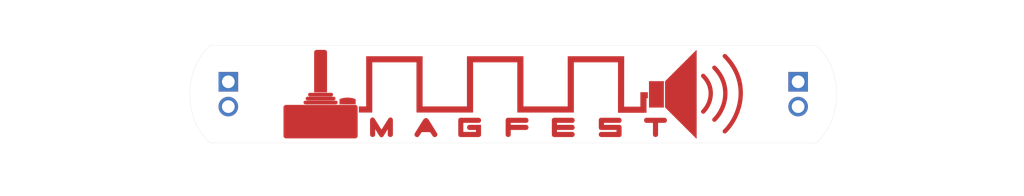
<source format=kicad_pcb>
(kicad_pcb (version 20171130) (host pcbnew "(5.1.2)-2")

  (general
    (thickness 1.6)
    (drawings 132)
    (tracks 0)
    (zones 0)
    (modules 2)
    (nets 1)
  )

  (page A4)
  (layers
    (0 F.Cu signal)
    (31 B.Cu signal)
    (32 B.Adhes user)
    (33 F.Adhes user)
    (34 B.Paste user)
    (35 F.Paste user)
    (36 B.SilkS user)
    (37 F.SilkS user)
    (38 B.Mask user)
    (39 F.Mask user)
    (40 Dwgs.User user)
    (41 Cmts.User user)
    (42 Eco1.User user)
    (43 Eco2.User user)
    (44 Edge.Cuts user)
    (45 Margin user)
    (46 B.CrtYd user)
    (47 F.CrtYd user)
    (48 B.Fab user)
    (49 F.Fab user)
  )

  (setup
    (last_trace_width 0.25)
    (trace_clearance 0.2)
    (zone_clearance 0.508)
    (zone_45_only no)
    (trace_min 0.2)
    (via_size 0.8)
    (via_drill 0.4)
    (via_min_size 0.4)
    (via_min_drill 0.3)
    (uvia_size 0.3)
    (uvia_drill 0.1)
    (uvias_allowed no)
    (uvia_min_size 0.2)
    (uvia_min_drill 0.1)
    (edge_width 0.05)
    (segment_width 0.2)
    (pcb_text_width 0.3)
    (pcb_text_size 1.5 1.5)
    (mod_edge_width 0.12)
    (mod_text_size 1 1)
    (mod_text_width 0.15)
    (pad_size 1.524 1.524)
    (pad_drill 0.762)
    (pad_to_mask_clearance 0.051)
    (solder_mask_min_width 0.25)
    (aux_axis_origin 0 0)
    (visible_elements 7FFFFFFF)
    (pcbplotparams
      (layerselection 0x010fc_ffffffff)
      (usegerberextensions true)
      (usegerberattributes false)
      (usegerberadvancedattributes false)
      (creategerberjobfile false)
      (excludeedgelayer true)
      (linewidth 0.100000)
      (plotframeref false)
      (viasonmask false)
      (mode 1)
      (useauxorigin false)
      (hpglpennumber 1)
      (hpglpenspeed 20)
      (hpglpendiameter 15.000000)
      (psnegative false)
      (psa4output false)
      (plotreference true)
      (plotvalue true)
      (plotinvisibletext false)
      (padsonsilk false)
      (subtractmaskfromsilk false)
      (outputformat 1)
      (mirror false)
      (drillshape 0)
      (scaleselection 1)
      (outputdirectory "mfg/"))
  )

  (net 0 "")

  (net_class Default "This is the default net class."
    (clearance 0.2)
    (trace_width 0.25)
    (via_dia 0.8)
    (via_drill 0.4)
    (uvia_dia 0.3)
    (uvia_drill 0.1)
  )

  (module Swadge_Parts:Holes_1x02_P1.27mm_Vertical (layer F.Cu) (tedit 5D819D4E) (tstamp 5D81EFF2)
    (at 14.5368 -0.635)
    (descr "Through hole straight pin header, 1x02, 1.27mm pitch, single row")
    (tags "Through hole pin header THT 1x02 1.27mm single row")
    (fp_text reference REF** (at 0.1032 -2.895) (layer F.Fab)
      (effects (font (size 1 1) (thickness 0.15)))
    )
    (fp_text value Holes_1x02_P1.27mm_Vertical (at 0.0332 5.025) (layer F.Fab)
      (effects (font (size 1 1) (thickness 0.15)))
    )
    (fp_line (start 1.55 -1.15) (end -1.55 -1.15) (layer F.CrtYd) (width 0.05))
    (fp_line (start 1.55 2.45) (end 1.55 -1.15) (layer F.CrtYd) (width 0.05))
    (fp_line (start -1.55 2.45) (end 1.55 2.45) (layer F.CrtYd) (width 0.05))
    (fp_line (start -1.55 -1.15) (end -1.55 2.45) (layer F.CrtYd) (width 0.05))
    (fp_line (start -1.05 -0.11) (end -0.525 -0.635) (layer F.Fab) (width 0.1))
    (fp_line (start -1.05 1.905) (end -1.05 -0.11) (layer F.Fab) (width 0.1))
    (fp_line (start 1.05 1.905) (end -1.05 1.905) (layer F.Fab) (width 0.1))
    (fp_line (start 1.05 -0.635) (end 1.05 1.905) (layer F.Fab) (width 0.1))
    (fp_line (start -0.525 -0.635) (end 1.05 -0.635) (layer F.Fab) (width 0.1))
    (pad 2 thru_hole oval (at 0 1.27) (size 1 1) (drill 0.65) (layers *.Cu *.Mask))
    (pad 1 thru_hole rect (at 0 0) (size 1 1) (drill 0.65) (layers *.Cu *.Mask))
  )

  (module Swadge_Parts:Holes_1x02_P1.27mm_Vertical (layer F.Cu) (tedit 5D819D4E) (tstamp 5D81EE56)
    (at -14.5368 -0.635)
    (descr "Through hole straight pin header, 1x02, 1.27mm pitch, single row")
    (tags "Through hole pin header THT 1x02 1.27mm single row")
    (fp_text reference REF** (at 0.2168 -3.335) (layer F.Fab)
      (effects (font (size 1 1) (thickness 0.15)))
    )
    (fp_text value Holes_1x02_P1.27mm_Vertical (at -0.1432 4.995) (layer F.Fab)
      (effects (font (size 1 1) (thickness 0.15)))
    )
    (fp_line (start 1.55 -1.15) (end -1.55 -1.15) (layer F.CrtYd) (width 0.05))
    (fp_line (start 1.55 2.45) (end 1.55 -1.15) (layer F.CrtYd) (width 0.05))
    (fp_line (start -1.55 2.45) (end 1.55 2.45) (layer F.CrtYd) (width 0.05))
    (fp_line (start -1.55 -1.15) (end -1.55 2.45) (layer F.CrtYd) (width 0.05))
    (fp_line (start -1.05 -0.11) (end -0.525 -0.635) (layer F.Fab) (width 0.1))
    (fp_line (start -1.05 1.905) (end -1.05 -0.11) (layer F.Fab) (width 0.1))
    (fp_line (start 1.05 1.905) (end -1.05 1.905) (layer F.Fab) (width 0.1))
    (fp_line (start 1.05 -0.635) (end 1.05 1.905) (layer F.Fab) (width 0.1))
    (fp_line (start -0.525 -0.635) (end 1.05 -0.635) (layer F.Fab) (width 0.1))
    (pad 2 thru_hole oval (at 0 1.27) (size 1 1) (drill 0.65) (layers *.Cu *.Mask))
    (pad 1 thru_hole rect (at 0 0) (size 1 1) (drill 0.65) (layers *.Cu *.Mask))
  )

  (gr_poly (pts (xy 6.504916 0.654174) (xy 5.641781 0.654174) (xy 5.6454 -1.925262) (xy 2.798443 -1.925262) (xy 2.798443 0.642638) (xy 0.502709 0.642638) (xy 0.502709 -1.925262) (xy -2.344098 -1.925262) (xy -2.344098 0.642638) (xy -4.639905 0.642638) (xy -4.639905 -1.925262) (xy -7.486606 -1.925262) (xy -7.486606 0.642638) (xy -7.86107 0.642638) (xy -7.86107 0.921416) (xy -7.207778 0.921416) (xy -7.207778 -1.646453) (xy -4.918698 -1.646453) (xy -4.918698 0.921416) (xy -2.065271 0.921416) (xy -2.065271 -1.646453) (xy 0.223881 -1.646453) (xy 0.223881 0.921416) (xy 3.077309 0.921416) (xy 3.077309 -1.646453) (xy 5.366169 -1.646453) (xy 5.362551 0.932952) (xy 6.783707 0.932952) (xy 6.783707 0.193481) (xy 6.852435 0.193481) (xy 6.852435 -0.085296) (xy 6.504916 -0.085296) (xy 6.504916 0.654174)) (layer F.Mask) (width 0.035277))
  (gr_poly (pts (xy 7.763753 0.670776) (xy 9.342988 2.249999) (xy 9.342988 -2.233001) (xy 7.763753 -0.653778) (xy 7.763753 0.670776)) (layer F.Mask) (width 0.035277))
  (gr_poly (pts (xy 7.373351 1.450927) (xy 7.373351 2.060027) (xy 7.37322 2.066627) (xy 7.37283 2.073036) (xy 7.372178 2.079256) (xy 7.371266 2.085286) (xy 7.370092 2.091126) (xy 7.368658 2.096776) (xy 7.366963 2.102237) (xy 7.365006 2.107509) (xy 7.362788 2.112591) (xy 7.360309 2.117484) (xy 7.357568 2.122189) (xy 7.354565 2.126705) (xy 7.351301 2.131032) (xy 7.347774 2.13517) (xy 7.343986 2.13912) (xy 7.339936 2.142882) (xy 7.335715 2.14642) (xy 7.331387 2.14973) (xy 7.326953 2.152813) (xy 7.322413 2.155669) (xy 7.317766 2.158298) (xy 7.313015 2.160699) (xy 7.308158 2.162872) (xy 7.303196 2.164817) (xy 7.29813 2.166534) (xy 7.29296 2.168022) (xy 7.287685 2.169282) (xy 7.282307 2.170314) (xy 7.276826 2.171116) (xy 7.271242 2.17169) (xy 7.265555 2.172034) (xy 7.259766 2.172149) (xy 7.25417 2.172034) (xy 7.248665 2.17169) (xy 7.243251 2.171116) (xy 7.237928 2.170314) (xy 7.232697 2.169282) (xy 7.227558 2.168022) (xy 7.22251 2.166534) (xy 7.217554 2.164817) (xy 7.212691 2.162872) (xy 7.207919 2.160699) (xy 7.20324 2.158298) (xy 7.198654 2.155669) (xy 7.194161 2.152813) (xy 7.18976 2.14973) (xy 7.185453 2.14642) (xy 7.181239 2.142882) (xy 7.177182 2.13912) (xy 7.173388 2.13517) (xy 7.169857 2.131032) (xy 7.166589 2.126705) (xy 7.163582 2.122189) (xy 7.160839 2.117484) (xy 7.158357 2.112591) (xy 7.156137 2.107509) (xy 7.154179 2.102237) (xy 7.152482 2.096776) (xy 7.151047 2.091126) (xy 7.149873 2.085286) (xy 7.148961 2.079256) (xy 7.148309 2.073036) (xy 7.147918 2.066627) (xy 7.147788 2.060027) (xy 7.147788 1.450927) (xy 6.807688 1.450927) (xy 6.801071 1.450796) (xy 6.794639 1.450403) (xy 6.788392 1.449749) (xy 6.782331 1.448833) (xy 6.776454 1.447655) (xy 6.770762 1.446215) (xy 6.765254 1.444513) (xy 6.759931 1.44255) (xy 6.754791 1.440325) (xy 6.749834 1.437838) (xy 6.745061 1.435089) (xy 6.740471 1.432079) (xy 6.736064 1.428806) (xy 6.731839 1.425272) (xy 6.727796 1.421476) (xy 6.723935 1.417419) (xy 6.72027 1.413194) (xy 6.716845 1.408864) (xy 6.713658 1.404428) (xy 6.710709 1.399887) (xy 6.707997 1.39524) (xy 6.705524 1.390487) (xy 6.703287 1.385628) (xy 6.701287 1.380664) (xy 6.699523 1.375595) (xy 6.697996 1.37042) (xy 6.696705 1.365139) (xy 6.695649 1.359753) (xy 6.694828 1.354262) (xy 6.694242 1.348666) (xy 6.693891 1.342964) (xy 6.693774 1.337157) (xy 6.693891 1.331365) (xy 6.694242 1.325674) (xy 6.694827 1.320084) (xy 6.695648 1.314596) (xy 6.696702 1.30921) (xy 6.697992 1.303928) (xy 6.699517 1.298749) (xy 6.701278 1.293674) (xy 6.703274 1.288704) (xy 6.705506 1.283839) (xy 6.707974 1.27908) (xy 6.710678 1.274428) (xy 6.713619 1.269883) (xy 6.716796 1.265446) (xy 6.720211 1.261117) (xy 6.723862 1.256896) (xy 6.727722 1.252845) (xy 6.731764 1.249055) (xy 6.735986 1.245528) (xy 6.740391 1.242264) (xy 6.744977 1.239261) (xy 6.749745 1.236519) (xy 6.754696 1.23404) (xy 6.759829 1.231822) (xy 6.765146 1.229866) (xy 6.770645 1.228171) (xy 6.776328 1.226737) (xy 6.782195 1.225564) (xy 6.788246 1.224652) (xy 6.794481 1.224) (xy 6.800901 1.22361) (xy 6.807505 1.223479) (xy 7.710854 1.223479) (xy 7.717459 1.22361) (xy 7.723881 1.224) (xy 7.73012 1.224652) (xy 7.736175 1.225564) (xy 7.742047 1.226737) (xy 7.747736 1.228171) (xy 7.753241 1.229866) (xy 7.758563 1.231822) (xy 7.763701 1.23404) (xy 7.768656 1.236519) (xy 7.773428 1.239261) (xy 7.778016 1.242264) (xy 7.782421 1.245528) (xy 7.786642 1.249055) (xy 7.790681 1.252845) (xy 7.794535 1.256896) (xy 7.798168 1.261117) (xy 7.801568 1.265446) (xy 7.804735 1.269883) (xy 7.807668 1.274428) (xy 7.810367 1.27908) (xy 7.812832 1.283839) (xy 7.815064 1.288704) (xy 7.817061 1.293674) (xy 7.818824 1.298749) (xy 7.820352 1.303928) (xy 7.821645 1.30921) (xy 7.822704 1.314596) (xy 7.823528 1.320084) (xy 7.824116 1.325674) (xy 7.82447 1.331365) (xy 7.824587 1.337157) (xy 7.82447 1.342964) (xy 7.824118 1.348666) (xy 7.823531 1.354262) (xy 7.822709 1.359753) (xy 7.821653 1.365139) (xy 7.820361 1.37042) (xy 7.818835 1.375595) (xy 7.817074 1.380664) (xy 7.815079 1.385628) (xy 7.812848 1.390487) (xy 7.810383 1.39524) (xy 7.807683 1.399887) (xy 7.804748 1.404428) (xy 7.801579 1.408864) (xy 7.798174 1.413194) (xy 7.794535 1.417419) (xy 7.790687 1.421476) (xy 7.786655 1.425272) (xy 7.782439 1.428806) (xy 7.778039 1.432079) (xy 7.773456 1.435089) (xy 7.76869 1.437838) (xy 7.763741 1.440325) (xy 7.758609 1.44255) (xy 7.753294 1.444513) (xy 7.747798 1.446215) (xy 7.742119 1.447655) (xy 7.736258 1.448833) (xy 7.730216 1.449749) (xy 7.723992 1.450403) (xy 7.717587 1.450796) (xy 7.711001 1.450927) (xy 7.373351 1.450927)) (layer F.Mask) (width 0.035277))
  (gr_poly (pts (xy 5.399218 2.174132) (xy 4.496125 2.174132) (xy 4.489535 2.174001) (xy 4.483134 2.173606) (xy 4.47692 2.172949) (xy 4.470895 2.17203) (xy 4.465058 2.17085) (xy 4.45941 2.169407) (xy 4.453951 2.167704) (xy 4.448681 2.16574) (xy 4.443601 2.163516) (xy 4.43871 2.161031) (xy 4.434009 2.158287) (xy 4.429498 2.155284) (xy 4.425177 2.152022) (xy 4.421046 2.148501) (xy 4.417106 2.144722) (xy 4.413357 2.140685) (xy 4.409812 2.136435) (xy 4.406496 2.132083) (xy 4.403409 2.12763) (xy 4.400552 2.123075) (xy 4.397924 2.118417) (xy 4.395525 2.113657) (xy 4.393355 2.108794) (xy 4.391414 2.103827) (xy 4.389702 2.098757) (xy 4.388218 2.093583) (xy 4.386963 2.088304) (xy 4.385936 2.082921) (xy 4.385138 2.077432) (xy 4.384568 2.071838) (xy 4.384226 2.066138) (xy 4.384112 2.060332) (xy 4.384226 2.054536) (xy 4.384569 2.048841) (xy 4.385141 2.04325) (xy 4.385941 2.037763) (xy 4.38697 2.032379) (xy 4.388228 2.027099) (xy 4.389713 2.021923) (xy 4.391428 2.016852) (xy 4.39337 2.011887) (xy 4.395541 2.007027) (xy 4.39794 2.002272) (xy 4.400567 1.997624) (xy 4.403423 1.993083) (xy 4.406506 1.988648) (xy 4.409818 1.984321) (xy 4.413357 1.980102) (xy 4.417119 1.976034) (xy 4.421068 1.972231) (xy 4.425205 1.968691) (xy 4.42953 1.965416) (xy 4.434044 1.962404) (xy 4.438747 1.959656) (xy 4.443638 1.95717) (xy 4.448719 1.954947) (xy 4.453989 1.952987) (xy 4.459448 1.951289) (xy 4.465097 1.949853) (xy 4.470937 1.948679) (xy 4.476966 1.947766) (xy 4.483187 1.947114) (xy 4.489597 1.946723) (xy 4.496199 1.946593) (xy 5.28735 1.946593) (xy 5.28735 1.812987) (xy 4.496199 1.812987) (xy 4.489303 1.812876) (xy 4.482626 1.812543) (xy 4.476168 1.811987) (xy 4.469928 1.811209) (xy 4.463908 1.810209) (xy 4.458107 1.808986) (xy 4.452524 1.807541) (xy 4.44716 1.805873) (xy 4.442016 1.803984) (xy 4.43709 1.801871) (xy 4.432383 1.799537) (xy 4.427895 1.796979) (xy 4.423627 1.7942) (xy 4.419577 1.791198) (xy 4.415745 1.787973) (xy 4.412133 1.784526) (xy 4.40874 1.780856) (xy 4.405566 1.776964) (xy 4.40261 1.772849) (xy 4.399874 1.768512) (xy 4.397356 1.763952) (xy 4.395058 1.759169) (xy 4.392978 1.754164) (xy 4.391117 1.748936) (xy 4.389475 1.743486) (xy 4.388052 1.737813) (xy 4.386848 1.731917) (xy 4.385863 1.725798) (xy 4.385097 1.719457) (xy 4.38455 1.712892) (xy 4.384221 1.706106) (xy 4.384112 1.699096) (xy 4.384112 1.33731) (xy 4.38455 1.323519) (xy 4.385097 1.316958) (xy 4.385863 1.310619) (xy 4.386848 1.304503) (xy 4.388052 1.29861) (xy 4.389475 1.29294) (xy 4.391116 1.287492) (xy 4.392976 1.282267) (xy 4.395055 1.277264) (xy 4.397353 1.272484) (xy 4.39987 1.267927) (xy 4.402605 1.263592) (xy 4.405559 1.259479) (xy 4.408732 1.255589) (xy 4.412124 1.251922) (xy 4.415734 1.248477) (xy 4.419563 1.245254) (xy 4.423611 1.242254) (xy 4.427877 1.239476) (xy 4.432362 1.236921) (xy 4.437066 1.234588) (xy 4.441988 1.232477) (xy 4.447129 1.230588) (xy 4.452489 1.228922) (xy 4.458067 1.227478) (xy 4.463863 1.226256) (xy 4.469879 1.225256) (xy 4.476112 1.224479) (xy 4.482565 1.223924) (xy 4.489235 1.223591) (xy 4.496125 1.223479) (xy 5.399218 1.223479) (xy 5.405804 1.22361) (xy 5.41221 1.224) (xy 5.418436 1.224652) (xy 5.424481 1.225564) (xy 5.430345 1.226737) (xy 5.436027 1.228171) (xy 5.441529 1.229866) (xy 5.446848 1.231822) (xy 5.451985 1.23404) (xy 5.45694 1.236519) (xy 5.461712 1.239261) (xy 5.466302 1.242264) (xy 5.470708 1.245528) (xy 5.474931 1.249055) (xy 5.47897 1.252845) (xy 5.482825 1.256896) (xy 5.486458 1.261117) (xy 5.489859 1.265446) (xy 5.493028 1.269883) (xy 5.495963 1.274428) (xy 5.498665 1.27908) (xy 5.501133 1.283839) (xy 5.503368 1.288704) (xy 5.505369 1.293674) (xy 5.507135 1.298749) (xy 5.508666 1.303928) (xy 5.509963 1.30921) (xy 5.511024 1.314596) (xy 5.51185 1.320084) (xy 5.512441 1.325674) (xy 5.512795 1.331365) (xy 5.512913 1.337157) (xy 5.512795 1.342964) (xy 5.512441 1.348666) (xy 5.51185 1.354262) (xy 5.511024 1.359753) (xy 5.509963 1.365139) (xy 5.508666 1.37042) (xy 5.507135 1.375595) (xy 5.505369 1.380664) (xy 5.503368 1.385628) (xy 5.501133 1.390487) (xy 5.498665 1.39524) (xy 5.495963 1.399887) (xy 5.493028 1.404428) (xy 5.489859 1.408864) (xy 5.486458 1.413194) (xy 5.482825 1.417419) (xy 5.47897 1.421476) (xy 5.474931 1.425272) (xy 5.470708 1.428806) (xy 5.466302 1.432079) (xy 5.461712 1.435089) (xy 5.45694 1.437838) (xy 5.451985 1.440325) (xy 5.446848 1.44255) (xy 5.441529 1.444513) (xy 5.436027 1.446215) (xy 5.430345 1.447655) (xy 5.424481 1.448833) (xy 5.418436 1.449749) (xy 5.41221 1.450403) (xy 5.405804 1.450796) (xy 5.399218 1.450927) (xy 4.609675 1.450927) (xy 4.609675 1.58551) (xy 5.399218 1.58551) (xy 5.406212 1.58562) (xy 5.412984 1.585953) (xy 5.419534 1.586507) (xy 5.425862 1.587284) (xy 5.431968 1.588282) (xy 5.437852 1.589501) (xy 5.443514 1.590943) (xy 5.448955 1.592607) (xy 5.454173 1.594492) (xy 5.459169 1.5966) (xy 5.463943 1.598929) (xy 5.468496 1.60148) (xy 5.472826 1.604254) (xy 5.476934 1.607249) (xy 5.480821 1.610467) (xy 5.484485 1.613906) (xy 5.487927 1.617568) (xy 5.491147 1.621451) (xy 5.494146 1.625557) (xy 5.496922 1.629885) (xy 5.499476 1.634435) (xy 5.501808 1.639208) (xy 5.503918 1.644202) (xy 5.505806 1.649419) (xy 5.507471 1.654858) (xy 5.508915 1.660519) (xy 5.510137 1.666403) (xy 5.511136 1.672509) (xy 5.511914 1.678838) (xy 5.512469 1.685388) (xy 5.512802 1.692161) (xy 5.512913 1.699157) (xy 5.512913 2.060332) (xy 5.512802 2.067331) (xy 5.512469 2.074108) (xy 5.511914 2.080663) (xy 5.511136 2.086995) (xy 5.510137 2.093106) (xy 5.508915 2.098995) (xy 5.507471 2.104662) (xy 5.505806 2.110107) (xy 5.503918 2.11533) (xy 5.501808 2.12033) (xy 5.499476 2.125109) (xy 5.496922 2.129666) (xy 5.494146 2.134) (xy 5.491147 2.138113) (xy 5.487927 2.142003) (xy 5.484485 2.145671) (xy 5.480821 2.149117) (xy 5.476934 2.15234) (xy 5.472826 2.155342) (xy 5.468496 2.158121) (xy 5.463943 2.160678) (xy 5.459169 2.163013) (xy 5.454173 2.165125) (xy 5.448955 2.167016) (xy 5.443514 2.168683) (xy 5.437852 2.170129) (xy 5.431968 2.171352) (xy 5.425862 2.172353) (xy 5.419534 2.173131) (xy 5.412984 2.173687) (xy 5.406212 2.174021) (xy 5.399218 2.174132)) (layer F.Mask) (width 0.035277))
  (gr_poly (pts (xy 2.101283 2.174132) (xy 2.094387 2.174021) (xy 2.08771 2.173687) (xy 2.081252 2.173131) (xy 2.075013 2.172353) (xy 2.068994 2.171352) (xy 2.063193 2.170128) (xy 2.057612 2.168682) (xy 2.05225 2.167014) (xy 2.047106 2.165123) (xy 2.042182 2.16301) (xy 2.037477 2.160674) (xy 2.03299 2.158116) (xy 2.028723 2.155336) (xy 2.024675 2.152333) (xy 2.020845 2.149107) (xy 2.017235 2.145659) (xy 2.013843 2.141989) (xy 2.010671 2.138096) (xy 2.007717 2.133981) (xy 2.004982 2.129643) (xy 2.002466 2.125083) (xy 2.000169 2.120301) (xy 1.998091 2.115296) (xy 1.996231 2.110068) (xy 1.994591 2.104618) (xy 1.993169 2.098946) (xy 1.991966 2.093051) (xy 1.990981 2.086934) (xy 1.990216 2.080594) (xy 1.989669 2.074032) (xy 1.989341 2.067248) (xy 1.989232 2.060241) (xy 1.989232 1.337249) (xy 1.989669 1.323469) (xy 1.990216 1.316912) (xy 1.990981 1.310578) (xy 1.991966 1.304467) (xy 1.993169 1.298578) (xy 1.994591 1.292911) (xy 1.996231 1.287466) (xy 1.998091 1.282244) (xy 2.000169 1.277244) (xy 2.002466 1.272467) (xy 2.004982 1.267912) (xy 2.007717 1.263579) (xy 2.010671 1.259468) (xy 2.013843 1.25558) (xy 2.017235 1.251914) (xy 2.020845 1.248471) (xy 2.024675 1.245249) (xy 2.028723 1.24225) (xy 2.03299 1.239473) (xy 2.037477 1.236918) (xy 2.042182 1.234586) (xy 2.047106 1.232475) (xy 2.05225 1.230587) (xy 2.057612 1.228921) (xy 2.063193 1.227477) (xy 2.068994 1.226256) (xy 2.075013 1.225256) (xy 2.081252 1.224479) (xy 2.08771 1.223924) (xy 2.094387 1.223591) (xy 2.101283 1.223479) (xy 3.00463 1.223479) (xy 3.011235 1.22361) (xy 3.017656 1.224) (xy 3.023893 1.224652) (xy 3.029946 1.225564) (xy 3.035816 1.226737) (xy 3.041503 1.228171) (xy 3.047006 1.229866) (xy 3.052326 1.231822) (xy 3.057463 1.23404) (xy 3.062417 1.236519) (xy 3.067188 1.239261) (xy 3.071777 1.242264) (xy 3.076184 1.245528) (xy 3.080409 1.249055) (xy 3.084452 1.252845) (xy 3.088313 1.256896) (xy 3.091945 1.261117) (xy 3.095345 1.265446) (xy 3.098511 1.269883) (xy 3.101444 1.274428) (xy 3.104143 1.27908) (xy 3.106608 1.283839) (xy 3.10884 1.288704) (xy 3.110837 1.293674) (xy 3.112599 1.298749) (xy 3.114127 1.303928) (xy 3.115421 1.30921) (xy 3.11648 1.314596) (xy 3.117303 1.320084) (xy 3.117892 1.325674) (xy 3.118245 1.331365) (xy 3.118363 1.337157) (xy 3.118245 1.342964) (xy 3.117892 1.348666) (xy 3.117303 1.354262) (xy 3.11648 1.359753) (xy 3.115421 1.365139) (xy 3.114127 1.37042) (xy 3.112599 1.375595) (xy 3.110837 1.380664) (xy 3.10884 1.385628) (xy 3.106608 1.390487) (xy 3.104143 1.39524) (xy 3.101444 1.399887) (xy 3.098511 1.404428) (xy 3.095345 1.408864) (xy 3.091945 1.413194) (xy 3.088313 1.417419) (xy 3.084452 1.421476) (xy 3.080411 1.425272) (xy 3.076188 1.428806) (xy 3.071784 1.432079) (xy 3.067198 1.435089) (xy 3.06243 1.437838) (xy 3.05748 1.440325) (xy 3.052348 1.44255) (xy 3.047034 1.444513) (xy 3.041537 1.446215) (xy 3.035856 1.447655) (xy 3.029993 1.448833) (xy 3.023946 1.449749) (xy 3.017716 1.450403) (xy 3.011302 1.450796) (xy 3.004704 1.450927) (xy 2.213845 1.450927) (xy 2.213845 1.58551) (xy 3.004704 1.58551) (xy 3.011302 1.58564) (xy 3.017716 1.586032) (xy 3.023946 1.586685) (xy 3.029993 1.587599) (xy 3.035856 1.588774) (xy 3.041537 1.59021) (xy 3.047034 1.591908) (xy 3.052348 1.593868) (xy 3.05748 1.596088) (xy 3.06243 1.59857) (xy 3.067198 1.601314) (xy 3.071784 1.604319) (xy 3.076188 1.607586) (xy 3.080411 1.611115) (xy 3.084452 1.614905) (xy 3.088313 1.618957) (xy 3.091945 1.623192) (xy 3.095345 1.627533) (xy 3.098511 1.631978) (xy 3.101444 1.636528) (xy 3.104143 1.641182) (xy 3.106608 1.645941) (xy 3.10884 1.650805) (xy 3.110837 1.655772) (xy 3.112599 1.660844) (xy 3.114127 1.66602) (xy 3.115421 1.671299) (xy 3.11648 1.676682) (xy 3.117303 1.682169) (xy 3.117892 1.687759) (xy 3.118245 1.693452) (xy 3.118363 1.699249) (xy 3.118245 1.705054) (xy 3.117892 1.710753) (xy 3.117303 1.716346) (xy 3.11648 1.721832) (xy 3.115421 1.727214) (xy 3.114127 1.73249) (xy 3.112599 1.737661) (xy 3.110837 1.742728) (xy 3.10884 1.747692) (xy 3.106608 1.752552) (xy 3.104143 1.75731) (xy 3.101444 1.761965) (xy 3.098511 1.766518) (xy 3.095345 1.77097) (xy 3.091945 1.77532) (xy 3.088313 1.779571) (xy 3.084452 1.783612) (xy 3.080411 1.787394) (xy 3.076188 1.790916) (xy 3.071784 1.794178) (xy 3.067198 1.797179) (xy 3.06243 1.79992) (xy 3.05748 1.802401) (xy 3.052348 1.804622) (xy 3.047034 1.806581) (xy 3.041537 1.80828) (xy 3.035856 1.809718) (xy 3.029993 1.810894) (xy 3.023946 1.81181) (xy 3.017716 1.812464) (xy 3.011302 1.812856) (xy 3.004704 1.812987) (xy 2.213845 1.812987) (xy 2.213845 1.946593) (xy 3.004704 1.946593) (xy 3.011302 1.946723) (xy 3.017716 1.947114) (xy 3.023946 1.947766) (xy 3.029993 1.948679) (xy 3.035856 1.949853) (xy 3.041537 1.951289) (xy 3.047034 1.952987) (xy 3.052348 1.954947) (xy 3.05748 1.95717) (xy 3.06243 1.959656) (xy 3.067198 1.962404) (xy 3.071784 1.965416) (xy 3.076188 1.968691) (xy 3.080411 1.972231) (xy 3.084452 1.976034) (xy 3.088313 1.980102) (xy 3.091945 1.984321) (xy 3.095345 1.988648) (xy 3.098511 1.993083) (xy 3.101444 1.997624) (xy 3.104143 2.002272) (xy 3.106608 2.007027) (xy 3.10884 2.011887) (xy 3.110837 2.016852) (xy 3.112599 2.021923) (xy 3.114127 2.027099) (xy 3.115421 2.032379) (xy 3.11648 2.037763) (xy 3.117303 2.04325) (xy 3.117892 2.048841) (xy 3.118245 2.054536) (xy 3.118363 2.060332) (xy 3.118245 2.066138) (xy 3.117892 2.071838) (xy 3.117303 2.077432) (xy 3.11648 2.082921) (xy 3.115421 2.088304) (xy 3.114127 2.093583) (xy 3.112599 2.098757) (xy 3.110837 2.103827) (xy 3.10884 2.108794) (xy 3.106608 2.113657) (xy 3.104143 2.118417) (xy 3.101444 2.123075) (xy 3.098511 2.12763) (xy 3.095345 2.132083) (xy 3.091945 2.136435) (xy 3.088313 2.140685) (xy 3.084452 2.144722) (xy 3.080409 2.148501) (xy 3.076184 2.152022) (xy 3.071777 2.155284) (xy 3.067188 2.158287) (xy 3.062417 2.161031) (xy 3.057463 2.163516) (xy 3.052326 2.16574) (xy 3.047006 2.167704) (xy 3.041503 2.169407) (xy 3.035816 2.17085) (xy 3.029946 2.17203) (xy 3.023893 2.172949) (xy 3.017656 2.173606) (xy 3.011235 2.174001) (xy 3.00463 2.174132) (xy 2.101283 2.174132)) (layer F.Mask) (width 0.035277))
  (gr_poly (pts (xy -0.144293 1.812987) (xy -0.144293 2.06021) (xy -0.144424 2.066799) (xy -0.144818 2.073198) (xy -0.145473 2.079408) (xy -0.14639 2.085428) (xy -0.147569 2.091259) (xy -0.149011 2.0969) (xy -0.150714 2.102352) (xy -0.152679 2.107615) (xy -0.154905 2.112689) (xy -0.157394 2.117574) (xy -0.160144 2.12227) (xy -0.163155 2.126776) (xy -0.166428 2.131094) (xy -0.169963 2.135222) (xy -0.173759 2.139162) (xy -0.177817 2.142913) (xy -0.182064 2.14645) (xy -0.1864 2.149759) (xy -0.190827 2.152841) (xy -0.195344 2.155695) (xy -0.19995 2.158321) (xy -0.204647 2.160719) (xy -0.209434 2.16289) (xy -0.21431 2.164832) (xy -0.219277 2.166546) (xy -0.224333 2.168032) (xy -0.22948 2.16929) (xy -0.234716 2.170319) (xy -0.240043 2.171119) (xy -0.245459 2.171691) (xy -0.250965 2.172034) (xy -0.256562 2.172149) (xy -0.262184 2.172034) (xy -0.267712 2.17169) (xy -0.273146 2.171116) (xy -0.278486 2.170314) (xy -0.283734 2.169282) (xy -0.288888 2.168022) (xy -0.29395 2.166534) (xy -0.29892 2.164817) (xy -0.303797 2.162872) (xy -0.308582 2.160699) (xy -0.313276 2.158298) (xy -0.317879 2.155669) (xy -0.32239 2.152813) (xy -0.326811 2.14973) (xy -0.331141 2.14642) (xy -0.335381 2.142882) (xy -0.33945 2.13912) (xy -0.343254 2.13517) (xy -0.346794 2.131032) (xy -0.350068 2.126705) (xy -0.353079 2.122189) (xy -0.355826 2.117484) (xy -0.358309 2.112591) (xy -0.36053 2.107509) (xy -0.362488 2.102237) (xy -0.364183 2.096776) (xy -0.365617 2.091126) (xy -0.366789 2.085286) (xy -0.3677 2.079256) (xy -0.36835 2.073036) (xy -0.36874 2.066627) (xy -0.36887 2.060027) (xy -0.36887 1.337157) (xy -0.368433 1.323393) (xy -0.367886 1.316844) (xy -0.36712 1.310517) (xy -0.366136 1.304412) (xy -0.364933 1.298528) (xy -0.363511 1.292867) (xy -0.361871 1.287428) (xy -0.360012 1.28221) (xy -0.357934 1.277215) (xy -0.355637 1.272441) (xy -0.353121 1.267889) (xy -0.350387 1.26356) (xy -0.347434 1.259452) (xy -0.344262 1.255566) (xy -0.340871 1.251903) (xy -0.337261 1.248461) (xy -0.333433 1.245241) (xy -0.329386 1.242244) (xy -0.325119 1.239468) (xy -0.320635 1.236915) (xy -0.315931 1.234583) (xy -0.311008 1.232473) (xy -0.305867 1.230586) (xy -0.300506 1.22892) (xy -0.294927 1.227477) (xy -0.289129 1.226255) (xy -0.283112 1.225256) (xy -0.276876 1.224479) (xy -0.270422 1.223924) (xy -0.263748 1.223591) (xy -0.256855 1.223479) (xy 0.646529 1.223479) (xy 0.653122 1.22361) (xy 0.659534 1.224) (xy 0.665764 1.224652) (xy 0.671814 1.225564) (xy 0.677682 1.226737) (xy 0.683368 1.228171) (xy 0.688873 1.229866) (xy 0.694196 1.231822) (xy 0.699336 1.23404) (xy 0.704295 1.236519) (xy 0.709071 1.239261) (xy 0.713664 1.242264) (xy 0.718075 1.245528) (xy 0.722303 1.249055) (xy 0.726348 1.252845) (xy 0.73021 1.256896) (xy 0.733849 1.261117) (xy 0.737253 1.265446) (xy 0.740423 1.269883) (xy 0.743357 1.274428) (xy 0.746057 1.27908) (xy 0.748522 1.283839) (xy 0.750753 1.288704) (xy 0.752748 1.293674) (xy 0.754509 1.298749) (xy 0.756035 1.303928) (xy 0.757326 1.30921) (xy 0.758382 1.314596) (xy 0.759204 1.320084) (xy 0.759791 1.325674) (xy 0.760143 1.331365) (xy 0.76026 1.337157) (xy 0.760143 1.342964) (xy 0.759791 1.348666) (xy 0.759204 1.354262) (xy 0.758382 1.359753) (xy 0.757326 1.365139) (xy 0.756035 1.37042) (xy 0.754509 1.375595) (xy 0.752748 1.380664) (xy 0.750753 1.385628) (xy 0.748522 1.390487) (xy 0.746057 1.39524) (xy 0.743357 1.399887) (xy 0.740423 1.404428) (xy 0.737253 1.408864) (xy 0.733849 1.413194) (xy 0.73021 1.417419) (xy 0.726349 1.421476) (xy 0.722306 1.425272) (xy 0.718082 1.428806) (xy 0.713676 1.432079) (xy 0.709088 1.435089) (xy 0.704318 1.437838) (xy 0.699366 1.440325) (xy 0.694232 1.44255) (xy 0.688916 1.444513) (xy 0.683418 1.446215) (xy 0.677738 1.447655) (xy 0.671876 1.448833) (xy 0.665831 1.449749) (xy 0.659604 1.450403) (xy 0.653195 1.450796) (xy 0.646603 1.450927) (xy -0.144293 1.450927) (xy -0.144293 1.58551) (xy 0.646603 1.58551) (xy 0.653195 1.58564) (xy 0.659604 1.586032) (xy 0.665831 1.586685) (xy 0.671876 1.587599) (xy 0.677738 1.588774) (xy 0.683418 1.59021) (xy 0.688916 1.591908) (xy 0.694232 1.593868) (xy 0.699366 1.596088) (xy 0.704318 1.59857) (xy 0.709088 1.601314) (xy 0.713676 1.604319) (xy 0.718082 1.607586) (xy 0.722306 1.611115) (xy 0.726349 1.614905) (xy 0.73021 1.618957) (xy 0.733849 1.623192) (xy 0.737253 1.627533) (xy 0.740423 1.631978) (xy 0.743357 1.636528) (xy 0.746057 1.641182) (xy 0.748522 1.645941) (xy 0.750753 1.650805) (xy 0.752748 1.655772) (xy 0.754509 1.660844) (xy 0.756035 1.66602) (xy 0.757326 1.671299) (xy 0.758382 1.676682) (xy 0.759204 1.682169) (xy 0.759791 1.687759) (xy 0.760143 1.693452) (xy 0.76026 1.699249) (xy 0.760143 1.705054) (xy 0.759791 1.710753) (xy 0.759204 1.716346) (xy 0.758382 1.721832) (xy 0.757326 1.727214) (xy 0.756035 1.73249) (xy 0.754509 1.737661) (xy 0.752748 1.742728) (xy 0.750753 1.747692) (xy 0.748522 1.752552) (xy 0.746057 1.75731) (xy 0.743357 1.761965) (xy 0.740423 1.766518) (xy 0.737253 1.77097) (xy 0.733849 1.77532) (xy 0.73021 1.779571) (xy 0.726349 1.783612) (xy 0.722306 1.787394) (xy 0.718082 1.790916) (xy 0.713676 1.794178) (xy 0.709088 1.797179) (xy 0.704318 1.79992) (xy 0.699366 1.802401) (xy 0.694232 1.804622) (xy 0.688916 1.806581) (xy 0.683418 1.80828) (xy 0.677738 1.809718) (xy 0.671876 1.810894) (xy 0.665831 1.81181) (xy 0.659604 1.812464) (xy 0.653195 1.812856) (xy 0.646603 1.812987) (xy -0.144293 1.812987)) (layer F.Mask) (width 0.035277))
  (gr_poly (pts (xy -1.771528 2.174132) (xy -2.675131 2.174132) (xy -2.682027 2.174021) (xy -2.688705 2.173687) (xy -2.695163 2.173131) (xy -2.701403 2.172353) (xy -2.707425 2.171352) (xy -2.713227 2.170128) (xy -2.718811 2.168682) (xy -2.724175 2.167014) (xy -2.729321 2.165123) (xy -2.734249 2.16301) (xy -2.738957 2.160674) (xy -2.743446 2.158116) (xy -2.747717 2.155336) (xy -2.751769 2.152333) (xy -2.755601 2.149107) (xy -2.759215 2.145659) (xy -2.76261 2.141989) (xy -2.765786 2.138096) (xy -2.768744 2.133981) (xy -2.771482 2.129643) (xy -2.774001 2.125083) (xy -2.776301 2.120301) (xy -2.778382 2.115296) (xy -2.780244 2.110068) (xy -2.781888 2.104618) (xy -2.783312 2.098946) (xy -2.784517 2.093051) (xy -2.785503 2.086934) (xy -2.78627 2.080594) (xy -2.786817 2.074032) (xy -2.787146 2.067248) (xy -2.787256 2.060241) (xy -2.787256 1.337249) (xy -2.786818 1.323469) (xy -2.786271 1.316912) (xy -2.785506 1.310578) (xy -2.784522 1.304467) (xy -2.783319 1.298578) (xy -2.781897 1.292911) (xy -2.780257 1.287466) (xy -2.778398 1.282244) (xy -2.77632 1.277244) (xy -2.774024 1.272467) (xy -2.771509 1.267912) (xy -2.768775 1.263579) (xy -2.765822 1.259468) (xy -2.762651 1.25558) (xy -2.759261 1.251914) (xy -2.755652 1.248471) (xy -2.751825 1.245249) (xy -2.747779 1.24225) (xy -2.743514 1.239473) (xy -2.739031 1.236918) (xy -2.734328 1.234586) (xy -2.729408 1.232475) (xy -2.724268 1.230587) (xy -2.71891 1.228921) (xy -2.713332 1.227477) (xy -2.707537 1.226256) (xy -2.701522 1.225256) (xy -2.695289 1.224479) (xy -2.688837 1.223924) (xy -2.682166 1.223591) (xy -2.675277 1.223479) (xy -1.773027 1.223479) (xy -1.766435 1.22361) (xy -1.760026 1.224) (xy -1.753801 1.224652) (xy -1.747759 1.225564) (xy -1.7419 1.226737) (xy -1.736223 1.228171) (xy -1.730729 1.229866) (xy -1.725418 1.231822) (xy -1.72029 1.23404) (xy -1.715344 1.236519) (xy -1.71058 1.239261) (xy -1.705998 1.242264) (xy -1.701598 1.245528) (xy -1.697381 1.249055) (xy -1.693345 1.252845) (xy -1.689491 1.256896) (xy -1.68584 1.261117) (xy -1.682427 1.265446) (xy -1.679251 1.269883) (xy -1.676313 1.274428) (xy -1.673612 1.27908) (xy -1.671147 1.283839) (xy -1.668918 1.288704) (xy -1.666926 1.293674) (xy -1.665169 1.298749) (xy -1.663647 1.303928) (xy -1.66236 1.30921) (xy -1.661308 1.314596) (xy -1.660491 1.320084) (xy -1.659907 1.325674) (xy -1.659557 1.331365) (xy -1.65944 1.337157) (xy -1.659557 1.342964) (xy -1.659907 1.348666) (xy -1.66049 1.354262) (xy -1.661308 1.359753) (xy -1.662359 1.365139) (xy -1.663645 1.37042) (xy -1.665166 1.375595) (xy -1.666921 1.380664) (xy -1.668912 1.385628) (xy -1.671138 1.390487) (xy -1.6736 1.39524) (xy -1.676298 1.399887) (xy -1.679232 1.404428) (xy -1.682402 1.408864) (xy -1.68581 1.413194) (xy -1.689454 1.417419) (xy -1.693302 1.421476) (xy -1.697332 1.425272) (xy -1.701545 1.428806) (xy -1.70594 1.432079) (xy -1.710519 1.435089) (xy -1.715279 1.437838) (xy -1.720223 1.440325) (xy -1.72535 1.44255) (xy -1.730659 1.444513) (xy -1.736152 1.446215) (xy -1.741827 1.447655) (xy -1.747686 1.448833) (xy -1.753728 1.449749) (xy -1.759953 1.450403) (xy -1.766361 1.450796) (xy -1.772952 1.450927) (xy -2.562642 1.450927) (xy -2.562642 1.946593) (xy -1.884016 1.946593) (xy -1.884016 1.812987) (xy -2.22353 1.812987) (xy -2.230129 1.812856) (xy -2.236544 1.812464) (xy -2.242776 1.81181) (xy -2.248824 1.810894) (xy -2.254689 1.809718) (xy -2.260371 1.80828) (xy -2.265869 1.806581) (xy -2.271184 1.804622) (xy -2.276316 1.802401) (xy -2.281264 1.79992) (xy -2.286029 1.797179) (xy -2.29061 1.794178) (xy -2.295008 1.790916) (xy -2.299223 1.787394) (xy -2.303255 1.783612) (xy -2.307103 1.779571) (xy -2.310755 1.77532) (xy -2.314172 1.77097) (xy -2.317352 1.766518) (xy -2.320298 1.761965) (xy -2.323008 1.75731) (xy -2.325482 1.752552) (xy -2.32772 1.747692) (xy -2.329723 1.742728) (xy -2.33149 1.737661) (xy -2.333021 1.73249) (xy -2.334317 1.727214) (xy -2.335378 1.721832) (xy -2.336202 1.716346) (xy -2.336791 1.710753) (xy -2.337145 1.705054) (xy -2.337263 1.699249) (xy -2.337145 1.693452) (xy -2.336791 1.687759) (xy -2.336202 1.682169) (xy -2.335378 1.676682) (xy -2.334317 1.671299) (xy -2.333021 1.66602) (xy -2.33149 1.660844) (xy -2.329723 1.655772) (xy -2.32772 1.650805) (xy -2.325482 1.645941) (xy -2.323008 1.641182) (xy -2.320298 1.636528) (xy -2.317352 1.631978) (xy -2.314172 1.627533) (xy -2.310755 1.623192) (xy -2.307103 1.618957) (xy -2.303254 1.614905) (xy -2.29922 1.611115) (xy -2.295001 1.607586) (xy -2.290598 1.604319) (xy -2.286011 1.601314) (xy -2.281239 1.59857) (xy -2.276283 1.596088) (xy -2.271143 1.593868) (xy -2.265819 1.591908) (xy -2.260312 1.59021) (xy -2.254621 1.588774) (xy -2.248747 1.587599) (xy -2.24269 1.586685) (xy -2.23645 1.586032) (xy -2.230026 1.58564) (xy -2.223421 1.58551) (xy -1.65944 1.58551) (xy -1.65944 2.060332) (xy -1.659878 2.074108) (xy -1.660425 2.080663) (xy -1.66119 2.086995) (xy -1.662175 2.093106) (xy -1.663378 2.098995) (xy -1.6648 2.104662) (xy -1.666441 2.110107) (xy -1.6683 2.11533) (xy -1.670379 2.12033) (xy -1.672677 2.125109) (xy -1.675193 2.129666) (xy -1.677928 2.134) (xy -1.680883 2.138113) (xy -1.684056 2.142003) (xy -1.687449 2.145671) (xy -1.69106 2.149117) (xy -1.69489 2.15234) (xy -1.69894 2.155342) (xy -1.703208 2.158121) (xy -1.707696 2.160678) (xy -1.712403 2.163013) (xy -1.717329 2.165125) (xy -1.722474 2.167016) (xy -1.727838 2.168683) (xy -1.733422 2.170129) (xy -1.739225 2.171352) (xy -1.745247 2.172353) (xy -1.751488 2.173131) (xy -1.757949 2.173687) (xy -1.764628 2.174021) (xy -1.771528 2.174132)) (layer F.Mask) (width 0.035277))
  (gr_poly (pts (xy -4.561051 1.721984) (xy -4.350184 1.721984) (xy -4.455398 1.551269) (xy -4.561051 1.721984)) (layer F.Mask) (width 0.035277))
  (gr_poly (pts (xy -4.677231 1.921447) (xy -4.809352 2.122436) (xy -4.813838 2.128916) (xy -4.818505 2.134981) (xy -4.823356 2.140629) (xy -4.828389 2.145859) (xy -4.833604 2.150673) (xy -4.836281 2.152923) (xy -4.839003 2.155069) (xy -4.84177 2.15711) (xy -4.844584 2.159047) (xy -4.847443 2.16088) (xy -4.850348 2.162608) (xy -4.853299 2.164232) (xy -4.856295 2.165751) (xy -4.859337 2.167165) (xy -4.862425 2.168475) (xy -4.865559 2.16968) (xy -4.868738 2.170781) (xy -4.871963 2.171777) (xy -4.875234 2.172668) (xy -4.878551 2.173454) (xy -4.881913 2.174136) (xy -4.885322 2.174713) (xy -4.888776 2.175185) (xy -4.895822 2.175815) (xy -4.903051 2.176024) (xy -4.908853 2.175897) (xy -4.914566 2.175515) (xy -4.92019 2.174878) (xy -4.925723 2.173986) (xy -4.931166 2.172839) (xy -4.936519 2.171436) (xy -4.941781 2.169778) (xy -4.946952 2.167865) (xy -4.952032 2.165696) (xy -4.957021 2.163271) (xy -4.961917 2.160589) (xy -4.966722 2.157652) (xy -4.971434 2.154459) (xy -4.976053 2.151009) (xy -4.98058 2.147303) (xy -4.985013 2.14334) (xy -4.989264 2.139221) (xy -4.993241 2.134988) (xy -4.996944 2.130641) (xy -5.000374 2.126182) (xy -5.00353 2.121609) (xy -5.006412 2.116924) (xy -5.00902 2.112125) (xy -5.011354 2.107215) (xy -5.013413 2.102192) (xy -5.015199 2.097057) (xy -5.01671 2.09181) (xy -5.017947 2.086452) (xy -5.018909 2.080981) (xy -5.019596 2.0754) (xy -5.020008 2.069707) (xy -5.020146 2.063903) (xy -5.020074 2.059932) (xy -5.019858 2.055975) (xy -5.019498 2.052031) (xy -5.018995 2.048099) (xy -5.018348 2.044182) (xy -5.017557 2.040277) (xy -5.016622 2.036386) (xy -5.015544 2.032508) (xy -5.014323 2.028644) (xy -5.012958 2.024793) (xy -5.011449 2.020957) (xy -5.009797 2.017134) (xy -5.008002 2.013325) (xy -5.006064 2.00953) (xy -5.003983 2.005749) (xy -5.001758 2.001983) (xy -4.605285 1.361083) (xy -4.595675 1.34605) (xy -4.586091 1.331988) (xy -4.576533 1.318896) (xy -4.567002 1.306774) (xy -4.557498 1.295623) (xy -4.54802 1.285442) (xy -4.538569 1.276231) (xy -4.529144 1.267989) (xy -4.519746 1.260718) (xy -4.510375 1.254417) (xy -4.50103 1.249085) (xy -4.491711 1.244723) (xy -4.48242 1.24133) (xy -4.473154 1.238907) (xy -4.463916 1.237453) (xy -4.454704 1.236968) (xy -4.448471 1.237118) (xy -4.442317 1.237569) (xy -4.436242 1.23832) (xy -4.430245 1.239372) (xy -4.424327 1.240724) (xy -4.418486 1.242377) (xy -4.412725 1.244331) (xy -4.407041 1.246585) (xy -4.401435 1.24914) (xy -4.395907 1.251996) (xy -4.390457 1.255153) (xy -4.385084 1.25861) (xy -4.379789 1.262369) (xy -4.374572 1.266429) (xy -4.369432 1.270789) (xy -4.364369 1.275451) (xy -4.361178 1.278526) (xy -4.357884 1.281902) (xy -4.354487 1.285581) (xy -4.350986 1.289561) (xy -4.347382 1.293843) (xy -4.343673 1.298426) (xy -4.339861 1.303311) (xy -4.335944 1.308498) (xy -4.331923 1.313986) (xy -4.327797 1.319775) (xy -4.319231 1.332258) (xy -4.310242 1.345946) (xy -4.30083 1.360839) (xy -3.906003 2.0018) (xy -3.903779 2.005612) (xy -3.901697 2.009438) (xy -3.899759 2.013279) (xy -3.897964 2.017133) (xy -3.896312 2.021001) (xy -3.894803 2.024883) (xy -3.893438 2.028778) (xy -3.892217 2.032687) (xy -3.891139 2.036609) (xy -3.890204 2.040544) (xy -3.889414 2.044492) (xy -3.888766 2.048453) (xy -3.888263 2.052426) (xy -3.887903 2.056412) (xy -3.887688 2.060411) (xy -3.887616 2.064422) (xy -3.887756 2.070284) (xy -3.888178 2.076026) (xy -3.88888 2.081649) (xy -3.889864 2.087152) (xy -3.891128 2.092536) (xy -3.892674 2.097801) (xy -3.894501 2.102947) (xy -3.896609 2.107974) (xy -3.898997 2.112883) (xy -3.901667 2.117674) (xy -3.904618 2.122347) (xy -3.90785 2.126902) (xy -3.911363 2.13134) (xy -3.915157 2.13566) (xy -3.919232 2.139864) (xy -3.923588 2.14395) (xy -3.928121 2.147831) (xy -3.932725 2.151462) (xy -3.937401 2.154843) (xy -3.942149 2.157974) (xy -3.946969 2.160855) (xy -3.95186 2.163487) (xy -3.956822 2.165868) (xy -3.961855 2.167998) (xy -3.96696 2.169879) (xy -3.972135 2.171509) (xy -3.977382 2.172888) (xy -3.982699 2.174017) (xy -3.988087 2.174895) (xy -3.993545 2.175522) (xy -3.999074 2.175899) (xy -4.004673 2.176024) (xy -4.011909 2.175821) (xy -4.018961 2.175209) (xy -4.025828 2.174189) (xy -4.032511 2.172761) (xy -4.03901 2.170925) (xy -4.045326 2.168681) (xy -4.051457 2.166028) (xy -4.057404 2.162967) (xy -4.063168 2.159496) (xy -4.068748 2.155617) (xy -4.074144 2.151329) (xy -4.079357 2.146632) (xy -4.084386 2.141525) (xy -4.089232 2.136009) (xy -4.093894 2.130083) (xy -4.098373 2.123748) (xy -4.232248 1.921447) (xy -4.677231 1.921447)) (layer F.Mask) (width 0.035277))
  (gr_poly (pts (xy -6.190587 2.142882) (xy -6.194815 2.14642) (xy -6.199147 2.14973) (xy -6.203585 2.152813) (xy -6.208127 2.155669) (xy -6.212774 2.158298) (xy -6.217526 2.160699) (xy -6.222382 2.162872) (xy -6.227342 2.164817) (xy -6.232407 2.166534) (xy -6.237575 2.168022) (xy -6.242848 2.169282) (xy -6.248223 2.170314) (xy -6.253703 2.171116) (xy -6.259285 2.17169) (xy -6.264971 2.172034) (xy -6.27076 2.172149) (xy -6.276361 2.172034) (xy -6.28187 2.171691) (xy -6.287285 2.171119) (xy -6.292607 2.170318) (xy -6.297837 2.169289) (xy -6.302974 2.16803) (xy -6.308018 2.166544) (xy -6.312971 2.164828) (xy -6.317831 2.162884) (xy -6.322599 2.160712) (xy -6.327275 2.158311) (xy -6.33186 2.155682) (xy -6.336353 2.152825) (xy -6.340755 2.149739) (xy -6.345066 2.146425) (xy -6.349286 2.142882) (xy -6.353342 2.139131) (xy -6.357136 2.135192) (xy -6.360667 2.131063) (xy -6.363936 2.126744) (xy -6.366942 2.122236) (xy -6.369686 2.117539) (xy -6.372168 2.112651) (xy -6.374387 2.107573) (xy -6.376346 2.102306) (xy -6.378042 2.096847) (xy -6.379477 2.091198) (xy -6.380651 2.085359) (xy -6.381564 2.079328) (xy -6.382215 2.073106) (xy -6.382606 2.066693) (xy -6.382737 2.060088) (xy -6.382737 1.730804) (xy -6.625225 2.120574) (xy -6.630694 2.128928) (xy -6.636243 2.136743) (xy -6.64187 2.144019) (xy -6.647578 2.150757) (xy -6.653364 2.156956) (xy -6.659229 2.162617) (xy -6.665174 2.167738) (xy -6.671197 2.17232) (xy -6.6773 2.176364) (xy -6.683481 2.179868) (xy -6.68974 2.182834) (xy -6.696079 2.18526) (xy -6.702495 2.187148) (xy -6.70899 2.188496) (xy -6.715563 2.189305) (xy -6.722214 2.189574) (xy -6.725451 2.189507) (xy -6.728672 2.189306) (xy -6.731875 2.18897) (xy -6.735062 2.1885) (xy -6.738231 2.187896) (xy -6.741384 2.187158) (xy -6.744521 2.186285) (xy -6.74764 2.185279) (xy -6.753829 2.182863) (xy -6.759951 2.179912) (xy -6.766007 2.176424) (xy -6.771997 2.1724) (xy -6.777921 2.167841) (xy -6.783779 2.162746) (xy -6.789571 2.157116) (xy -6.795298 2.15095) (xy -6.80096 2.14425) (xy -6.806557 2.137015) (xy -6.81209 2.129245) (xy -6.817558 2.12094) (xy -7.060413 1.730804) (xy -7.060413 2.060088) (xy -7.060543 2.066693) (xy -7.060935 2.073106) (xy -7.061589 2.079328) (xy -7.062503 2.085359) (xy -7.063678 2.091198) (xy -7.065115 2.096847) (xy -7.066812 2.102306) (xy -7.068771 2.107573) (xy -7.07099 2.112651) (xy -7.073471 2.117539) (xy -7.076212 2.122236) (xy -7.079213 2.126744) (xy -7.082476 2.131063) (xy -7.085999 2.135192) (xy -7.089783 2.139131) (xy -7.093827 2.142882) (xy -7.098059 2.146425) (xy -7.102395 2.149739) (xy -7.106834 2.152825) (xy -7.111376 2.155682) (xy -7.116022 2.158311) (xy -7.120771 2.160712) (xy -7.125624 2.162884) (xy -7.130581 2.164828) (xy -7.135642 2.166544) (xy -7.140808 2.16803) (xy -7.146077 2.169289) (xy -7.151452 2.170318) (xy -7.156931 2.171119) (xy -7.162515 2.171691) (xy -7.168204 2.172034) (xy -7.173998 2.172149) (xy -7.1796 2.172034) (xy -7.185108 2.17169) (xy -7.190524 2.171116) (xy -7.195846 2.170314) (xy -7.201076 2.169282) (xy -7.206214 2.168022) (xy -7.21126 2.166534) (xy -7.216214 2.164817) (xy -7.221076 2.162872) (xy -7.225846 2.160699) (xy -7.230526 2.158298) (xy -7.235114 2.155669) (xy -7.239611 2.152813) (xy -7.244018 2.14973) (xy -7.248335 2.14642) (xy -7.252561 2.142882) (xy -7.256605 2.13912) (xy -7.260389 2.13517) (xy -7.263912 2.131032) (xy -7.267175 2.126705) (xy -7.270177 2.122189) (xy -7.272918 2.117484) (xy -7.275398 2.112591) (xy -7.277618 2.107509) (xy -7.279576 2.102237) (xy -7.281274 2.096776) (xy -7.28271 2.091126) (xy -7.283886 2.085286) (xy -7.2848 2.079256) (xy -7.285453 2.073036) (xy -7.285845 2.066627) (xy -7.285976 2.060027) (xy -7.285976 1.337432) (xy -7.285858 1.33001) (xy -7.285506 1.322781) (xy -7.284919 1.315746) (xy -7.284097 1.308905) (xy -7.28304 1.302259) (xy -7.281748 1.295807) (xy -7.280221 1.28955) (xy -7.278458 1.283488) (xy -7.276461 1.277623) (xy -7.274228 1.271953) (xy -7.27176 1.266479) (xy -7.269057 1.261202) (xy -7.266118 1.256121) (xy -7.262943 1.251238) (xy -7.259534 1.246553) (xy -7.255888 1.242065) (xy -7.252086 1.237818) (xy -7.248191 1.233845) (xy -7.244203 1.230145) (xy -7.240124 1.226719) (xy -7.235952 1.223566) (xy -7.231688 1.220687) (xy -7.227333 1.218082) (xy -7.222886 1.215751) (xy -7.218346 1.213693) (xy -7.213716 1.21191) (xy -7.208994 1.210401) (xy -7.20418 1.209166) (xy -7.199275 1.208205) (xy -7.19428 1.207519) (xy -7.189193 1.207107) (xy -7.184015 1.206969) (xy -7.176156 1.207245) (xy -7.168453 1.208072) (xy -7.160907 1.209451) (xy -7.153518 1.21138) (xy -7.146286 1.213861) (xy -7.13921 1.216893) (xy -7.13229 1.220475) (xy -7.125527 1.224609) (xy -7.11892 1.229293) (xy -7.11247 1.234528) (xy -7.106175 1.240313) (xy -7.100037 1.246649) (xy -7.094056 1.253535) (xy -7.08823 1.260972) (xy -7.08256 1.268959) (xy -7.077047 1.277496) (xy -6.722031 1.847289) (xy -6.364128 1.277465) (xy -6.358635 1.268918) (xy -6.352998 1.260925) (xy -6.347218 1.253485) (xy -6.341294 1.246598) (xy -6.335227 1.240263) (xy -6.329015 1.23448) (xy -6.32266 1.229249) (xy -6.31616 1.22457) (xy -6.309516 1.220443) (xy -6.302727 1.216867) (xy -6.295794 1.213842) (xy -6.292273 1.212535) (xy -6.288716 1.211367) (xy -6.285122 1.210336) (xy -6.281493 1.209443) (xy -6.277827 1.208687) (xy -6.274124 1.208068) (xy -6.266611 1.207244) (xy -6.258952 1.206969) (xy -6.253787 1.207107) (xy -6.248712 1.207519) (xy -6.243728 1.208205) (xy -6.238834 1.209166) (xy -6.234031 1.210401) (xy -6.229319 1.21191) (xy -6.224698 1.213693) (xy -6.220167 1.215751) (xy -6.215728 1.218082) (xy -6.211381 1.220687) (xy -6.207125 1.223566) (xy -6.202961 1.226719) (xy -6.198889 1.230145) (xy -6.194908 1.233845) (xy -6.19102 1.237818) (xy -6.187225 1.242065) (xy -6.183586 1.246553) (xy -6.180182 1.251238) (xy -6.177012 1.256121) (xy -6.174077 1.261202) (xy -6.171378 1.266479) (xy -6.168912 1.271953) (xy -6.166682 1.277623) (xy -6.164686 1.283488) (xy -6.162926 1.28955) (xy -6.1614 1.295807) (xy -6.160108 1.302259) (xy -6.159052 1.308905) (xy -6.15823 1.315746) (xy -6.157643 1.322781) (xy -6.157291 1.33001) (xy -6.157174 1.337432) (xy -6.157174 2.060027) (xy -6.157304 2.066627) (xy -6.157696 2.073036) (xy -6.158349 2.079256) (xy -6.159264 2.085286) (xy -6.160439 2.091126) (xy -6.161876 2.096776) (xy -6.163573 2.102237) (xy -6.165532 2.107509) (xy -6.167751 2.112591) (xy -6.170231 2.117484) (xy -6.172972 2.122189) (xy -6.175974 2.126705) (xy -6.179237 2.131032) (xy -6.18276 2.13517) (xy -6.186543 2.13912) (xy -6.190587 2.142882)) (layer F.Mask) (width 0.035277))
  (gr_poly (pts (xy -8.066051 2.241912) (xy -11.591498 2.241912) (xy -11.597235 2.241767) (xy -11.602898 2.241336) (xy -11.608478 2.240628) (xy -11.613969 2.239647) (xy -11.619363 2.238403) (xy -11.624654 2.236901) (xy -11.629835 2.235148) (xy -11.634898 2.233152) (xy -11.639837 2.23092) (xy -11.644645 2.228458) (xy -11.649314 2.225774) (xy -11.653838 2.222874) (xy -11.65821 2.219765) (xy -11.662422 2.216455) (xy -11.666468 2.21295) (xy -11.670341 2.209258) (xy -11.674033 2.205385) (xy -11.677537 2.201339) (xy -11.680847 2.197126) (xy -11.683956 2.192753) (xy -11.686856 2.188228) (xy -11.689541 2.183556) (xy -11.692004 2.178747) (xy -11.694237 2.173805) (xy -11.696233 2.168739) (xy -11.697986 2.163555) (xy -11.699489 2.15826) (xy -11.700734 2.152862) (xy -11.701715 2.147367) (xy -11.702424 2.141782) (xy -11.702854 2.136114) (xy -11.703 2.13037) (xy -11.703 0.676116) (xy -11.702854 0.670381) (xy -11.702424 0.66472) (xy -11.701715 0.659142) (xy -11.700734 0.653653) (xy -11.699489 0.64826) (xy -11.697986 0.642971) (xy -11.696233 0.637791) (xy -11.694237 0.632729) (xy -11.692004 0.627791) (xy -11.689541 0.622985) (xy -11.686856 0.618316) (xy -11.683956 0.613793) (xy -11.680847 0.609422) (xy -11.677537 0.60521) (xy -11.674033 0.601165) (xy -11.670341 0.597293) (xy -11.666468 0.593601) (xy -11.662422 0.590097) (xy -11.65821 0.586787) (xy -11.653838 0.583679) (xy -11.649314 0.580778) (xy -11.644645 0.578094) (xy -11.639837 0.575631) (xy -11.634898 0.573398) (xy -11.629835 0.571402) (xy -11.624654 0.569649) (xy -11.619363 0.568146) (xy -11.613969 0.566901) (xy -11.608478 0.56592) (xy -11.602898 0.565211) (xy -11.597235 0.564781) (xy -11.591498 0.564635) (xy -8.066051 0.564635) (xy -8.060311 0.564781) (xy -8.054647 0.565211) (xy -8.049065 0.56592) (xy -8.043572 0.566901) (xy -8.038176 0.568146) (xy -8.032883 0.569649) (xy -8.0277 0.571402) (xy -8.022635 0.573398) (xy -8.017694 0.575631) (xy -8.012885 0.578094) (xy -8.008214 0.580778) (xy -8.003689 0.583679) (xy -7.999316 0.586787) (xy -7.995102 0.590097) (xy -7.991055 0.593601) (xy -7.987181 0.597293) (xy -7.983488 0.601165) (xy -7.979982 0.60521) (xy -7.976671 0.609422) (xy -7.973561 0.613793) (xy -7.97066 0.618316) (xy -7.967974 0.622985) (xy -7.965511 0.627791) (xy -7.963277 0.632729) (xy -7.96128 0.637791) (xy -7.959527 0.642971) (xy -7.958024 0.64826) (xy -7.956778 0.653653) (xy -7.955797 0.659142) (xy -7.955088 0.66472) (xy -7.954657 0.670381) (xy -7.954512 0.676116) (xy -7.954512 2.13037) (xy -7.954657 2.136114) (xy -7.955088 2.141782) (xy -7.955797 2.147367) (xy -7.956778 2.152862) (xy -7.958024 2.15826) (xy -7.959527 2.163555) (xy -7.96128 2.168739) (xy -7.963277 2.173805) (xy -7.965511 2.178747) (xy -7.967974 2.183556) (xy -7.97066 2.188228) (xy -7.973561 2.192753) (xy -7.976671 2.197126) (xy -7.979982 2.201339) (xy -7.983488 2.205385) (xy -7.987181 2.209258) (xy -7.991055 2.21295) (xy -7.995102 2.216455) (xy -7.999316 2.219765) (xy -8.003689 2.222874) (xy -8.008214 2.225774) (xy -8.012885 2.228458) (xy -8.017694 2.23092) (xy -8.022635 2.233152) (xy -8.0277 2.235148) (xy -8.032883 2.236901) (xy -8.038176 2.238403) (xy -8.043572 2.239647) (xy -8.049065 2.240628) (xy -8.054647 2.241336) (xy -8.060311 2.241767) (xy -8.066051 2.241912)) (layer F.Mask) (width 0.035277))
  (gr_poly (pts (xy 10.73062 -1.883087) (xy 10.824195 -1.785326) (xy 10.912044 -1.684945) (xy 10.994124 -1.582043) (xy 11.070392 -1.476718) (xy 11.140805 -1.369073) (xy 11.20532 -1.259205) (xy 11.263894 -1.147215) (xy 11.316485 -1.033203) (xy 11.363049 -0.917268) (xy 11.403544 -0.79951) (xy 11.437926 -0.680029) (xy 11.466154 -0.558925) (xy 11.488183 -0.436298) (xy 11.503971 -0.312246) (xy 11.513476 -0.186871) (xy 11.516654 -0.060272) (xy 11.513234 0.069923) (xy 11.503067 0.200114) (xy 11.486294 0.329966) (xy 11.463054 0.45914) (xy 11.433487 0.5873) (xy 11.397732 0.714109) (xy 11.355929 0.839229) (xy 11.308219 0.962325) (xy 11.25474 1.083059) (xy 11.195633 1.201095) (xy 11.131037 1.316095) (xy 11.061092 1.427722) (xy 10.985938 1.53564) (xy 10.905715 1.639512) (xy 10.820563 1.739001) (xy 10.73062 1.83377) (xy 10.727323 1.837231) (xy 10.724239 1.840816) (xy 10.721367 1.844518) (xy 10.718708 1.848328) (xy 10.716262 1.852238) (xy 10.714029 1.856239) (xy 10.712008 1.860323) (xy 10.7102 1.864481) (xy 10.708604 1.868707) (xy 10.707222 1.87299) (xy 10.706052 1.877323) (xy 10.705095 1.881698) (xy 10.70435 1.886106) (xy 10.703818 1.890539) (xy 10.703499 1.894989) (xy 10.703393 1.899447) (xy 10.703499 1.903906) (xy 10.703818 1.908356) (xy 10.70435 1.912789) (xy 10.705095 1.917198) (xy 10.706052 1.921574) (xy 10.707222 1.925908) (xy 10.708604 1.930193) (xy 10.7102 1.934419) (xy 10.712008 1.938579) (xy 10.714029 1.942665) (xy 10.716262 1.946668) (xy 10.718708 1.950579) (xy 10.721367 1.954392) (xy 10.724239 1.958096) (xy 10.727323 1.961684) (xy 10.73062 1.965148) (xy 10.734091 1.968446) (xy 10.737686 1.971532) (xy 10.741397 1.974404) (xy 10.745214 1.977064) (xy 10.749131 1.979511) (xy 10.753138 1.981745) (xy 10.757228 1.983767) (xy 10.761391 1.985576) (xy 10.76562 1.987172) (xy 10.769907 1.988555) (xy 10.774244 1.989725) (xy 10.778621 1.990683) (xy 10.783031 1.991427) (xy 10.787465 1.991959) (xy 10.791916 1.992278) (xy 10.796374 1.992385) (xy 10.800833 1.992278) (xy 10.805282 1.991959) (xy 10.809715 1.991427) (xy 10.814123 1.990683) (xy 10.818497 1.989725) (xy 10.82283 1.988555) (xy 10.827112 1.987172) (xy 10.831337 1.985576) (xy 10.835495 1.983767) (xy 10.839578 1.981745) (xy 10.843579 1.979511) (xy 10.847488 1.977064) (xy 10.851297 1.974404) (xy 10.854999 1.971532) (xy 10.858584 1.968446) (xy 10.862046 1.965148) (xy 10.958221 1.863831) (xy 11.049274 1.757461) (xy 11.135057 1.646399) (xy 11.215418 1.531006) (xy 11.29021 1.411643) (xy 11.359282 1.28867) (xy 11.422486 1.162447) (xy 11.479671 1.033336) (xy 11.530688 0.901696) (xy 11.575387 0.76789) (xy 11.61362 0.632276) (xy 11.645237 0.495216) (xy 11.670088 0.357071) (xy 11.688023 0.2182) (xy 11.698895 0.078965) (xy 11.702551 -0.060272) (xy 11.699154 -0.196259) (xy 11.688991 -0.330898) (xy 11.672108 -0.464083) (xy 11.648553 -0.595706) (xy 11.61837 -0.72566) (xy 11.581605 -0.85384) (xy 11.538304 -0.980137) (xy 11.488513 -1.104446) (xy 11.432278 -1.226659) (xy 11.369645 -1.346669) (xy 11.300659 -1.46437) (xy 11.225366 -1.579655) (xy 11.143813 -1.692417) (xy 11.056044 -1.802549) (xy 10.962107 -1.909944) (xy 10.862046 -2.014495) (xy 10.858584 -2.017794) (xy 10.854999 -2.020879) (xy 10.851297 -2.023752) (xy 10.847488 -2.026412) (xy 10.843579 -2.028859) (xy 10.839578 -2.031093) (xy 10.835495 -2.033114) (xy 10.831337 -2.034923) (xy 10.827112 -2.036519) (xy 10.82283 -2.037902) (xy 10.818497 -2.039072) (xy 10.814123 -2.04003) (xy 10.809715 -2.040775) (xy 10.805282 -2.041307) (xy 10.800833 -2.041626) (xy 10.796374 -2.041732) (xy 10.791916 -2.041626) (xy 10.787465 -2.041307) (xy 10.783031 -2.040775) (xy 10.778621 -2.04003) (xy 10.774244 -2.039072) (xy 10.769907 -2.037902) (xy 10.76562 -2.036519) (xy 10.761391 -2.034923) (xy 10.757228 -2.033114) (xy 10.753138 -2.031093) (xy 10.749131 -2.028859) (xy 10.745214 -2.026412) (xy 10.741397 -2.023752) (xy 10.737686 -2.020879) (xy 10.734091 -2.017794) (xy 10.73062 -2.014495) (xy 10.727323 -2.011032) (xy 10.724239 -2.007444) (xy 10.721367 -2.00374) (xy 10.718708 -1.999928) (xy 10.716262 -1.996017) (xy 10.714029 -1.992015) (xy 10.712008 -1.98793) (xy 10.7102 -1.98377) (xy 10.708604 -1.979545) (xy 10.707222 -1.975261) (xy 10.706052 -1.970927) (xy 10.705095 -1.966552) (xy 10.70435 -1.962144) (xy 10.703818 -1.957711) (xy 10.703499 -1.953261) (xy 10.703393 -1.948802) (xy 10.703499 -1.944344) (xy 10.703818 -1.939894) (xy 10.70435 -1.93546) (xy 10.705095 -1.931052) (xy 10.706052 -1.926676) (xy 10.707222 -1.922341) (xy 10.708604 -1.918056) (xy 10.7102 -1.913829) (xy 10.712008 -1.909668) (xy 10.714029 -1.905581) (xy 10.716262 -1.901577) (xy 10.718708 -1.897664) (xy 10.721367 -1.89385) (xy 10.724239 -1.890144) (xy 10.727323 -1.886553) (xy 10.73062 -1.883087)) (layer F.Mask) (width 0.035277))
  (gr_poly (pts (xy 10.198079 -1.287994) (xy 10.269406 -1.212937) (xy 10.3352 -1.136131) (xy 10.395552 -1.057725) (xy 10.450556 -0.977869) (xy 10.500306 -0.896713) (xy 10.544894 -0.814406) (xy 10.584415 -0.731099) (xy 10.61896 -0.646941) (xy 10.648624 -0.562082) (xy 10.6735 -0.476672) (xy 10.69368 -0.390861) (xy 10.709259 -0.304798) (xy 10.720329 -0.218633) (xy 10.726984 -0.132516) (xy 10.729317 -0.046597) (xy 10.727421 0.038974) (xy 10.72139 0.124048) (xy 10.711316 0.208475) (xy 10.697293 0.292105) (xy 10.679415 0.374789) (xy 10.657774 0.456376) (xy 10.632465 0.536716) (xy 10.57121 0.693059) (xy 10.496399 0.842618) (xy 10.408775 0.984197) (xy 10.309087 1.116596) (xy 10.254951 1.178978) (xy 10.198079 1.238616) (xy 10.194782 1.242085) (xy 10.191698 1.245678) (xy 10.188826 1.249386) (xy 10.186168 1.253201) (xy 10.183721 1.257115) (xy 10.181488 1.261119) (xy 10.179468 1.265206) (xy 10.17766 1.269367) (xy 10.176064 1.273594) (xy 10.174682 1.277878) (xy 10.173512 1.282212) (xy 10.172555 1.286586) (xy 10.17181 1.290994) (xy 10.171279 1.295426) (xy 10.17096 1.299875) (xy 10.170853 1.304332) (xy 10.17096 1.308789) (xy 10.171279 1.313237) (xy 10.17181 1.317669) (xy 10.172555 1.322076) (xy 10.173512 1.32645) (xy 10.174682 1.330783) (xy 10.176064 1.335066) (xy 10.17766 1.339291) (xy 10.179468 1.343451) (xy 10.181488 1.347536) (xy 10.183721 1.351538) (xy 10.186168 1.35545) (xy 10.188826 1.359263) (xy 10.191698 1.362968) (xy 10.194782 1.366559) (xy 10.198079 1.370025) (xy 10.201543 1.373323) (xy 10.205132 1.376409) (xy 10.208836 1.379281) (xy 10.212648 1.381941) (xy 10.216559 1.384388) (xy 10.22056 1.386622) (xy 10.224645 1.388644) (xy 10.228804 1.390453) (xy 10.233029 1.392049) (xy 10.237312 1.393432) (xy 10.241644 1.394602) (xy 10.246018 1.39556) (xy 10.250426 1.396304) (xy 10.254858 1.396836) (xy 10.259307 1.397155) (xy 10.263764 1.397262) (xy 10.268222 1.397155) (xy 10.272672 1.396836) (xy 10.277105 1.396304) (xy 10.281514 1.39556) (xy 10.28589 1.394602) (xy 10.290225 1.393432) (xy 10.294511 1.392049) (xy 10.298739 1.390453) (xy 10.302901 1.388644) (xy 10.30699 1.386622) (xy 10.310996 1.384388) (xy 10.314912 1.381941) (xy 10.318729 1.379281) (xy 10.322439 1.376409) (xy 10.326033 1.373323) (xy 10.329505 1.370025) (xy 10.392297 1.304179) (xy 10.452069 1.235305) (xy 10.508716 1.163566) (xy 10.562136 1.089128) (xy 10.612225 1.012157) (xy 10.658881 0.932819) (xy 10.702001 0.851277) (xy 10.741482 0.767699) (xy 10.777221 0.682249) (xy 10.809114 0.595092) (xy 10.837059 0.506394) (xy 10.860953 0.41632) (xy 10.880693 0.325036) (xy 10.896176 0.232706) (xy 10.907299 0.139497) (xy 10.913959 0.045574) (xy 10.916052 -0.048898) (xy 10.913477 -0.143754) (xy 10.906129 -0.238829) (xy 10.893907 -0.333957) (xy 10.876707 -0.428972) (xy 10.854425 -0.523709) (xy 10.82696 -0.618004) (xy 10.794208 -0.71169) (xy 10.756066 -0.804602) (xy 10.712431 -0.896576) (xy 10.6632 -0.987444) (xy 10.608271 -1.077043) (xy 10.547539 -1.165207) (xy 10.480903 -1.25177) (xy 10.408259 -1.336567) (xy 10.329505 -1.419433) (xy 10.326033 -1.422729) (xy 10.322438 -1.425811) (xy 10.318728 -1.428682) (xy 10.31491 -1.431339) (xy 10.310994 -1.433784) (xy 10.306987 -1.436017) (xy 10.302897 -1.438037) (xy 10.298734 -1.439844) (xy 10.294504 -1.441439) (xy 10.290218 -1.442821) (xy 10.285881 -1.443991) (xy 10.281504 -1.444948) (xy 10.277094 -1.445693) (xy 10.27266 -1.446225) (xy 10.268209 -1.446544) (xy 10.263751 -1.446651) (xy 10.259293 -1.446545) (xy 10.254843 -1.446227) (xy 10.25041 -1.445697) (xy 10.246003 -1.444954) (xy 10.241628 -1.443998) (xy 10.237296 -1.44283) (xy 10.233013 -1.44145) (xy 10.228788 -1.439857) (xy 10.22463 -1.438051) (xy 10.220547 -1.436033) (xy 10.216547 -1.433803) (xy 10.212637 -1.43136) (xy 10.208828 -1.428704) (xy 10.205126 -1.425837) (xy 10.20154 -1.422756) (xy 10.198079 -1.419464) (xy 10.194782 -1.415997) (xy 10.191698 -1.412406) (xy 10.188826 -1.408699) (xy 10.186168 -1.404885) (xy 10.183721 -1.400971) (xy 10.181488 -1.396966) (xy 10.179468 -1.392879) (xy 10.17766 -1.388716) (xy 10.176064 -1.384488) (xy 10.174682 -1.380201) (xy 10.173512 -1.375865) (xy 10.172555 -1.371488) (xy 10.17181 -1.367077) (xy 10.171279 -1.362641) (xy 10.17096 -1.358189) (xy 10.170853 -1.353729) (xy 10.17096 -1.349268) (xy 10.171279 -1.344816) (xy 10.17181 -1.340381) (xy 10.172555 -1.33597) (xy 10.173512 -1.331593) (xy 10.174682 -1.327256) (xy 10.176064 -1.32297) (xy 10.17766 -1.318741) (xy 10.179468 -1.314579) (xy 10.181488 -1.310491) (xy 10.183721 -1.306486) (xy 10.186168 -1.302573) (xy 10.188826 -1.298758) (xy 10.191698 -1.295051) (xy 10.194782 -1.291461) (xy 10.198079 -1.287994)) (layer F.Mask) (width 0.035277))
  (gr_poly (pts (xy 9.627701 -0.87146) (xy 9.670362 -0.826879) (xy 9.710412 -0.781115) (xy 9.747833 -0.734212) (xy 9.782605 -0.686217) (xy 9.814708 -0.637175) (xy 9.844122 -0.587131) (xy 9.870828 -0.53613) (xy 9.894807 -0.484218) (xy 9.916038 -0.43144) (xy 9.934503 -0.377842) (xy 9.95018 -0.323469) (xy 9.963051 -0.268366) (xy 9.973096 -0.212579) (xy 9.980296 -0.156152) (xy 9.98463 -0.099133) (xy 9.986079 -0.041565) (xy 9.984519 0.017804) (xy 9.979883 0.077171) (xy 9.972235 0.136381) (xy 9.961638 0.195282) (xy 9.948156 0.253719) (xy 9.931852 0.311539) (xy 9.912792 0.368589) (xy 9.891038 0.424716) (xy 9.866654 0.479766) (xy 9.839705 0.533586) (xy 9.810253 0.586022) (xy 9.778364 0.636922) (xy 9.7441 0.686131) (xy 9.707526 0.733496) (xy 9.668705 0.778864) (xy 9.627701 0.822082) (xy 9.624401 0.825543) (xy 9.621314 0.829128) (xy 9.618439 0.83283) (xy 9.615778 0.836639) (xy 9.613329 0.840548) (xy 9.611093 0.844549) (xy 9.609071 0.848632) (xy 9.607261 0.85279) (xy 9.605664 0.857015) (xy 9.60428 0.861298) (xy 9.603109 0.865631) (xy 9.602151 0.870005) (xy 9.601405 0.874413) (xy 9.600873 0.878847) (xy 9.600554 0.883297) (xy 9.600447 0.887756) (xy 9.600554 0.892215) (xy 9.600873 0.896666) (xy 9.601405 0.901101) (xy 9.602151 0.905512) (xy 9.603109 0.909889) (xy 9.60428 0.914226) (xy 9.605664 0.918514) (xy 9.607261 0.922744) (xy 9.609071 0.926908) (xy 9.611093 0.930998) (xy 9.613329 0.935006) (xy 9.615778 0.938924) (xy 9.618439 0.942742) (xy 9.621314 0.946453) (xy 9.624401 0.950049) (xy 9.627701 0.953521) (xy 9.631159 0.956819) (xy 9.634742 0.959905) (xy 9.638442 0.962777) (xy 9.642249 0.965437) (xy 9.646156 0.967884) (xy 9.650155 0.970118) (xy 9.654237 0.97214) (xy 9.658394 0.973949) (xy 9.662618 0.975545) (xy 9.6669 0.976928) (xy 9.671233 0.978098) (xy 9.675607 0.979056) (xy 9.680014 0.9798) (xy 9.684447 0.980332) (xy 9.688896 0.980652) (xy 9.693355 0.980758) (xy 9.697813 0.980652) (xy 9.702264 0.980332) (xy 9.706698 0.9798) (xy 9.711108 0.979056) (xy 9.715485 0.978098) (xy 9.719821 0.976928) (xy 9.724107 0.975545) (xy 9.728336 0.973949) (xy 9.732498 0.97214) (xy 9.736587 0.970118) (xy 9.740592 0.967884) (xy 9.744507 0.965437) (xy 9.748322 0.962777) (xy 9.752031 0.959905) (xy 9.755623 0.956819) (xy 9.759091 0.953521) (xy 9.80634 0.903744) (xy 9.851072 0.851484) (xy 9.893213 0.79692) (xy 9.932691 0.740227) (xy 9.969432 0.681584) (xy 10.003362 0.621168) (xy 10.034409 0.559155) (xy 10.0625 0.495723) (xy 10.08756 0.431049) (xy 10.109516 0.36531) (xy 10.128296 0.298683) (xy 10.143825 0.231346) (xy 10.156032 0.163475) (xy 10.164841 0.095248) (xy 10.170181 0.026842) (xy 10.171977 -0.041565) (xy 10.170307 -0.108521) (xy 10.165313 -0.174807) (xy 10.157018 -0.240369) (xy 10.145445 -0.305155) (xy 10.130615 -0.369112) (xy 10.112552 -0.432188) (xy 10.091279 -0.49433) (xy 10.066818 -0.555484) (xy 10.039191 -0.615599) (xy 10.008422 -0.674622) (xy 9.974534 -0.7325) (xy 9.937549 -0.78918) (xy 9.897489 -0.844609) (xy 9.854378 -0.898736) (xy 9.808237 -0.951506) (xy 9.759091 -1.002868) (xy 9.755623 -1.006166) (xy 9.752031 -1.009252) (xy 9.748322 -1.012125) (xy 9.744507 -1.014784) (xy 9.740592 -1.017232) (xy 9.736587 -1.019466) (xy 9.732498 -1.021487) (xy 9.728336 -1.023296) (xy 9.724107 -1.024892) (xy 9.719821 -1.026275) (xy 9.715485 -1.027445) (xy 9.711108 -1.028403) (xy 9.706698 -1.029148) (xy 9.702264 -1.02968) (xy 9.697813 -1.029999) (xy 9.693355 -1.030105) (xy 9.688896 -1.029999) (xy 9.684447 -1.02968) (xy 9.680014 -1.029148) (xy 9.675607 -1.028403) (xy 9.671233 -1.027445) (xy 9.6669 -1.026275) (xy 9.662618 -1.024892) (xy 9.658394 -1.023296) (xy 9.654237 -1.021487) (xy 9.650155 -1.019466) (xy 9.646156 -1.017232) (xy 9.642249 -1.014784) (xy 9.638442 -1.012125) (xy 9.634742 -1.009252) (xy 9.631159 -1.006166) (xy 9.627701 -1.002868) (xy 9.624401 -0.999396) (xy 9.621314 -0.995801) (xy 9.618439 -0.992091) (xy 9.615778 -0.988273) (xy 9.613329 -0.984358) (xy 9.611093 -0.980351) (xy 9.609071 -0.976263) (xy 9.607261 -0.9721) (xy 9.605664 -0.967872) (xy 9.60428 -0.963587) (xy 9.603109 -0.959252) (xy 9.602151 -0.954877) (xy 9.601405 -0.950468) (xy 9.600873 -0.946036) (xy 9.600554 -0.941587) (xy 9.600447 -0.93713) (xy 9.600554 -0.932673) (xy 9.600873 -0.928225) (xy 9.601405 -0.923793) (xy 9.602151 -0.919387) (xy 9.603109 -0.915014) (xy 9.60428 -0.910682) (xy 9.605664 -0.9064) (xy 9.607261 -0.902176) (xy 9.609071 -0.898018) (xy 9.611093 -0.893935) (xy 9.613329 -0.889934) (xy 9.615778 -0.886024) (xy 9.618439 -0.882214) (xy 9.621314 -0.878511) (xy 9.624401 -0.874923) (xy 9.627701 -0.87146)) (layer F.Mask) (width 0.035277))
  (gr_poly (pts (xy 6.945366 0.666747) (xy 7.670861 0.666747) (xy 7.670861 -0.649841) (xy 6.945366 -0.649841) (xy 6.945366 0.666747)) (layer F.Mask) (width 0.035277))
  (gr_poly (pts (xy -10.680706 0.42456) (xy -10.680605 0.428546) (xy -10.680306 0.432481) (xy -10.679813 0.436357) (xy -10.679132 0.440172) (xy -10.678267 0.44392) (xy -10.677223 0.447596) (xy -10.676005 0.451195) (xy -10.674617 0.454712) (xy -10.673066 0.458143) (xy -10.671355 0.461483) (xy -10.66949 0.464726) (xy -10.667474 0.467869) (xy -10.665315 0.470905) (xy -10.663015 0.473831) (xy -10.66058 0.476642) (xy -10.658015 0.479331) (xy -10.655324 0.481896) (xy -10.652514 0.48433) (xy -10.649587 0.486629) (xy -10.64655 0.488788) (xy -10.643408 0.490802) (xy -10.640164 0.492667) (xy -10.636824 0.494377) (xy -10.633393 0.495928) (xy -10.629876 0.497315) (xy -10.626277 0.498532) (xy -10.622601 0.499576) (xy -10.618854 0.50044) (xy -10.615041 0.501121) (xy -10.611165 0.501614) (xy -10.607232 0.501913) (xy -10.603247 0.502013) (xy -9.054287 0.502013) (xy -9.050302 0.501913) (xy -9.046369 0.501614) (xy -9.042493 0.501121) (xy -9.038679 0.50044) (xy -9.034933 0.499576) (xy -9.031258 0.498532) (xy -9.02766 0.497315) (xy -9.024144 0.495928) (xy -9.020714 0.494377) (xy -9.017375 0.492667) (xy -9.014132 0.490802) (xy -9.010991 0.488788) (xy -9.007955 0.486629) (xy -9.00503 0.48433) (xy -9.002221 0.481896) (xy -8.999532 0.479331) (xy -8.996969 0.476642) (xy -8.994535 0.473831) (xy -8.992237 0.470905) (xy -8.990078 0.467869) (xy -8.988065 0.464726) (xy -8.986201 0.461483) (xy -8.984491 0.458143) (xy -8.982941 0.454712) (xy -8.981554 0.451195) (xy -8.980337 0.447596) (xy -8.979294 0.44392) (xy -8.97843 0.440172) (xy -8.977749 0.436357) (xy -8.977257 0.432481) (xy -8.976958 0.428546) (xy -8.976857 0.42456) (xy -8.976958 0.420571) (xy -8.977257 0.416634) (xy -8.977749 0.412755) (xy -8.97843 0.408939) (xy -8.979294 0.40519) (xy -8.980337 0.401513) (xy -8.981554 0.397913) (xy -8.982941 0.394395) (xy -8.984491 0.390963) (xy -8.986201 0.387623) (xy -8.988065 0.38438) (xy -8.990078 0.381237) (xy -8.992237 0.378201) (xy -8.994535 0.375276) (xy -8.996969 0.372466) (xy -8.999532 0.369777) (xy -9.002221 0.367213) (xy -9.00503 0.36478) (xy -9.007955 0.362482) (xy -9.010991 0.360324) (xy -9.014132 0.35831) (xy -9.017375 0.356446) (xy -9.020714 0.354737) (xy -9.024144 0.353187) (xy -9.02766 0.351802) (xy -9.031258 0.350585) (xy -9.034933 0.349542) (xy -9.038679 0.348678) (xy -9.042493 0.347998) (xy -9.046369 0.347506) (xy -9.050302 0.347207) (xy -9.054287 0.347106) (xy -10.603247 0.347106) (xy -10.607232 0.347207) (xy -10.611165 0.347506) (xy -10.615041 0.347998) (xy -10.618854 0.348678) (xy -10.622601 0.349542) (xy -10.626277 0.350585) (xy -10.629876 0.351802) (xy -10.633393 0.353187) (xy -10.636824 0.354737) (xy -10.640164 0.356446) (xy -10.643408 0.35831) (xy -10.64655 0.360324) (xy -10.649587 0.362482) (xy -10.652514 0.36478) (xy -10.655324 0.367213) (xy -10.658015 0.369777) (xy -10.66058 0.372466) (xy -10.663015 0.375276) (xy -10.665315 0.378201) (xy -10.667474 0.381237) (xy -10.66949 0.38438) (xy -10.671355 0.387623) (xy -10.673066 0.390963) (xy -10.674617 0.394395) (xy -10.676005 0.397913) (xy -10.677223 0.401513) (xy -10.678267 0.40519) (xy -10.679132 0.408939) (xy -10.679813 0.412755) (xy -10.680306 0.416634) (xy -10.680605 0.420571) (xy -10.680706 0.42456)) (layer F.Mask) (width 0.035277))
  (gr_poly (pts (xy -10.572271 0.223174) (xy -10.57217 0.227164) (xy -10.571871 0.2311) (xy -10.571378 0.23498) (xy -10.570697 0.238797) (xy -10.569833 0.242546) (xy -10.568789 0.246224) (xy -10.567572 0.249825) (xy -10.566185 0.253344) (xy -10.564634 0.256777) (xy -10.562924 0.260118) (xy -10.561059 0.263363) (xy -10.559045 0.266506) (xy -10.556886 0.269544) (xy -10.554587 0.272471) (xy -10.552153 0.275282) (xy -10.549589 0.277972) (xy -10.546899 0.280537) (xy -10.54409 0.282972) (xy -10.541164 0.285272) (xy -10.538128 0.287431) (xy -10.534986 0.289446) (xy -10.531743 0.291311) (xy -10.528404 0.293022) (xy -10.524974 0.294573) (xy -10.521457 0.295959) (xy -10.517859 0.297177) (xy -10.514184 0.29822) (xy -10.510437 0.299085) (xy -10.506624 0.299766) (xy -10.502748 0.300259) (xy -10.498815 0.300558) (xy -10.49483 0.300658) (xy -9.162718 0.300658) (xy -9.158733 0.300558) (xy -9.1548 0.300259) (xy -9.150924 0.299766) (xy -9.147111 0.299085) (xy -9.143364 0.29822) (xy -9.139689 0.297177) (xy -9.136091 0.295959) (xy -9.132575 0.294573) (xy -9.129145 0.293022) (xy -9.125806 0.291311) (xy -9.122563 0.289446) (xy -9.119422 0.287431) (xy -9.116386 0.285272) (xy -9.113461 0.282972) (xy -9.110652 0.280537) (xy -9.107963 0.277972) (xy -9.1054 0.275282) (xy -9.102966 0.272471) (xy -9.100668 0.269544) (xy -9.098509 0.266506) (xy -9.096496 0.263363) (xy -9.094631 0.260118) (xy -9.092922 0.256777) (xy -9.091371 0.253344) (xy -9.089985 0.249825) (xy -9.088768 0.246224) (xy -9.087725 0.242546) (xy -9.086861 0.238797) (xy -9.08618 0.23498) (xy -9.085688 0.2311) (xy -9.085389 0.227164) (xy -9.085288 0.223174) (xy -9.085389 0.21919) (xy -9.085688 0.215258) (xy -9.08618 0.211383) (xy -9.086861 0.20757) (xy -9.087725 0.203823) (xy -9.088768 0.200147) (xy -9.089985 0.196548) (xy -9.091371 0.19303) (xy -9.092922 0.189598) (xy -9.094631 0.186258) (xy -9.096496 0.183013) (xy -9.098509 0.179869) (xy -9.100668 0.176831) (xy -9.102966 0.173903) (xy -9.1054 0.171091) (xy -9.107963 0.168399) (xy -9.110652 0.165833) (xy -9.113461 0.163396) (xy -9.116386 0.161095) (xy -9.119422 0.158933) (xy -9.122563 0.156917) (xy -9.125806 0.15505) (xy -9.129145 0.153337) (xy -9.132575 0.151785) (xy -9.136091 0.150396) (xy -9.139689 0.149177) (xy -9.143364 0.148132) (xy -9.147111 0.147266) (xy -9.150924 0.146584) (xy -9.1548 0.146091) (xy -9.158733 0.145791) (xy -9.162718 0.14569) (xy -10.49483 0.14569) (xy -10.498815 0.145791) (xy -10.502748 0.146091) (xy -10.506624 0.146584) (xy -10.510437 0.147266) (xy -10.514184 0.148132) (xy -10.517859 0.149177) (xy -10.521457 0.150396) (xy -10.524974 0.151785) (xy -10.528404 0.153337) (xy -10.531743 0.15505) (xy -10.534986 0.156917) (xy -10.538128 0.158933) (xy -10.541164 0.161095) (xy -10.54409 0.163396) (xy -10.546899 0.165833) (xy -10.549589 0.168399) (xy -10.552153 0.171091) (xy -10.554587 0.173903) (xy -10.556886 0.176831) (xy -10.559045 0.179869) (xy -10.561059 0.183013) (xy -10.562924 0.186258) (xy -10.564634 0.189598) (xy -10.566185 0.19303) (xy -10.567572 0.196548) (xy -10.568789 0.200147) (xy -10.569833 0.203823) (xy -10.570697 0.20757) (xy -10.571378 0.211383) (xy -10.571871 0.215258) (xy -10.57217 0.21919) (xy -10.572271 0.223174)) (layer F.Mask) (width 0.035277))
  (gr_poly (pts (xy -10.448361 0.021819) (xy -10.44826 0.025809) (xy -10.447961 0.029745) (xy -10.447469 0.033624) (xy -10.446787 0.03744) (xy -10.445922 0.041189) (xy -10.444878 0.044866) (xy -10.44366 0.048466) (xy -10.442273 0.051985) (xy -10.440722 0.055416) (xy -10.439011 0.058756) (xy -10.437146 0.061999) (xy -10.435131 0.065142) (xy -10.432971 0.068178) (xy -10.430671 0.071104) (xy -10.428236 0.073913) (xy -10.425671 0.076602) (xy -10.422981 0.079166) (xy -10.42017 0.081599) (xy -10.417244 0.083897) (xy -10.414207 0.086056) (xy -10.411064 0.088069) (xy -10.407821 0.089933) (xy -10.404481 0.091642) (xy -10.40105 0.093192) (xy -10.397532 0.094578) (xy -10.393933 0.095794) (xy -10.390258 0.096837) (xy -10.386511 0.097701) (xy -10.382697 0.098381) (xy -10.378821 0.098873) (xy -10.374887 0.099172) (xy -10.370902 0.099273) (xy -9.286631 0.099273) (xy -9.282647 0.099172) (xy -9.278715 0.098873) (xy -9.27484 0.098381) (xy -9.271027 0.097701) (xy -9.267281 0.096837) (xy -9.263606 0.095794) (xy -9.260008 0.094578) (xy -9.256491 0.093192) (xy -9.253061 0.091642) (xy -9.249722 0.089933) (xy -9.246478 0.088069) (xy -9.243336 0.086056) (xy -9.240299 0.083897) (xy -9.237373 0.081599) (xy -9.234563 0.079166) (xy -9.231873 0.076602) (xy -9.229308 0.073913) (xy -9.226873 0.071104) (xy -9.224574 0.068178) (xy -9.222414 0.065142) (xy -9.220399 0.061999) (xy -9.218534 0.058756) (xy -9.216823 0.055416) (xy -9.215272 0.051985) (xy -9.213884 0.048466) (xy -9.212666 0.044866) (xy -9.211622 0.041189) (xy -9.210757 0.03744) (xy -9.210076 0.033624) (xy -9.209583 0.029745) (xy -9.209284 0.025809) (xy -9.209183 0.021819) (xy -9.209284 0.017836) (xy -9.209583 0.013904) (xy -9.210076 0.01003) (xy -9.210757 0.006217) (xy -9.211622 0.002472) (xy -9.212666 -0.001201) (xy -9.213884 -0.004799) (xy -9.215272 -0.008314) (xy -9.216823 -0.011744) (xy -9.218534 -0.015082) (xy -9.220399 -0.018324) (xy -9.222414 -0.021466) (xy -9.224574 -0.024501) (xy -9.226873 -0.027426) (xy -9.229308 -0.030235) (xy -9.231873 -0.032924) (xy -9.234563 -0.035488) (xy -9.237373 -0.037922) (xy -9.240299 -0.04022) (xy -9.243336 -0.042379) (xy -9.246478 -0.044393) (xy -9.249722 -0.046257) (xy -9.253061 -0.047967) (xy -9.256491 -0.049518) (xy -9.260008 -0.050904) (xy -9.263606 -0.052122) (xy -9.267281 -0.053165) (xy -9.271027 -0.05403) (xy -9.27484 -0.054711) (xy -9.278715 -0.055203) (xy -9.282647 -0.055502) (xy -9.286631 -0.055603) (xy -10.370902 -0.055603) (xy -10.374887 -0.055502) (xy -10.378821 -0.055203) (xy -10.382697 -0.054711) (xy -10.386511 -0.05403) (xy -10.390258 -0.053165) (xy -10.393933 -0.052122) (xy -10.397532 -0.050904) (xy -10.40105 -0.049518) (xy -10.404481 -0.047967) (xy -10.407821 -0.046257) (xy -10.411064 -0.044393) (xy -10.414207 -0.042379) (xy -10.417244 -0.04022) (xy -10.42017 -0.037922) (xy -10.422981 -0.035488) (xy -10.425671 -0.032924) (xy -10.428236 -0.030235) (xy -10.430671 -0.027426) (xy -10.432971 -0.024501) (xy -10.435131 -0.021466) (xy -10.437146 -0.018324) (xy -10.439011 -0.015082) (xy -10.440722 -0.011744) (xy -10.442273 -0.008314) (xy -10.44366 -0.004799) (xy -10.444878 -0.001201) (xy -10.445922 0.002472) (xy -10.446787 0.006217) (xy -10.447469 0.01003) (xy -10.447961 0.013904) (xy -10.44826 0.017836) (xy -10.448361 0.021819)) (layer F.Mask) (width 0.035277))
  (gr_poly (pts (xy -8.845066 0.498901) (xy -8.845066 0.266784) (xy -8.801768 0.249215) (xy -8.75671 0.233949) (xy -8.710095 0.220994) (xy -8.662131 0.210359) (xy -8.613023 0.202051) (xy -8.562976 0.196081) (xy -8.512197 0.192456) (xy -8.460891 0.191184) (xy -8.409264 0.192275) (xy -8.357522 0.195738) (xy -8.305871 0.201579) (xy -8.254517 0.20981) (xy -8.203664 0.220436) (xy -8.15352 0.233469) (xy -8.10429 0.248915) (xy -8.056179 0.266784) (xy -8.056179 0.498901) (xy -8.845066 0.498901)) (layer F.Mask) (width 0.035277))
  (gr_poly (pts (xy -9.516972 -2.138519) (xy -9.517118 -2.144257) (xy -9.517548 -2.14992) (xy -9.518257 -2.1555) (xy -9.519238 -2.16099) (xy -9.520483 -2.166385) (xy -9.521986 -2.171675) (xy -9.523739 -2.176856) (xy -9.525736 -2.181919) (xy -9.527969 -2.186857) (xy -9.530432 -2.191664) (xy -9.533118 -2.196332) (xy -9.536018 -2.200855) (xy -9.539128 -2.205226) (xy -9.542439 -2.209437) (xy -9.545944 -2.213482) (xy -9.549637 -2.217353) (xy -9.55351 -2.221044) (xy -9.557557 -2.224548) (xy -9.56177 -2.227857) (xy -9.566142 -2.230964) (xy -9.570668 -2.233864) (xy -9.575338 -2.236547) (xy -9.580147 -2.239009) (xy -9.585088 -2.241241) (xy -9.590153 -2.243237) (xy -9.595335 -2.244989) (xy -9.600628 -2.246491) (xy -9.606024 -2.247735) (xy -9.611517 -2.248715) (xy -9.617099 -2.249424) (xy -9.622764 -2.249854) (xy -9.628504 -2.25) (xy -10.029059 -2.25) (xy -10.034796 -2.249854) (xy -10.040458 -2.249424) (xy -10.046038 -2.248715) (xy -10.051529 -2.247735) (xy -10.056924 -2.246491) (xy -10.062215 -2.244989) (xy -10.067396 -2.243237) (xy -10.07246 -2.241241) (xy -10.077399 -2.239009) (xy -10.082207 -2.236547) (xy -10.086877 -2.233864) (xy -10.091402 -2.230964) (xy -10.095774 -2.227857) (xy -10.099987 -2.224548) (xy -10.104033 -2.221044) (xy -10.107906 -2.217353) (xy -10.111599 -2.213482) (xy -10.115104 -2.209437) (xy -10.118415 -2.205226) (xy -10.121524 -2.200855) (xy -10.124425 -2.196332) (xy -10.127111 -2.191664) (xy -10.129574 -2.186857) (xy -10.131807 -2.181919) (xy -10.133804 -2.176856) (xy -10.135558 -2.171675) (xy -10.137061 -2.166385) (xy -10.138306 -2.16099) (xy -10.139287 -2.1555) (xy -10.139996 -2.14992) (xy -10.140427 -2.144257) (xy -10.140572 -2.138519) (xy -10.140572 -0.113037) (xy -9.516972 -0.113037) (xy -9.516972 -2.138519)) (layer F.Mask) (width 0.035277))
  (gr_poly (pts (xy 6.504916 0.654174) (xy 5.641781 0.654174) (xy 5.6454 -1.925262) (xy 2.798443 -1.925262) (xy 2.798443 0.642638) (xy 0.502709 0.642638) (xy 0.502709 -1.925262) (xy -2.344098 -1.925262) (xy -2.344098 0.642638) (xy -4.639905 0.642638) (xy -4.639905 -1.925262) (xy -7.486606 -1.925262) (xy -7.486606 0.642638) (xy -7.86107 0.642638) (xy -7.86107 0.921416) (xy -7.207778 0.921416) (xy -7.207778 -1.646453) (xy -4.918698 -1.646453) (xy -4.918698 0.921416) (xy -2.065271 0.921416) (xy -2.065271 -1.646453) (xy 0.223881 -1.646453) (xy 0.223881 0.921416) (xy 3.077309 0.921416) (xy 3.077309 -1.646453) (xy 5.366169 -1.646453) (xy 5.362551 0.932952) (xy 6.783707 0.932952) (xy 6.783707 0.193481) (xy 6.852435 0.193481) (xy 6.852435 -0.085296) (xy 6.504916 -0.085296) (xy 6.504916 0.654174)) (layer F.Cu) (width 0.035277))
  (gr_poly (pts (xy 7.763753 0.670776) (xy 9.342988 2.249999) (xy 9.342988 -2.233001) (xy 7.763753 -0.653778) (xy 7.763753 0.670776)) (layer F.Cu) (width 0.035277))
  (gr_poly (pts (xy 7.373351 1.450927) (xy 7.373351 2.060027) (xy 7.37322 2.066627) (xy 7.37283 2.073036) (xy 7.372178 2.079256) (xy 7.371266 2.085286) (xy 7.370092 2.091126) (xy 7.368658 2.096776) (xy 7.366963 2.102237) (xy 7.365006 2.107509) (xy 7.362788 2.112591) (xy 7.360309 2.117484) (xy 7.357568 2.122189) (xy 7.354565 2.126705) (xy 7.351301 2.131032) (xy 7.347774 2.13517) (xy 7.343986 2.13912) (xy 7.339936 2.142882) (xy 7.335715 2.14642) (xy 7.331387 2.14973) (xy 7.326953 2.152813) (xy 7.322413 2.155669) (xy 7.317766 2.158298) (xy 7.313015 2.160699) (xy 7.308158 2.162872) (xy 7.303196 2.164817) (xy 7.29813 2.166534) (xy 7.29296 2.168022) (xy 7.287685 2.169282) (xy 7.282307 2.170314) (xy 7.276826 2.171116) (xy 7.271242 2.17169) (xy 7.265555 2.172034) (xy 7.259766 2.172149) (xy 7.25417 2.172034) (xy 7.248665 2.17169) (xy 7.243251 2.171116) (xy 7.237928 2.170314) (xy 7.232697 2.169282) (xy 7.227558 2.168022) (xy 7.22251 2.166534) (xy 7.217554 2.164817) (xy 7.212691 2.162872) (xy 7.207919 2.160699) (xy 7.20324 2.158298) (xy 7.198654 2.155669) (xy 7.194161 2.152813) (xy 7.18976 2.14973) (xy 7.185453 2.14642) (xy 7.181239 2.142882) (xy 7.177182 2.13912) (xy 7.173388 2.13517) (xy 7.169857 2.131032) (xy 7.166589 2.126705) (xy 7.163582 2.122189) (xy 7.160839 2.117484) (xy 7.158357 2.112591) (xy 7.156137 2.107509) (xy 7.154179 2.102237) (xy 7.152482 2.096776) (xy 7.151047 2.091126) (xy 7.149873 2.085286) (xy 7.148961 2.079256) (xy 7.148309 2.073036) (xy 7.147918 2.066627) (xy 7.147788 2.060027) (xy 7.147788 1.450927) (xy 6.807688 1.450927) (xy 6.801071 1.450796) (xy 6.794639 1.450403) (xy 6.788392 1.449749) (xy 6.782331 1.448833) (xy 6.776454 1.447655) (xy 6.770762 1.446215) (xy 6.765254 1.444513) (xy 6.759931 1.44255) (xy 6.754791 1.440325) (xy 6.749834 1.437838) (xy 6.745061 1.435089) (xy 6.740471 1.432079) (xy 6.736064 1.428806) (xy 6.731839 1.425272) (xy 6.727796 1.421476) (xy 6.723935 1.417419) (xy 6.72027 1.413194) (xy 6.716845 1.408864) (xy 6.713658 1.404428) (xy 6.710709 1.399887) (xy 6.707997 1.39524) (xy 6.705524 1.390487) (xy 6.703287 1.385628) (xy 6.701287 1.380664) (xy 6.699523 1.375595) (xy 6.697996 1.37042) (xy 6.696705 1.365139) (xy 6.695649 1.359753) (xy 6.694828 1.354262) (xy 6.694242 1.348666) (xy 6.693891 1.342964) (xy 6.693774 1.337157) (xy 6.693891 1.331365) (xy 6.694242 1.325674) (xy 6.694827 1.320084) (xy 6.695648 1.314596) (xy 6.696702 1.30921) (xy 6.697992 1.303928) (xy 6.699517 1.298749) (xy 6.701278 1.293674) (xy 6.703274 1.288704) (xy 6.705506 1.283839) (xy 6.707974 1.27908) (xy 6.710678 1.274428) (xy 6.713619 1.269883) (xy 6.716796 1.265446) (xy 6.720211 1.261117) (xy 6.723862 1.256896) (xy 6.727722 1.252845) (xy 6.731764 1.249055) (xy 6.735986 1.245528) (xy 6.740391 1.242264) (xy 6.744977 1.239261) (xy 6.749745 1.236519) (xy 6.754696 1.23404) (xy 6.759829 1.231822) (xy 6.765146 1.229866) (xy 6.770645 1.228171) (xy 6.776328 1.226737) (xy 6.782195 1.225564) (xy 6.788246 1.224652) (xy 6.794481 1.224) (xy 6.800901 1.22361) (xy 6.807505 1.223479) (xy 7.710854 1.223479) (xy 7.717459 1.22361) (xy 7.723881 1.224) (xy 7.73012 1.224652) (xy 7.736175 1.225564) (xy 7.742047 1.226737) (xy 7.747736 1.228171) (xy 7.753241 1.229866) (xy 7.758563 1.231822) (xy 7.763701 1.23404) (xy 7.768656 1.236519) (xy 7.773428 1.239261) (xy 7.778016 1.242264) (xy 7.782421 1.245528) (xy 7.786642 1.249055) (xy 7.790681 1.252845) (xy 7.794535 1.256896) (xy 7.798168 1.261117) (xy 7.801568 1.265446) (xy 7.804735 1.269883) (xy 7.807668 1.274428) (xy 7.810367 1.27908) (xy 7.812832 1.283839) (xy 7.815064 1.288704) (xy 7.817061 1.293674) (xy 7.818824 1.298749) (xy 7.820352 1.303928) (xy 7.821645 1.30921) (xy 7.822704 1.314596) (xy 7.823528 1.320084) (xy 7.824116 1.325674) (xy 7.82447 1.331365) (xy 7.824587 1.337157) (xy 7.82447 1.342964) (xy 7.824118 1.348666) (xy 7.823531 1.354262) (xy 7.822709 1.359753) (xy 7.821653 1.365139) (xy 7.820361 1.37042) (xy 7.818835 1.375595) (xy 7.817074 1.380664) (xy 7.815079 1.385628) (xy 7.812848 1.390487) (xy 7.810383 1.39524) (xy 7.807683 1.399887) (xy 7.804748 1.404428) (xy 7.801579 1.408864) (xy 7.798174 1.413194) (xy 7.794535 1.417419) (xy 7.790687 1.421476) (xy 7.786655 1.425272) (xy 7.782439 1.428806) (xy 7.778039 1.432079) (xy 7.773456 1.435089) (xy 7.76869 1.437838) (xy 7.763741 1.440325) (xy 7.758609 1.44255) (xy 7.753294 1.444513) (xy 7.747798 1.446215) (xy 7.742119 1.447655) (xy 7.736258 1.448833) (xy 7.730216 1.449749) (xy 7.723992 1.450403) (xy 7.717587 1.450796) (xy 7.711001 1.450927) (xy 7.373351 1.450927)) (layer F.Cu) (width 0.035277))
  (gr_poly (pts (xy 5.399218 2.174132) (xy 4.496125 2.174132) (xy 4.489535 2.174001) (xy 4.483134 2.173606) (xy 4.47692 2.172949) (xy 4.470895 2.17203) (xy 4.465058 2.17085) (xy 4.45941 2.169407) (xy 4.453951 2.167704) (xy 4.448681 2.16574) (xy 4.443601 2.163516) (xy 4.43871 2.161031) (xy 4.434009 2.158287) (xy 4.429498 2.155284) (xy 4.425177 2.152022) (xy 4.421046 2.148501) (xy 4.417106 2.144722) (xy 4.413357 2.140685) (xy 4.409812 2.136435) (xy 4.406496 2.132083) (xy 4.403409 2.12763) (xy 4.400552 2.123075) (xy 4.397924 2.118417) (xy 4.395525 2.113657) (xy 4.393355 2.108794) (xy 4.391414 2.103827) (xy 4.389702 2.098757) (xy 4.388218 2.093583) (xy 4.386963 2.088304) (xy 4.385936 2.082921) (xy 4.385138 2.077432) (xy 4.384568 2.071838) (xy 4.384226 2.066138) (xy 4.384112 2.060332) (xy 4.384226 2.054536) (xy 4.384569 2.048841) (xy 4.385141 2.04325) (xy 4.385941 2.037763) (xy 4.38697 2.032379) (xy 4.388228 2.027099) (xy 4.389713 2.021923) (xy 4.391428 2.016852) (xy 4.39337 2.011887) (xy 4.395541 2.007027) (xy 4.39794 2.002272) (xy 4.400567 1.997624) (xy 4.403423 1.993083) (xy 4.406506 1.988648) (xy 4.409818 1.984321) (xy 4.413357 1.980102) (xy 4.417119 1.976034) (xy 4.421068 1.972231) (xy 4.425205 1.968691) (xy 4.42953 1.965416) (xy 4.434044 1.962404) (xy 4.438747 1.959656) (xy 4.443638 1.95717) (xy 4.448719 1.954947) (xy 4.453989 1.952987) (xy 4.459448 1.951289) (xy 4.465097 1.949853) (xy 4.470937 1.948679) (xy 4.476966 1.947766) (xy 4.483187 1.947114) (xy 4.489597 1.946723) (xy 4.496199 1.946593) (xy 5.28735 1.946593) (xy 5.28735 1.812987) (xy 4.496199 1.812987) (xy 4.489303 1.812876) (xy 4.482626 1.812543) (xy 4.476168 1.811987) (xy 4.469928 1.811209) (xy 4.463908 1.810209) (xy 4.458107 1.808986) (xy 4.452524 1.807541) (xy 4.44716 1.805873) (xy 4.442016 1.803984) (xy 4.43709 1.801871) (xy 4.432383 1.799537) (xy 4.427895 1.796979) (xy 4.423627 1.7942) (xy 4.419577 1.791198) (xy 4.415745 1.787973) (xy 4.412133 1.784526) (xy 4.40874 1.780856) (xy 4.405566 1.776964) (xy 4.40261 1.772849) (xy 4.399874 1.768512) (xy 4.397356 1.763952) (xy 4.395058 1.759169) (xy 4.392978 1.754164) (xy 4.391117 1.748936) (xy 4.389475 1.743486) (xy 4.388052 1.737813) (xy 4.386848 1.731917) (xy 4.385863 1.725798) (xy 4.385097 1.719457) (xy 4.38455 1.712892) (xy 4.384221 1.706106) (xy 4.384112 1.699096) (xy 4.384112 1.33731) (xy 4.38455 1.323519) (xy 4.385097 1.316958) (xy 4.385863 1.310619) (xy 4.386848 1.304503) (xy 4.388052 1.29861) (xy 4.389475 1.29294) (xy 4.391116 1.287492) (xy 4.392976 1.282267) (xy 4.395055 1.277264) (xy 4.397353 1.272484) (xy 4.39987 1.267927) (xy 4.402605 1.263592) (xy 4.405559 1.259479) (xy 4.408732 1.255589) (xy 4.412124 1.251922) (xy 4.415734 1.248477) (xy 4.419563 1.245254) (xy 4.423611 1.242254) (xy 4.427877 1.239476) (xy 4.432362 1.236921) (xy 4.437066 1.234588) (xy 4.441988 1.232477) (xy 4.447129 1.230588) (xy 4.452489 1.228922) (xy 4.458067 1.227478) (xy 4.463863 1.226256) (xy 4.469879 1.225256) (xy 4.476112 1.224479) (xy 4.482565 1.223924) (xy 4.489235 1.223591) (xy 4.496125 1.223479) (xy 5.399218 1.223479) (xy 5.405804 1.22361) (xy 5.41221 1.224) (xy 5.418436 1.224652) (xy 5.424481 1.225564) (xy 5.430345 1.226737) (xy 5.436027 1.228171) (xy 5.441529 1.229866) (xy 5.446848 1.231822) (xy 5.451985 1.23404) (xy 5.45694 1.236519) (xy 5.461712 1.239261) (xy 5.466302 1.242264) (xy 5.470708 1.245528) (xy 5.474931 1.249055) (xy 5.47897 1.252845) (xy 5.482825 1.256896) (xy 5.486458 1.261117) (xy 5.489859 1.265446) (xy 5.493028 1.269883) (xy 5.495963 1.274428) (xy 5.498665 1.27908) (xy 5.501133 1.283839) (xy 5.503368 1.288704) (xy 5.505369 1.293674) (xy 5.507135 1.298749) (xy 5.508666 1.303928) (xy 5.509963 1.30921) (xy 5.511024 1.314596) (xy 5.51185 1.320084) (xy 5.512441 1.325674) (xy 5.512795 1.331365) (xy 5.512913 1.337157) (xy 5.512795 1.342964) (xy 5.512441 1.348666) (xy 5.51185 1.354262) (xy 5.511024 1.359753) (xy 5.509963 1.365139) (xy 5.508666 1.37042) (xy 5.507135 1.375595) (xy 5.505369 1.380664) (xy 5.503368 1.385628) (xy 5.501133 1.390487) (xy 5.498665 1.39524) (xy 5.495963 1.399887) (xy 5.493028 1.404428) (xy 5.489859 1.408864) (xy 5.486458 1.413194) (xy 5.482825 1.417419) (xy 5.47897 1.421476) (xy 5.474931 1.425272) (xy 5.470708 1.428806) (xy 5.466302 1.432079) (xy 5.461712 1.435089) (xy 5.45694 1.437838) (xy 5.451985 1.440325) (xy 5.446848 1.44255) (xy 5.441529 1.444513) (xy 5.436027 1.446215) (xy 5.430345 1.447655) (xy 5.424481 1.448833) (xy 5.418436 1.449749) (xy 5.41221 1.450403) (xy 5.405804 1.450796) (xy 5.399218 1.450927) (xy 4.609675 1.450927) (xy 4.609675 1.58551) (xy 5.399218 1.58551) (xy 5.406212 1.58562) (xy 5.412984 1.585953) (xy 5.419534 1.586507) (xy 5.425862 1.587284) (xy 5.431968 1.588282) (xy 5.437852 1.589501) (xy 5.443514 1.590943) (xy 5.448955 1.592607) (xy 5.454173 1.594492) (xy 5.459169 1.5966) (xy 5.463943 1.598929) (xy 5.468496 1.60148) (xy 5.472826 1.604254) (xy 5.476934 1.607249) (xy 5.480821 1.610467) (xy 5.484485 1.613906) (xy 5.487927 1.617568) (xy 5.491147 1.621451) (xy 5.494146 1.625557) (xy 5.496922 1.629885) (xy 5.499476 1.634435) (xy 5.501808 1.639208) (xy 5.503918 1.644202) (xy 5.505806 1.649419) (xy 5.507471 1.654858) (xy 5.508915 1.660519) (xy 5.510137 1.666403) (xy 5.511136 1.672509) (xy 5.511914 1.678838) (xy 5.512469 1.685388) (xy 5.512802 1.692161) (xy 5.512913 1.699157) (xy 5.512913 2.060332) (xy 5.512802 2.067331) (xy 5.512469 2.074108) (xy 5.511914 2.080663) (xy 5.511136 2.086995) (xy 5.510137 2.093106) (xy 5.508915 2.098995) (xy 5.507471 2.104662) (xy 5.505806 2.110107) (xy 5.503918 2.11533) (xy 5.501808 2.12033) (xy 5.499476 2.125109) (xy 5.496922 2.129666) (xy 5.494146 2.134) (xy 5.491147 2.138113) (xy 5.487927 2.142003) (xy 5.484485 2.145671) (xy 5.480821 2.149117) (xy 5.476934 2.15234) (xy 5.472826 2.155342) (xy 5.468496 2.158121) (xy 5.463943 2.160678) (xy 5.459169 2.163013) (xy 5.454173 2.165125) (xy 5.448955 2.167016) (xy 5.443514 2.168683) (xy 5.437852 2.170129) (xy 5.431968 2.171352) (xy 5.425862 2.172353) (xy 5.419534 2.173131) (xy 5.412984 2.173687) (xy 5.406212 2.174021) (xy 5.399218 2.174132)) (layer F.Cu) (width 0.035277))
  (gr_poly (pts (xy 2.101283 2.174132) (xy 2.094387 2.174021) (xy 2.08771 2.173687) (xy 2.081252 2.173131) (xy 2.075013 2.172353) (xy 2.068994 2.171352) (xy 2.063193 2.170128) (xy 2.057612 2.168682) (xy 2.05225 2.167014) (xy 2.047106 2.165123) (xy 2.042182 2.16301) (xy 2.037477 2.160674) (xy 2.03299 2.158116) (xy 2.028723 2.155336) (xy 2.024675 2.152333) (xy 2.020845 2.149107) (xy 2.017235 2.145659) (xy 2.013843 2.141989) (xy 2.010671 2.138096) (xy 2.007717 2.133981) (xy 2.004982 2.129643) (xy 2.002466 2.125083) (xy 2.000169 2.120301) (xy 1.998091 2.115296) (xy 1.996231 2.110068) (xy 1.994591 2.104618) (xy 1.993169 2.098946) (xy 1.991966 2.093051) (xy 1.990981 2.086934) (xy 1.990216 2.080594) (xy 1.989669 2.074032) (xy 1.989341 2.067248) (xy 1.989232 2.060241) (xy 1.989232 1.337249) (xy 1.989669 1.323469) (xy 1.990216 1.316912) (xy 1.990981 1.310578) (xy 1.991966 1.304467) (xy 1.993169 1.298578) (xy 1.994591 1.292911) (xy 1.996231 1.287466) (xy 1.998091 1.282244) (xy 2.000169 1.277244) (xy 2.002466 1.272467) (xy 2.004982 1.267912) (xy 2.007717 1.263579) (xy 2.010671 1.259468) (xy 2.013843 1.25558) (xy 2.017235 1.251914) (xy 2.020845 1.248471) (xy 2.024675 1.245249) (xy 2.028723 1.24225) (xy 2.03299 1.239473) (xy 2.037477 1.236918) (xy 2.042182 1.234586) (xy 2.047106 1.232475) (xy 2.05225 1.230587) (xy 2.057612 1.228921) (xy 2.063193 1.227477) (xy 2.068994 1.226256) (xy 2.075013 1.225256) (xy 2.081252 1.224479) (xy 2.08771 1.223924) (xy 2.094387 1.223591) (xy 2.101283 1.223479) (xy 3.00463 1.223479) (xy 3.011235 1.22361) (xy 3.017656 1.224) (xy 3.023893 1.224652) (xy 3.029946 1.225564) (xy 3.035816 1.226737) (xy 3.041503 1.228171) (xy 3.047006 1.229866) (xy 3.052326 1.231822) (xy 3.057463 1.23404) (xy 3.062417 1.236519) (xy 3.067188 1.239261) (xy 3.071777 1.242264) (xy 3.076184 1.245528) (xy 3.080409 1.249055) (xy 3.084452 1.252845) (xy 3.088313 1.256896) (xy 3.091945 1.261117) (xy 3.095345 1.265446) (xy 3.098511 1.269883) (xy 3.101444 1.274428) (xy 3.104143 1.27908) (xy 3.106608 1.283839) (xy 3.10884 1.288704) (xy 3.110837 1.293674) (xy 3.112599 1.298749) (xy 3.114127 1.303928) (xy 3.115421 1.30921) (xy 3.11648 1.314596) (xy 3.117303 1.320084) (xy 3.117892 1.325674) (xy 3.118245 1.331365) (xy 3.118363 1.337157) (xy 3.118245 1.342964) (xy 3.117892 1.348666) (xy 3.117303 1.354262) (xy 3.11648 1.359753) (xy 3.115421 1.365139) (xy 3.114127 1.37042) (xy 3.112599 1.375595) (xy 3.110837 1.380664) (xy 3.10884 1.385628) (xy 3.106608 1.390487) (xy 3.104143 1.39524) (xy 3.101444 1.399887) (xy 3.098511 1.404428) (xy 3.095345 1.408864) (xy 3.091945 1.413194) (xy 3.088313 1.417419) (xy 3.084452 1.421476) (xy 3.080411 1.425272) (xy 3.076188 1.428806) (xy 3.071784 1.432079) (xy 3.067198 1.435089) (xy 3.06243 1.437838) (xy 3.05748 1.440325) (xy 3.052348 1.44255) (xy 3.047034 1.444513) (xy 3.041537 1.446215) (xy 3.035856 1.447655) (xy 3.029993 1.448833) (xy 3.023946 1.449749) (xy 3.017716 1.450403) (xy 3.011302 1.450796) (xy 3.004704 1.450927) (xy 2.213845 1.450927) (xy 2.213845 1.58551) (xy 3.004704 1.58551) (xy 3.011302 1.58564) (xy 3.017716 1.586032) (xy 3.023946 1.586685) (xy 3.029993 1.587599) (xy 3.035856 1.588774) (xy 3.041537 1.59021) (xy 3.047034 1.591908) (xy 3.052348 1.593868) (xy 3.05748 1.596088) (xy 3.06243 1.59857) (xy 3.067198 1.601314) (xy 3.071784 1.604319) (xy 3.076188 1.607586) (xy 3.080411 1.611115) (xy 3.084452 1.614905) (xy 3.088313 1.618957) (xy 3.091945 1.623192) (xy 3.095345 1.627533) (xy 3.098511 1.631978) (xy 3.101444 1.636528) (xy 3.104143 1.641182) (xy 3.106608 1.645941) (xy 3.10884 1.650805) (xy 3.110837 1.655772) (xy 3.112599 1.660844) (xy 3.114127 1.66602) (xy 3.115421 1.671299) (xy 3.11648 1.676682) (xy 3.117303 1.682169) (xy 3.117892 1.687759) (xy 3.118245 1.693452) (xy 3.118363 1.699249) (xy 3.118245 1.705054) (xy 3.117892 1.710753) (xy 3.117303 1.716346) (xy 3.11648 1.721832) (xy 3.115421 1.727214) (xy 3.114127 1.73249) (xy 3.112599 1.737661) (xy 3.110837 1.742728) (xy 3.10884 1.747692) (xy 3.106608 1.752552) (xy 3.104143 1.75731) (xy 3.101444 1.761965) (xy 3.098511 1.766518) (xy 3.095345 1.77097) (xy 3.091945 1.77532) (xy 3.088313 1.779571) (xy 3.084452 1.783612) (xy 3.080411 1.787394) (xy 3.076188 1.790916) (xy 3.071784 1.794178) (xy 3.067198 1.797179) (xy 3.06243 1.79992) (xy 3.05748 1.802401) (xy 3.052348 1.804622) (xy 3.047034 1.806581) (xy 3.041537 1.80828) (xy 3.035856 1.809718) (xy 3.029993 1.810894) (xy 3.023946 1.81181) (xy 3.017716 1.812464) (xy 3.011302 1.812856) (xy 3.004704 1.812987) (xy 2.213845 1.812987) (xy 2.213845 1.946593) (xy 3.004704 1.946593) (xy 3.011302 1.946723) (xy 3.017716 1.947114) (xy 3.023946 1.947766) (xy 3.029993 1.948679) (xy 3.035856 1.949853) (xy 3.041537 1.951289) (xy 3.047034 1.952987) (xy 3.052348 1.954947) (xy 3.05748 1.95717) (xy 3.06243 1.959656) (xy 3.067198 1.962404) (xy 3.071784 1.965416) (xy 3.076188 1.968691) (xy 3.080411 1.972231) (xy 3.084452 1.976034) (xy 3.088313 1.980102) (xy 3.091945 1.984321) (xy 3.095345 1.988648) (xy 3.098511 1.993083) (xy 3.101444 1.997624) (xy 3.104143 2.002272) (xy 3.106608 2.007027) (xy 3.10884 2.011887) (xy 3.110837 2.016852) (xy 3.112599 2.021923) (xy 3.114127 2.027099) (xy 3.115421 2.032379) (xy 3.11648 2.037763) (xy 3.117303 2.04325) (xy 3.117892 2.048841) (xy 3.118245 2.054536) (xy 3.118363 2.060332) (xy 3.118245 2.066138) (xy 3.117892 2.071838) (xy 3.117303 2.077432) (xy 3.11648 2.082921) (xy 3.115421 2.088304) (xy 3.114127 2.093583) (xy 3.112599 2.098757) (xy 3.110837 2.103827) (xy 3.10884 2.108794) (xy 3.106608 2.113657) (xy 3.104143 2.118417) (xy 3.101444 2.123075) (xy 3.098511 2.12763) (xy 3.095345 2.132083) (xy 3.091945 2.136435) (xy 3.088313 2.140685) (xy 3.084452 2.144722) (xy 3.080409 2.148501) (xy 3.076184 2.152022) (xy 3.071777 2.155284) (xy 3.067188 2.158287) (xy 3.062417 2.161031) (xy 3.057463 2.163516) (xy 3.052326 2.16574) (xy 3.047006 2.167704) (xy 3.041503 2.169407) (xy 3.035816 2.17085) (xy 3.029946 2.17203) (xy 3.023893 2.172949) (xy 3.017656 2.173606) (xy 3.011235 2.174001) (xy 3.00463 2.174132) (xy 2.101283 2.174132)) (layer F.Cu) (width 0.035277))
  (gr_poly (pts (xy -0.144293 1.812987) (xy -0.144293 2.06021) (xy -0.144424 2.066799) (xy -0.144818 2.073198) (xy -0.145473 2.079408) (xy -0.14639 2.085428) (xy -0.147569 2.091259) (xy -0.149011 2.0969) (xy -0.150714 2.102352) (xy -0.152679 2.107615) (xy -0.154905 2.112689) (xy -0.157394 2.117574) (xy -0.160144 2.12227) (xy -0.163155 2.126776) (xy -0.166428 2.131094) (xy -0.169963 2.135222) (xy -0.173759 2.139162) (xy -0.177817 2.142913) (xy -0.182064 2.14645) (xy -0.1864 2.149759) (xy -0.190827 2.152841) (xy -0.195344 2.155695) (xy -0.19995 2.158321) (xy -0.204647 2.160719) (xy -0.209434 2.16289) (xy -0.21431 2.164832) (xy -0.219277 2.166546) (xy -0.224333 2.168032) (xy -0.22948 2.16929) (xy -0.234716 2.170319) (xy -0.240043 2.171119) (xy -0.245459 2.171691) (xy -0.250965 2.172034) (xy -0.256562 2.172149) (xy -0.262184 2.172034) (xy -0.267712 2.17169) (xy -0.273146 2.171116) (xy -0.278486 2.170314) (xy -0.283734 2.169282) (xy -0.288888 2.168022) (xy -0.29395 2.166534) (xy -0.29892 2.164817) (xy -0.303797 2.162872) (xy -0.308582 2.160699) (xy -0.313276 2.158298) (xy -0.317879 2.155669) (xy -0.32239 2.152813) (xy -0.326811 2.14973) (xy -0.331141 2.14642) (xy -0.335381 2.142882) (xy -0.33945 2.13912) (xy -0.343254 2.13517) (xy -0.346794 2.131032) (xy -0.350068 2.126705) (xy -0.353079 2.122189) (xy -0.355826 2.117484) (xy -0.358309 2.112591) (xy -0.36053 2.107509) (xy -0.362488 2.102237) (xy -0.364183 2.096776) (xy -0.365617 2.091126) (xy -0.366789 2.085286) (xy -0.3677 2.079256) (xy -0.36835 2.073036) (xy -0.36874 2.066627) (xy -0.36887 2.060027) (xy -0.36887 1.337157) (xy -0.368433 1.323393) (xy -0.367886 1.316844) (xy -0.36712 1.310517) (xy -0.366136 1.304412) (xy -0.364933 1.298528) (xy -0.363511 1.292867) (xy -0.361871 1.287428) (xy -0.360012 1.28221) (xy -0.357934 1.277215) (xy -0.355637 1.272441) (xy -0.353121 1.267889) (xy -0.350387 1.26356) (xy -0.347434 1.259452) (xy -0.344262 1.255566) (xy -0.340871 1.251903) (xy -0.337261 1.248461) (xy -0.333433 1.245241) (xy -0.329386 1.242244) (xy -0.325119 1.239468) (xy -0.320635 1.236915) (xy -0.315931 1.234583) (xy -0.311008 1.232473) (xy -0.305867 1.230586) (xy -0.300506 1.22892) (xy -0.294927 1.227477) (xy -0.289129 1.226255) (xy -0.283112 1.225256) (xy -0.276876 1.224479) (xy -0.270422 1.223924) (xy -0.263748 1.223591) (xy -0.256855 1.223479) (xy 0.646529 1.223479) (xy 0.653122 1.22361) (xy 0.659534 1.224) (xy 0.665764 1.224652) (xy 0.671814 1.225564) (xy 0.677682 1.226737) (xy 0.683368 1.228171) (xy 0.688873 1.229866) (xy 0.694196 1.231822) (xy 0.699336 1.23404) (xy 0.704295 1.236519) (xy 0.709071 1.239261) (xy 0.713664 1.242264) (xy 0.718075 1.245528) (xy 0.722303 1.249055) (xy 0.726348 1.252845) (xy 0.73021 1.256896) (xy 0.733849 1.261117) (xy 0.737253 1.265446) (xy 0.740423 1.269883) (xy 0.743357 1.274428) (xy 0.746057 1.27908) (xy 0.748522 1.283839) (xy 0.750753 1.288704) (xy 0.752748 1.293674) (xy 0.754509 1.298749) (xy 0.756035 1.303928) (xy 0.757326 1.30921) (xy 0.758382 1.314596) (xy 0.759204 1.320084) (xy 0.759791 1.325674) (xy 0.760143 1.331365) (xy 0.76026 1.337157) (xy 0.760143 1.342964) (xy 0.759791 1.348666) (xy 0.759204 1.354262) (xy 0.758382 1.359753) (xy 0.757326 1.365139) (xy 0.756035 1.37042) (xy 0.754509 1.375595) (xy 0.752748 1.380664) (xy 0.750753 1.385628) (xy 0.748522 1.390487) (xy 0.746057 1.39524) (xy 0.743357 1.399887) (xy 0.740423 1.404428) (xy 0.737253 1.408864) (xy 0.733849 1.413194) (xy 0.73021 1.417419) (xy 0.726349 1.421476) (xy 0.722306 1.425272) (xy 0.718082 1.428806) (xy 0.713676 1.432079) (xy 0.709088 1.435089) (xy 0.704318 1.437838) (xy 0.699366 1.440325) (xy 0.694232 1.44255) (xy 0.688916 1.444513) (xy 0.683418 1.446215) (xy 0.677738 1.447655) (xy 0.671876 1.448833) (xy 0.665831 1.449749) (xy 0.659604 1.450403) (xy 0.653195 1.450796) (xy 0.646603 1.450927) (xy -0.144293 1.450927) (xy -0.144293 1.58551) (xy 0.646603 1.58551) (xy 0.653195 1.58564) (xy 0.659604 1.586032) (xy 0.665831 1.586685) (xy 0.671876 1.587599) (xy 0.677738 1.588774) (xy 0.683418 1.59021) (xy 0.688916 1.591908) (xy 0.694232 1.593868) (xy 0.699366 1.596088) (xy 0.704318 1.59857) (xy 0.709088 1.601314) (xy 0.713676 1.604319) (xy 0.718082 1.607586) (xy 0.722306 1.611115) (xy 0.726349 1.614905) (xy 0.73021 1.618957) (xy 0.733849 1.623192) (xy 0.737253 1.627533) (xy 0.740423 1.631978) (xy 0.743357 1.636528) (xy 0.746057 1.641182) (xy 0.748522 1.645941) (xy 0.750753 1.650805) (xy 0.752748 1.655772) (xy 0.754509 1.660844) (xy 0.756035 1.66602) (xy 0.757326 1.671299) (xy 0.758382 1.676682) (xy 0.759204 1.682169) (xy 0.759791 1.687759) (xy 0.760143 1.693452) (xy 0.76026 1.699249) (xy 0.760143 1.705054) (xy 0.759791 1.710753) (xy 0.759204 1.716346) (xy 0.758382 1.721832) (xy 0.757326 1.727214) (xy 0.756035 1.73249) (xy 0.754509 1.737661) (xy 0.752748 1.742728) (xy 0.750753 1.747692) (xy 0.748522 1.752552) (xy 0.746057 1.75731) (xy 0.743357 1.761965) (xy 0.740423 1.766518) (xy 0.737253 1.77097) (xy 0.733849 1.77532) (xy 0.73021 1.779571) (xy 0.726349 1.783612) (xy 0.722306 1.787394) (xy 0.718082 1.790916) (xy 0.713676 1.794178) (xy 0.709088 1.797179) (xy 0.704318 1.79992) (xy 0.699366 1.802401) (xy 0.694232 1.804622) (xy 0.688916 1.806581) (xy 0.683418 1.80828) (xy 0.677738 1.809718) (xy 0.671876 1.810894) (xy 0.665831 1.81181) (xy 0.659604 1.812464) (xy 0.653195 1.812856) (xy 0.646603 1.812987) (xy -0.144293 1.812987)) (layer F.Cu) (width 0.035277))
  (gr_poly (pts (xy -1.771528 2.174132) (xy -2.675131 2.174132) (xy -2.682027 2.174021) (xy -2.688705 2.173687) (xy -2.695163 2.173131) (xy -2.701403 2.172353) (xy -2.707425 2.171352) (xy -2.713227 2.170128) (xy -2.718811 2.168682) (xy -2.724175 2.167014) (xy -2.729321 2.165123) (xy -2.734249 2.16301) (xy -2.738957 2.160674) (xy -2.743446 2.158116) (xy -2.747717 2.155336) (xy -2.751769 2.152333) (xy -2.755601 2.149107) (xy -2.759215 2.145659) (xy -2.76261 2.141989) (xy -2.765786 2.138096) (xy -2.768744 2.133981) (xy -2.771482 2.129643) (xy -2.774001 2.125083) (xy -2.776301 2.120301) (xy -2.778382 2.115296) (xy -2.780244 2.110068) (xy -2.781888 2.104618) (xy -2.783312 2.098946) (xy -2.784517 2.093051) (xy -2.785503 2.086934) (xy -2.78627 2.080594) (xy -2.786817 2.074032) (xy -2.787146 2.067248) (xy -2.787256 2.060241) (xy -2.787256 1.337249) (xy -2.786818 1.323469) (xy -2.786271 1.316912) (xy -2.785506 1.310578) (xy -2.784522 1.304467) (xy -2.783319 1.298578) (xy -2.781897 1.292911) (xy -2.780257 1.287466) (xy -2.778398 1.282244) (xy -2.77632 1.277244) (xy -2.774024 1.272467) (xy -2.771509 1.267912) (xy -2.768775 1.263579) (xy -2.765822 1.259468) (xy -2.762651 1.25558) (xy -2.759261 1.251914) (xy -2.755652 1.248471) (xy -2.751825 1.245249) (xy -2.747779 1.24225) (xy -2.743514 1.239473) (xy -2.739031 1.236918) (xy -2.734328 1.234586) (xy -2.729408 1.232475) (xy -2.724268 1.230587) (xy -2.71891 1.228921) (xy -2.713332 1.227477) (xy -2.707537 1.226256) (xy -2.701522 1.225256) (xy -2.695289 1.224479) (xy -2.688837 1.223924) (xy -2.682166 1.223591) (xy -2.675277 1.223479) (xy -1.773027 1.223479) (xy -1.766435 1.22361) (xy -1.760026 1.224) (xy -1.753801 1.224652) (xy -1.747759 1.225564) (xy -1.7419 1.226737) (xy -1.736223 1.228171) (xy -1.730729 1.229866) (xy -1.725418 1.231822) (xy -1.72029 1.23404) (xy -1.715344 1.236519) (xy -1.71058 1.239261) (xy -1.705998 1.242264) (xy -1.701598 1.245528) (xy -1.697381 1.249055) (xy -1.693345 1.252845) (xy -1.689491 1.256896) (xy -1.68584 1.261117) (xy -1.682427 1.265446) (xy -1.679251 1.269883) (xy -1.676313 1.274428) (xy -1.673612 1.27908) (xy -1.671147 1.283839) (xy -1.668918 1.288704) (xy -1.666926 1.293674) (xy -1.665169 1.298749) (xy -1.663647 1.303928) (xy -1.66236 1.30921) (xy -1.661308 1.314596) (xy -1.660491 1.320084) (xy -1.659907 1.325674) (xy -1.659557 1.331365) (xy -1.65944 1.337157) (xy -1.659557 1.342964) (xy -1.659907 1.348666) (xy -1.66049 1.354262) (xy -1.661308 1.359753) (xy -1.662359 1.365139) (xy -1.663645 1.37042) (xy -1.665166 1.375595) (xy -1.666921 1.380664) (xy -1.668912 1.385628) (xy -1.671138 1.390487) (xy -1.6736 1.39524) (xy -1.676298 1.399887) (xy -1.679232 1.404428) (xy -1.682402 1.408864) (xy -1.68581 1.413194) (xy -1.689454 1.417419) (xy -1.693302 1.421476) (xy -1.697332 1.425272) (xy -1.701545 1.428806) (xy -1.70594 1.432079) (xy -1.710519 1.435089) (xy -1.715279 1.437838) (xy -1.720223 1.440325) (xy -1.72535 1.44255) (xy -1.730659 1.444513) (xy -1.736152 1.446215) (xy -1.741827 1.447655) (xy -1.747686 1.448833) (xy -1.753728 1.449749) (xy -1.759953 1.450403) (xy -1.766361 1.450796) (xy -1.772952 1.450927) (xy -2.562642 1.450927) (xy -2.562642 1.946593) (xy -1.884016 1.946593) (xy -1.884016 1.812987) (xy -2.22353 1.812987) (xy -2.230129 1.812856) (xy -2.236544 1.812464) (xy -2.242776 1.81181) (xy -2.248824 1.810894) (xy -2.254689 1.809718) (xy -2.260371 1.80828) (xy -2.265869 1.806581) (xy -2.271184 1.804622) (xy -2.276316 1.802401) (xy -2.281264 1.79992) (xy -2.286029 1.797179) (xy -2.29061 1.794178) (xy -2.295008 1.790916) (xy -2.299223 1.787394) (xy -2.303255 1.783612) (xy -2.307103 1.779571) (xy -2.310755 1.77532) (xy -2.314172 1.77097) (xy -2.317352 1.766518) (xy -2.320298 1.761965) (xy -2.323008 1.75731) (xy -2.325482 1.752552) (xy -2.32772 1.747692) (xy -2.329723 1.742728) (xy -2.33149 1.737661) (xy -2.333021 1.73249) (xy -2.334317 1.727214) (xy -2.335378 1.721832) (xy -2.336202 1.716346) (xy -2.336791 1.710753) (xy -2.337145 1.705054) (xy -2.337263 1.699249) (xy -2.337145 1.693452) (xy -2.336791 1.687759) (xy -2.336202 1.682169) (xy -2.335378 1.676682) (xy -2.334317 1.671299) (xy -2.333021 1.66602) (xy -2.33149 1.660844) (xy -2.329723 1.655772) (xy -2.32772 1.650805) (xy -2.325482 1.645941) (xy -2.323008 1.641182) (xy -2.320298 1.636528) (xy -2.317352 1.631978) (xy -2.314172 1.627533) (xy -2.310755 1.623192) (xy -2.307103 1.618957) (xy -2.303254 1.614905) (xy -2.29922 1.611115) (xy -2.295001 1.607586) (xy -2.290598 1.604319) (xy -2.286011 1.601314) (xy -2.281239 1.59857) (xy -2.276283 1.596088) (xy -2.271143 1.593868) (xy -2.265819 1.591908) (xy -2.260312 1.59021) (xy -2.254621 1.588774) (xy -2.248747 1.587599) (xy -2.24269 1.586685) (xy -2.23645 1.586032) (xy -2.230026 1.58564) (xy -2.223421 1.58551) (xy -1.65944 1.58551) (xy -1.65944 2.060332) (xy -1.659878 2.074108) (xy -1.660425 2.080663) (xy -1.66119 2.086995) (xy -1.662175 2.093106) (xy -1.663378 2.098995) (xy -1.6648 2.104662) (xy -1.666441 2.110107) (xy -1.6683 2.11533) (xy -1.670379 2.12033) (xy -1.672677 2.125109) (xy -1.675193 2.129666) (xy -1.677928 2.134) (xy -1.680883 2.138113) (xy -1.684056 2.142003) (xy -1.687449 2.145671) (xy -1.69106 2.149117) (xy -1.69489 2.15234) (xy -1.69894 2.155342) (xy -1.703208 2.158121) (xy -1.707696 2.160678) (xy -1.712403 2.163013) (xy -1.717329 2.165125) (xy -1.722474 2.167016) (xy -1.727838 2.168683) (xy -1.733422 2.170129) (xy -1.739225 2.171352) (xy -1.745247 2.172353) (xy -1.751488 2.173131) (xy -1.757949 2.173687) (xy -1.764628 2.174021) (xy -1.771528 2.174132)) (layer F.Cu) (width 0.035277))
  (gr_poly (pts (xy -4.561051 1.721984) (xy -4.350184 1.721984) (xy -4.455398 1.551269) (xy -4.561051 1.721984)) (layer F.Cu) (width 0.035277))
  (gr_poly (pts (xy -4.677231 1.921447) (xy -4.809352 2.122436) (xy -4.813838 2.128916) (xy -4.818505 2.134981) (xy -4.823356 2.140629) (xy -4.828389 2.145859) (xy -4.833604 2.150673) (xy -4.836281 2.152923) (xy -4.839003 2.155069) (xy -4.84177 2.15711) (xy -4.844584 2.159047) (xy -4.847443 2.16088) (xy -4.850348 2.162608) (xy -4.853299 2.164232) (xy -4.856295 2.165751) (xy -4.859337 2.167165) (xy -4.862425 2.168475) (xy -4.865559 2.16968) (xy -4.868738 2.170781) (xy -4.871963 2.171777) (xy -4.875234 2.172668) (xy -4.878551 2.173454) (xy -4.881913 2.174136) (xy -4.885322 2.174713) (xy -4.888776 2.175185) (xy -4.895822 2.175815) (xy -4.903051 2.176024) (xy -4.908853 2.175897) (xy -4.914566 2.175515) (xy -4.92019 2.174878) (xy -4.925723 2.173986) (xy -4.931166 2.172839) (xy -4.936519 2.171436) (xy -4.941781 2.169778) (xy -4.946952 2.167865) (xy -4.952032 2.165696) (xy -4.957021 2.163271) (xy -4.961917 2.160589) (xy -4.966722 2.157652) (xy -4.971434 2.154459) (xy -4.976053 2.151009) (xy -4.98058 2.147303) (xy -4.985013 2.14334) (xy -4.989264 2.139221) (xy -4.993241 2.134988) (xy -4.996944 2.130641) (xy -5.000374 2.126182) (xy -5.00353 2.121609) (xy -5.006412 2.116924) (xy -5.00902 2.112125) (xy -5.011354 2.107215) (xy -5.013413 2.102192) (xy -5.015199 2.097057) (xy -5.01671 2.09181) (xy -5.017947 2.086452) (xy -5.018909 2.080981) (xy -5.019596 2.0754) (xy -5.020008 2.069707) (xy -5.020146 2.063903) (xy -5.020074 2.059932) (xy -5.019858 2.055975) (xy -5.019498 2.052031) (xy -5.018995 2.048099) (xy -5.018348 2.044182) (xy -5.017557 2.040277) (xy -5.016622 2.036386) (xy -5.015544 2.032508) (xy -5.014323 2.028644) (xy -5.012958 2.024793) (xy -5.011449 2.020957) (xy -5.009797 2.017134) (xy -5.008002 2.013325) (xy -5.006064 2.00953) (xy -5.003983 2.005749) (xy -5.001758 2.001983) (xy -4.605285 1.361083) (xy -4.595675 1.34605) (xy -4.586091 1.331988) (xy -4.576533 1.318896) (xy -4.567002 1.306774) (xy -4.557498 1.295623) (xy -4.54802 1.285442) (xy -4.538569 1.276231) (xy -4.529144 1.267989) (xy -4.519746 1.260718) (xy -4.510375 1.254417) (xy -4.50103 1.249085) (xy -4.491711 1.244723) (xy -4.48242 1.24133) (xy -4.473154 1.238907) (xy -4.463916 1.237453) (xy -4.454704 1.236968) (xy -4.448471 1.237118) (xy -4.442317 1.237569) (xy -4.436242 1.23832) (xy -4.430245 1.239372) (xy -4.424327 1.240724) (xy -4.418486 1.242377) (xy -4.412725 1.244331) (xy -4.407041 1.246585) (xy -4.401435 1.24914) (xy -4.395907 1.251996) (xy -4.390457 1.255153) (xy -4.385084 1.25861) (xy -4.379789 1.262369) (xy -4.374572 1.266429) (xy -4.369432 1.270789) (xy -4.364369 1.275451) (xy -4.361178 1.278526) (xy -4.357884 1.281902) (xy -4.354487 1.285581) (xy -4.350986 1.289561) (xy -4.347382 1.293843) (xy -4.343673 1.298426) (xy -4.339861 1.303311) (xy -4.335944 1.308498) (xy -4.331923 1.313986) (xy -4.327797 1.319775) (xy -4.319231 1.332258) (xy -4.310242 1.345946) (xy -4.30083 1.360839) (xy -3.906003 2.0018) (xy -3.903779 2.005612) (xy -3.901697 2.009438) (xy -3.899759 2.013279) (xy -3.897964 2.017133) (xy -3.896312 2.021001) (xy -3.894803 2.024883) (xy -3.893438 2.028778) (xy -3.892217 2.032687) (xy -3.891139 2.036609) (xy -3.890204 2.040544) (xy -3.889414 2.044492) (xy -3.888766 2.048453) (xy -3.888263 2.052426) (xy -3.887903 2.056412) (xy -3.887688 2.060411) (xy -3.887616 2.064422) (xy -3.887756 2.070284) (xy -3.888178 2.076026) (xy -3.88888 2.081649) (xy -3.889864 2.087152) (xy -3.891128 2.092536) (xy -3.892674 2.097801) (xy -3.894501 2.102947) (xy -3.896609 2.107974) (xy -3.898997 2.112883) (xy -3.901667 2.117674) (xy -3.904618 2.122347) (xy -3.90785 2.126902) (xy -3.911363 2.13134) (xy -3.915157 2.13566) (xy -3.919232 2.139864) (xy -3.923588 2.14395) (xy -3.928121 2.147831) (xy -3.932725 2.151462) (xy -3.937401 2.154843) (xy -3.942149 2.157974) (xy -3.946969 2.160855) (xy -3.95186 2.163487) (xy -3.956822 2.165868) (xy -3.961855 2.167998) (xy -3.96696 2.169879) (xy -3.972135 2.171509) (xy -3.977382 2.172888) (xy -3.982699 2.174017) (xy -3.988087 2.174895) (xy -3.993545 2.175522) (xy -3.999074 2.175899) (xy -4.004673 2.176024) (xy -4.011909 2.175821) (xy -4.018961 2.175209) (xy -4.025828 2.174189) (xy -4.032511 2.172761) (xy -4.03901 2.170925) (xy -4.045326 2.168681) (xy -4.051457 2.166028) (xy -4.057404 2.162967) (xy -4.063168 2.159496) (xy -4.068748 2.155617) (xy -4.074144 2.151329) (xy -4.079357 2.146632) (xy -4.084386 2.141525) (xy -4.089232 2.136009) (xy -4.093894 2.130083) (xy -4.098373 2.123748) (xy -4.232248 1.921447) (xy -4.677231 1.921447)) (layer F.Cu) (width 0.035277))
  (gr_poly (pts (xy -6.190587 2.142882) (xy -6.194815 2.14642) (xy -6.199147 2.14973) (xy -6.203585 2.152813) (xy -6.208127 2.155669) (xy -6.212774 2.158298) (xy -6.217526 2.160699) (xy -6.222382 2.162872) (xy -6.227342 2.164817) (xy -6.232407 2.166534) (xy -6.237575 2.168022) (xy -6.242848 2.169282) (xy -6.248223 2.170314) (xy -6.253703 2.171116) (xy -6.259285 2.17169) (xy -6.264971 2.172034) (xy -6.27076 2.172149) (xy -6.276361 2.172034) (xy -6.28187 2.171691) (xy -6.287285 2.171119) (xy -6.292607 2.170318) (xy -6.297837 2.169289) (xy -6.302974 2.16803) (xy -6.308018 2.166544) (xy -6.312971 2.164828) (xy -6.317831 2.162884) (xy -6.322599 2.160712) (xy -6.327275 2.158311) (xy -6.33186 2.155682) (xy -6.336353 2.152825) (xy -6.340755 2.149739) (xy -6.345066 2.146425) (xy -6.349286 2.142882) (xy -6.353342 2.139131) (xy -6.357136 2.135192) (xy -6.360667 2.131063) (xy -6.363936 2.126744) (xy -6.366942 2.122236) (xy -6.369686 2.117539) (xy -6.372168 2.112651) (xy -6.374387 2.107573) (xy -6.376346 2.102306) (xy -6.378042 2.096847) (xy -6.379477 2.091198) (xy -6.380651 2.085359) (xy -6.381564 2.079328) (xy -6.382215 2.073106) (xy -6.382606 2.066693) (xy -6.382737 2.060088) (xy -6.382737 1.730804) (xy -6.625225 2.120574) (xy -6.630694 2.128928) (xy -6.636243 2.136743) (xy -6.64187 2.144019) (xy -6.647578 2.150757) (xy -6.653364 2.156956) (xy -6.659229 2.162617) (xy -6.665174 2.167738) (xy -6.671197 2.17232) (xy -6.6773 2.176364) (xy -6.683481 2.179868) (xy -6.68974 2.182834) (xy -6.696079 2.18526) (xy -6.702495 2.187148) (xy -6.70899 2.188496) (xy -6.715563 2.189305) (xy -6.722214 2.189574) (xy -6.725451 2.189507) (xy -6.728672 2.189306) (xy -6.731875 2.18897) (xy -6.735062 2.1885) (xy -6.738231 2.187896) (xy -6.741384 2.187158) (xy -6.744521 2.186285) (xy -6.74764 2.185279) (xy -6.753829 2.182863) (xy -6.759951 2.179912) (xy -6.766007 2.176424) (xy -6.771997 2.1724) (xy -6.777921 2.167841) (xy -6.783779 2.162746) (xy -6.789571 2.157116) (xy -6.795298 2.15095) (xy -6.80096 2.14425) (xy -6.806557 2.137015) (xy -6.81209 2.129245) (xy -6.817558 2.12094) (xy -7.060413 1.730804) (xy -7.060413 2.060088) (xy -7.060543 2.066693) (xy -7.060935 2.073106) (xy -7.061589 2.079328) (xy -7.062503 2.085359) (xy -7.063678 2.091198) (xy -7.065115 2.096847) (xy -7.066812 2.102306) (xy -7.068771 2.107573) (xy -7.07099 2.112651) (xy -7.073471 2.117539) (xy -7.076212 2.122236) (xy -7.079213 2.126744) (xy -7.082476 2.131063) (xy -7.085999 2.135192) (xy -7.089783 2.139131) (xy -7.093827 2.142882) (xy -7.098059 2.146425) (xy -7.102395 2.149739) (xy -7.106834 2.152825) (xy -7.111376 2.155682) (xy -7.116022 2.158311) (xy -7.120771 2.160712) (xy -7.125624 2.162884) (xy -7.130581 2.164828) (xy -7.135642 2.166544) (xy -7.140808 2.16803) (xy -7.146077 2.169289) (xy -7.151452 2.170318) (xy -7.156931 2.171119) (xy -7.162515 2.171691) (xy -7.168204 2.172034) (xy -7.173998 2.172149) (xy -7.1796 2.172034) (xy -7.185108 2.17169) (xy -7.190524 2.171116) (xy -7.195846 2.170314) (xy -7.201076 2.169282) (xy -7.206214 2.168022) (xy -7.21126 2.166534) (xy -7.216214 2.164817) (xy -7.221076 2.162872) (xy -7.225846 2.160699) (xy -7.230526 2.158298) (xy -7.235114 2.155669) (xy -7.239611 2.152813) (xy -7.244018 2.14973) (xy -7.248335 2.14642) (xy -7.252561 2.142882) (xy -7.256605 2.13912) (xy -7.260389 2.13517) (xy -7.263912 2.131032) (xy -7.267175 2.126705) (xy -7.270177 2.122189) (xy -7.272918 2.117484) (xy -7.275398 2.112591) (xy -7.277618 2.107509) (xy -7.279576 2.102237) (xy -7.281274 2.096776) (xy -7.28271 2.091126) (xy -7.283886 2.085286) (xy -7.2848 2.079256) (xy -7.285453 2.073036) (xy -7.285845 2.066627) (xy -7.285976 2.060027) (xy -7.285976 1.337432) (xy -7.285858 1.33001) (xy -7.285506 1.322781) (xy -7.284919 1.315746) (xy -7.284097 1.308905) (xy -7.28304 1.302259) (xy -7.281748 1.295807) (xy -7.280221 1.28955) (xy -7.278458 1.283488) (xy -7.276461 1.277623) (xy -7.274228 1.271953) (xy -7.27176 1.266479) (xy -7.269057 1.261202) (xy -7.266118 1.256121) (xy -7.262943 1.251238) (xy -7.259534 1.246553) (xy -7.255888 1.242065) (xy -7.252086 1.237818) (xy -7.248191 1.233845) (xy -7.244203 1.230145) (xy -7.240124 1.226719) (xy -7.235952 1.223566) (xy -7.231688 1.220687) (xy -7.227333 1.218082) (xy -7.222886 1.215751) (xy -7.218346 1.213693) (xy -7.213716 1.21191) (xy -7.208994 1.210401) (xy -7.20418 1.209166) (xy -7.199275 1.208205) (xy -7.19428 1.207519) (xy -7.189193 1.207107) (xy -7.184015 1.206969) (xy -7.176156 1.207245) (xy -7.168453 1.208072) (xy -7.160907 1.209451) (xy -7.153518 1.21138) (xy -7.146286 1.213861) (xy -7.13921 1.216893) (xy -7.13229 1.220475) (xy -7.125527 1.224609) (xy -7.11892 1.229293) (xy -7.11247 1.234528) (xy -7.106175 1.240313) (xy -7.100037 1.246649) (xy -7.094056 1.253535) (xy -7.08823 1.260972) (xy -7.08256 1.268959) (xy -7.077047 1.277496) (xy -6.722031 1.847289) (xy -6.364128 1.277465) (xy -6.358635 1.268918) (xy -6.352998 1.260925) (xy -6.347218 1.253485) (xy -6.341294 1.246598) (xy -6.335227 1.240263) (xy -6.329015 1.23448) (xy -6.32266 1.229249) (xy -6.31616 1.22457) (xy -6.309516 1.220443) (xy -6.302727 1.216867) (xy -6.295794 1.213842) (xy -6.292273 1.212535) (xy -6.288716 1.211367) (xy -6.285122 1.210336) (xy -6.281493 1.209443) (xy -6.277827 1.208687) (xy -6.274124 1.208068) (xy -6.266611 1.207244) (xy -6.258952 1.206969) (xy -6.253787 1.207107) (xy -6.248712 1.207519) (xy -6.243728 1.208205) (xy -6.238834 1.209166) (xy -6.234031 1.210401) (xy -6.229319 1.21191) (xy -6.224698 1.213693) (xy -6.220167 1.215751) (xy -6.215728 1.218082) (xy -6.211381 1.220687) (xy -6.207125 1.223566) (xy -6.202961 1.226719) (xy -6.198889 1.230145) (xy -6.194908 1.233845) (xy -6.19102 1.237818) (xy -6.187225 1.242065) (xy -6.183586 1.246553) (xy -6.180182 1.251238) (xy -6.177012 1.256121) (xy -6.174077 1.261202) (xy -6.171378 1.266479) (xy -6.168912 1.271953) (xy -6.166682 1.277623) (xy -6.164686 1.283488) (xy -6.162926 1.28955) (xy -6.1614 1.295807) (xy -6.160108 1.302259) (xy -6.159052 1.308905) (xy -6.15823 1.315746) (xy -6.157643 1.322781) (xy -6.157291 1.33001) (xy -6.157174 1.337432) (xy -6.157174 2.060027) (xy -6.157304 2.066627) (xy -6.157696 2.073036) (xy -6.158349 2.079256) (xy -6.159264 2.085286) (xy -6.160439 2.091126) (xy -6.161876 2.096776) (xy -6.163573 2.102237) (xy -6.165532 2.107509) (xy -6.167751 2.112591) (xy -6.170231 2.117484) (xy -6.172972 2.122189) (xy -6.175974 2.126705) (xy -6.179237 2.131032) (xy -6.18276 2.13517) (xy -6.186543 2.13912) (xy -6.190587 2.142882)) (layer F.Cu) (width 0.035277))
  (gr_poly (pts (xy -8.066051 2.241912) (xy -11.591498 2.241912) (xy -11.597235 2.241767) (xy -11.602898 2.241336) (xy -11.608478 2.240628) (xy -11.613969 2.239647) (xy -11.619363 2.238403) (xy -11.624654 2.236901) (xy -11.629835 2.235148) (xy -11.634898 2.233152) (xy -11.639837 2.23092) (xy -11.644645 2.228458) (xy -11.649314 2.225774) (xy -11.653838 2.222874) (xy -11.65821 2.219765) (xy -11.662422 2.216455) (xy -11.666468 2.21295) (xy -11.670341 2.209258) (xy -11.674033 2.205385) (xy -11.677537 2.201339) (xy -11.680847 2.197126) (xy -11.683956 2.192753) (xy -11.686856 2.188228) (xy -11.689541 2.183556) (xy -11.692004 2.178747) (xy -11.694237 2.173805) (xy -11.696233 2.168739) (xy -11.697986 2.163555) (xy -11.699489 2.15826) (xy -11.700734 2.152862) (xy -11.701715 2.147367) (xy -11.702424 2.141782) (xy -11.702854 2.136114) (xy -11.703 2.13037) (xy -11.703 0.676116) (xy -11.702854 0.670381) (xy -11.702424 0.66472) (xy -11.701715 0.659142) (xy -11.700734 0.653653) (xy -11.699489 0.64826) (xy -11.697986 0.642971) (xy -11.696233 0.637791) (xy -11.694237 0.632729) (xy -11.692004 0.627791) (xy -11.689541 0.622985) (xy -11.686856 0.618316) (xy -11.683956 0.613793) (xy -11.680847 0.609422) (xy -11.677537 0.60521) (xy -11.674033 0.601165) (xy -11.670341 0.597293) (xy -11.666468 0.593601) (xy -11.662422 0.590097) (xy -11.65821 0.586787) (xy -11.653838 0.583679) (xy -11.649314 0.580778) (xy -11.644645 0.578094) (xy -11.639837 0.575631) (xy -11.634898 0.573398) (xy -11.629835 0.571402) (xy -11.624654 0.569649) (xy -11.619363 0.568146) (xy -11.613969 0.566901) (xy -11.608478 0.56592) (xy -11.602898 0.565211) (xy -11.597235 0.564781) (xy -11.591498 0.564635) (xy -8.066051 0.564635) (xy -8.060311 0.564781) (xy -8.054647 0.565211) (xy -8.049065 0.56592) (xy -8.043572 0.566901) (xy -8.038176 0.568146) (xy -8.032883 0.569649) (xy -8.0277 0.571402) (xy -8.022635 0.573398) (xy -8.017694 0.575631) (xy -8.012885 0.578094) (xy -8.008214 0.580778) (xy -8.003689 0.583679) (xy -7.999316 0.586787) (xy -7.995102 0.590097) (xy -7.991055 0.593601) (xy -7.987181 0.597293) (xy -7.983488 0.601165) (xy -7.979982 0.60521) (xy -7.976671 0.609422) (xy -7.973561 0.613793) (xy -7.97066 0.618316) (xy -7.967974 0.622985) (xy -7.965511 0.627791) (xy -7.963277 0.632729) (xy -7.96128 0.637791) (xy -7.959527 0.642971) (xy -7.958024 0.64826) (xy -7.956778 0.653653) (xy -7.955797 0.659142) (xy -7.955088 0.66472) (xy -7.954657 0.670381) (xy -7.954512 0.676116) (xy -7.954512 2.13037) (xy -7.954657 2.136114) (xy -7.955088 2.141782) (xy -7.955797 2.147367) (xy -7.956778 2.152862) (xy -7.958024 2.15826) (xy -7.959527 2.163555) (xy -7.96128 2.168739) (xy -7.963277 2.173805) (xy -7.965511 2.178747) (xy -7.967974 2.183556) (xy -7.97066 2.188228) (xy -7.973561 2.192753) (xy -7.976671 2.197126) (xy -7.979982 2.201339) (xy -7.983488 2.205385) (xy -7.987181 2.209258) (xy -7.991055 2.21295) (xy -7.995102 2.216455) (xy -7.999316 2.219765) (xy -8.003689 2.222874) (xy -8.008214 2.225774) (xy -8.012885 2.228458) (xy -8.017694 2.23092) (xy -8.022635 2.233152) (xy -8.0277 2.235148) (xy -8.032883 2.236901) (xy -8.038176 2.238403) (xy -8.043572 2.239647) (xy -8.049065 2.240628) (xy -8.054647 2.241336) (xy -8.060311 2.241767) (xy -8.066051 2.241912)) (layer F.Cu) (width 0.035277))
  (gr_poly (pts (xy 10.73062 -1.883087) (xy 10.824195 -1.785326) (xy 10.912044 -1.684945) (xy 10.994124 -1.582043) (xy 11.070392 -1.476718) (xy 11.140805 -1.369073) (xy 11.20532 -1.259205) (xy 11.263894 -1.147215) (xy 11.316485 -1.033203) (xy 11.363049 -0.917268) (xy 11.403544 -0.79951) (xy 11.437926 -0.680029) (xy 11.466154 -0.558925) (xy 11.488183 -0.436298) (xy 11.503971 -0.312246) (xy 11.513476 -0.186871) (xy 11.516654 -0.060272) (xy 11.513234 0.069923) (xy 11.503067 0.200114) (xy 11.486294 0.329966) (xy 11.463054 0.45914) (xy 11.433487 0.5873) (xy 11.397732 0.714109) (xy 11.355929 0.839229) (xy 11.308219 0.962325) (xy 11.25474 1.083059) (xy 11.195633 1.201095) (xy 11.131037 1.316095) (xy 11.061092 1.427722) (xy 10.985938 1.53564) (xy 10.905715 1.639512) (xy 10.820563 1.739001) (xy 10.73062 1.83377) (xy 10.727323 1.837231) (xy 10.724239 1.840816) (xy 10.721367 1.844518) (xy 10.718708 1.848328) (xy 10.716262 1.852238) (xy 10.714029 1.856239) (xy 10.712008 1.860323) (xy 10.7102 1.864481) (xy 10.708604 1.868707) (xy 10.707222 1.87299) (xy 10.706052 1.877323) (xy 10.705095 1.881698) (xy 10.70435 1.886106) (xy 10.703818 1.890539) (xy 10.703499 1.894989) (xy 10.703393 1.899447) (xy 10.703499 1.903906) (xy 10.703818 1.908356) (xy 10.70435 1.912789) (xy 10.705095 1.917198) (xy 10.706052 1.921574) (xy 10.707222 1.925908) (xy 10.708604 1.930193) (xy 10.7102 1.934419) (xy 10.712008 1.938579) (xy 10.714029 1.942665) (xy 10.716262 1.946668) (xy 10.718708 1.950579) (xy 10.721367 1.954392) (xy 10.724239 1.958096) (xy 10.727323 1.961684) (xy 10.73062 1.965148) (xy 10.734091 1.968446) (xy 10.737686 1.971532) (xy 10.741397 1.974404) (xy 10.745214 1.977064) (xy 10.749131 1.979511) (xy 10.753138 1.981745) (xy 10.757228 1.983767) (xy 10.761391 1.985576) (xy 10.76562 1.987172) (xy 10.769907 1.988555) (xy 10.774244 1.989725) (xy 10.778621 1.990683) (xy 10.783031 1.991427) (xy 10.787465 1.991959) (xy 10.791916 1.992278) (xy 10.796374 1.992385) (xy 10.800833 1.992278) (xy 10.805282 1.991959) (xy 10.809715 1.991427) (xy 10.814123 1.990683) (xy 10.818497 1.989725) (xy 10.82283 1.988555) (xy 10.827112 1.987172) (xy 10.831337 1.985576) (xy 10.835495 1.983767) (xy 10.839578 1.981745) (xy 10.843579 1.979511) (xy 10.847488 1.977064) (xy 10.851297 1.974404) (xy 10.854999 1.971532) (xy 10.858584 1.968446) (xy 10.862046 1.965148) (xy 10.958221 1.863831) (xy 11.049274 1.757461) (xy 11.135057 1.646399) (xy 11.215418 1.531006) (xy 11.29021 1.411643) (xy 11.359282 1.28867) (xy 11.422486 1.162447) (xy 11.479671 1.033336) (xy 11.530688 0.901696) (xy 11.575387 0.76789) (xy 11.61362 0.632276) (xy 11.645237 0.495216) (xy 11.670088 0.357071) (xy 11.688023 0.2182) (xy 11.698895 0.078965) (xy 11.702551 -0.060272) (xy 11.699154 -0.196259) (xy 11.688991 -0.330898) (xy 11.672108 -0.464083) (xy 11.648553 -0.595706) (xy 11.61837 -0.72566) (xy 11.581605 -0.85384) (xy 11.538304 -0.980137) (xy 11.488513 -1.104446) (xy 11.432278 -1.226659) (xy 11.369645 -1.346669) (xy 11.300659 -1.46437) (xy 11.225366 -1.579655) (xy 11.143813 -1.692417) (xy 11.056044 -1.802549) (xy 10.962107 -1.909944) (xy 10.862046 -2.014495) (xy 10.858584 -2.017794) (xy 10.854999 -2.020879) (xy 10.851297 -2.023752) (xy 10.847488 -2.026412) (xy 10.843579 -2.028859) (xy 10.839578 -2.031093) (xy 10.835495 -2.033114) (xy 10.831337 -2.034923) (xy 10.827112 -2.036519) (xy 10.82283 -2.037902) (xy 10.818497 -2.039072) (xy 10.814123 -2.04003) (xy 10.809715 -2.040775) (xy 10.805282 -2.041307) (xy 10.800833 -2.041626) (xy 10.796374 -2.041732) (xy 10.791916 -2.041626) (xy 10.787465 -2.041307) (xy 10.783031 -2.040775) (xy 10.778621 -2.04003) (xy 10.774244 -2.039072) (xy 10.769907 -2.037902) (xy 10.76562 -2.036519) (xy 10.761391 -2.034923) (xy 10.757228 -2.033114) (xy 10.753138 -2.031093) (xy 10.749131 -2.028859) (xy 10.745214 -2.026412) (xy 10.741397 -2.023752) (xy 10.737686 -2.020879) (xy 10.734091 -2.017794) (xy 10.73062 -2.014495) (xy 10.727323 -2.011032) (xy 10.724239 -2.007444) (xy 10.721367 -2.00374) (xy 10.718708 -1.999928) (xy 10.716262 -1.996017) (xy 10.714029 -1.992015) (xy 10.712008 -1.98793) (xy 10.7102 -1.98377) (xy 10.708604 -1.979545) (xy 10.707222 -1.975261) (xy 10.706052 -1.970927) (xy 10.705095 -1.966552) (xy 10.70435 -1.962144) (xy 10.703818 -1.957711) (xy 10.703499 -1.953261) (xy 10.703393 -1.948802) (xy 10.703499 -1.944344) (xy 10.703818 -1.939894) (xy 10.70435 -1.93546) (xy 10.705095 -1.931052) (xy 10.706052 -1.926676) (xy 10.707222 -1.922341) (xy 10.708604 -1.918056) (xy 10.7102 -1.913829) (xy 10.712008 -1.909668) (xy 10.714029 -1.905581) (xy 10.716262 -1.901577) (xy 10.718708 -1.897664) (xy 10.721367 -1.89385) (xy 10.724239 -1.890144) (xy 10.727323 -1.886553) (xy 10.73062 -1.883087)) (layer F.Cu) (width 0.035277))
  (gr_poly (pts (xy 10.198079 -1.287994) (xy 10.269406 -1.212937) (xy 10.3352 -1.136131) (xy 10.395552 -1.057725) (xy 10.450556 -0.977869) (xy 10.500306 -0.896713) (xy 10.544894 -0.814406) (xy 10.584415 -0.731099) (xy 10.61896 -0.646941) (xy 10.648624 -0.562082) (xy 10.6735 -0.476672) (xy 10.69368 -0.390861) (xy 10.709259 -0.304798) (xy 10.720329 -0.218633) (xy 10.726984 -0.132516) (xy 10.729317 -0.046597) (xy 10.727421 0.038974) (xy 10.72139 0.124048) (xy 10.711316 0.208475) (xy 10.697293 0.292105) (xy 10.679415 0.374789) (xy 10.657774 0.456376) (xy 10.632465 0.536716) (xy 10.57121 0.693059) (xy 10.496399 0.842618) (xy 10.408775 0.984197) (xy 10.309087 1.116596) (xy 10.254951 1.178978) (xy 10.198079 1.238616) (xy 10.194782 1.242085) (xy 10.191698 1.245678) (xy 10.188826 1.249386) (xy 10.186168 1.253201) (xy 10.183721 1.257115) (xy 10.181488 1.261119) (xy 10.179468 1.265206) (xy 10.17766 1.269367) (xy 10.176064 1.273594) (xy 10.174682 1.277878) (xy 10.173512 1.282212) (xy 10.172555 1.286586) (xy 10.17181 1.290994) (xy 10.171279 1.295426) (xy 10.17096 1.299875) (xy 10.170853 1.304332) (xy 10.17096 1.308789) (xy 10.171279 1.313237) (xy 10.17181 1.317669) (xy 10.172555 1.322076) (xy 10.173512 1.32645) (xy 10.174682 1.330783) (xy 10.176064 1.335066) (xy 10.17766 1.339291) (xy 10.179468 1.343451) (xy 10.181488 1.347536) (xy 10.183721 1.351538) (xy 10.186168 1.35545) (xy 10.188826 1.359263) (xy 10.191698 1.362968) (xy 10.194782 1.366559) (xy 10.198079 1.370025) (xy 10.201543 1.373323) (xy 10.205132 1.376409) (xy 10.208836 1.379281) (xy 10.212648 1.381941) (xy 10.216559 1.384388) (xy 10.22056 1.386622) (xy 10.224645 1.388644) (xy 10.228804 1.390453) (xy 10.233029 1.392049) (xy 10.237312 1.393432) (xy 10.241644 1.394602) (xy 10.246018 1.39556) (xy 10.250426 1.396304) (xy 10.254858 1.396836) (xy 10.259307 1.397155) (xy 10.263764 1.397262) (xy 10.268222 1.397155) (xy 10.272672 1.396836) (xy 10.277105 1.396304) (xy 10.281514 1.39556) (xy 10.28589 1.394602) (xy 10.290225 1.393432) (xy 10.294511 1.392049) (xy 10.298739 1.390453) (xy 10.302901 1.388644) (xy 10.30699 1.386622) (xy 10.310996 1.384388) (xy 10.314912 1.381941) (xy 10.318729 1.379281) (xy 10.322439 1.376409) (xy 10.326033 1.373323) (xy 10.329505 1.370025) (xy 10.392297 1.304179) (xy 10.452069 1.235305) (xy 10.508716 1.163566) (xy 10.562136 1.089128) (xy 10.612225 1.012157) (xy 10.658881 0.932819) (xy 10.702001 0.851277) (xy 10.741482 0.767699) (xy 10.777221 0.682249) (xy 10.809114 0.595092) (xy 10.837059 0.506394) (xy 10.860953 0.41632) (xy 10.880693 0.325036) (xy 10.896176 0.232706) (xy 10.907299 0.139497) (xy 10.913959 0.045574) (xy 10.916052 -0.048898) (xy 10.913477 -0.143754) (xy 10.906129 -0.238829) (xy 10.893907 -0.333957) (xy 10.876707 -0.428972) (xy 10.854425 -0.523709) (xy 10.82696 -0.618004) (xy 10.794208 -0.71169) (xy 10.756066 -0.804602) (xy 10.712431 -0.896576) (xy 10.6632 -0.987444) (xy 10.608271 -1.077043) (xy 10.547539 -1.165207) (xy 10.480903 -1.25177) (xy 10.408259 -1.336567) (xy 10.329505 -1.419433) (xy 10.326033 -1.422729) (xy 10.322438 -1.425811) (xy 10.318728 -1.428682) (xy 10.31491 -1.431339) (xy 10.310994 -1.433784) (xy 10.306987 -1.436017) (xy 10.302897 -1.438037) (xy 10.298734 -1.439844) (xy 10.294504 -1.441439) (xy 10.290218 -1.442821) (xy 10.285881 -1.443991) (xy 10.281504 -1.444948) (xy 10.277094 -1.445693) (xy 10.27266 -1.446225) (xy 10.268209 -1.446544) (xy 10.263751 -1.446651) (xy 10.259293 -1.446545) (xy 10.254843 -1.446227) (xy 10.25041 -1.445697) (xy 10.246003 -1.444954) (xy 10.241628 -1.443998) (xy 10.237296 -1.44283) (xy 10.233013 -1.44145) (xy 10.228788 -1.439857) (xy 10.22463 -1.438051) (xy 10.220547 -1.436033) (xy 10.216547 -1.433803) (xy 10.212637 -1.43136) (xy 10.208828 -1.428704) (xy 10.205126 -1.425837) (xy 10.20154 -1.422756) (xy 10.198079 -1.419464) (xy 10.194782 -1.415997) (xy 10.191698 -1.412406) (xy 10.188826 -1.408699) (xy 10.186168 -1.404885) (xy 10.183721 -1.400971) (xy 10.181488 -1.396966) (xy 10.179468 -1.392879) (xy 10.17766 -1.388716) (xy 10.176064 -1.384488) (xy 10.174682 -1.380201) (xy 10.173512 -1.375865) (xy 10.172555 -1.371488) (xy 10.17181 -1.367077) (xy 10.171279 -1.362641) (xy 10.17096 -1.358189) (xy 10.170853 -1.353729) (xy 10.17096 -1.349268) (xy 10.171279 -1.344816) (xy 10.17181 -1.340381) (xy 10.172555 -1.33597) (xy 10.173512 -1.331593) (xy 10.174682 -1.327256) (xy 10.176064 -1.32297) (xy 10.17766 -1.318741) (xy 10.179468 -1.314579) (xy 10.181488 -1.310491) (xy 10.183721 -1.306486) (xy 10.186168 -1.302573) (xy 10.188826 -1.298758) (xy 10.191698 -1.295051) (xy 10.194782 -1.291461) (xy 10.198079 -1.287994)) (layer F.Cu) (width 0.035277))
  (gr_poly (pts (xy 9.627701 -0.87146) (xy 9.670362 -0.826879) (xy 9.710412 -0.781115) (xy 9.747833 -0.734212) (xy 9.782605 -0.686217) (xy 9.814708 -0.637175) (xy 9.844122 -0.587131) (xy 9.870828 -0.53613) (xy 9.894807 -0.484218) (xy 9.916038 -0.43144) (xy 9.934503 -0.377842) (xy 9.95018 -0.323469) (xy 9.963051 -0.268366) (xy 9.973096 -0.212579) (xy 9.980296 -0.156152) (xy 9.98463 -0.099133) (xy 9.986079 -0.041565) (xy 9.984519 0.017804) (xy 9.979883 0.077171) (xy 9.972235 0.136381) (xy 9.961638 0.195282) (xy 9.948156 0.253719) (xy 9.931852 0.311539) (xy 9.912792 0.368589) (xy 9.891038 0.424716) (xy 9.866654 0.479766) (xy 9.839705 0.533586) (xy 9.810253 0.586022) (xy 9.778364 0.636922) (xy 9.7441 0.686131) (xy 9.707526 0.733496) (xy 9.668705 0.778864) (xy 9.627701 0.822082) (xy 9.624401 0.825543) (xy 9.621314 0.829128) (xy 9.618439 0.83283) (xy 9.615778 0.836639) (xy 9.613329 0.840548) (xy 9.611093 0.844549) (xy 9.609071 0.848632) (xy 9.607261 0.85279) (xy 9.605664 0.857015) (xy 9.60428 0.861298) (xy 9.603109 0.865631) (xy 9.602151 0.870005) (xy 9.601405 0.874413) (xy 9.600873 0.878847) (xy 9.600554 0.883297) (xy 9.600447 0.887756) (xy 9.600554 0.892215) (xy 9.600873 0.896666) (xy 9.601405 0.901101) (xy 9.602151 0.905512) (xy 9.603109 0.909889) (xy 9.60428 0.914226) (xy 9.605664 0.918514) (xy 9.607261 0.922744) (xy 9.609071 0.926908) (xy 9.611093 0.930998) (xy 9.613329 0.935006) (xy 9.615778 0.938924) (xy 9.618439 0.942742) (xy 9.621314 0.946453) (xy 9.624401 0.950049) (xy 9.627701 0.953521) (xy 9.631159 0.956819) (xy 9.634742 0.959905) (xy 9.638442 0.962777) (xy 9.642249 0.965437) (xy 9.646156 0.967884) (xy 9.650155 0.970118) (xy 9.654237 0.97214) (xy 9.658394 0.973949) (xy 9.662618 0.975545) (xy 9.6669 0.976928) (xy 9.671233 0.978098) (xy 9.675607 0.979056) (xy 9.680014 0.9798) (xy 9.684447 0.980332) (xy 9.688896 0.980652) (xy 9.693355 0.980758) (xy 9.697813 0.980652) (xy 9.702264 0.980332) (xy 9.706698 0.9798) (xy 9.711108 0.979056) (xy 9.715485 0.978098) (xy 9.719821 0.976928) (xy 9.724107 0.975545) (xy 9.728336 0.973949) (xy 9.732498 0.97214) (xy 9.736587 0.970118) (xy 9.740592 0.967884) (xy 9.744507 0.965437) (xy 9.748322 0.962777) (xy 9.752031 0.959905) (xy 9.755623 0.956819) (xy 9.759091 0.953521) (xy 9.80634 0.903744) (xy 9.851072 0.851484) (xy 9.893213 0.79692) (xy 9.932691 0.740227) (xy 9.969432 0.681584) (xy 10.003362 0.621168) (xy 10.034409 0.559155) (xy 10.0625 0.495723) (xy 10.08756 0.431049) (xy 10.109516 0.36531) (xy 10.128296 0.298683) (xy 10.143825 0.231346) (xy 10.156032 0.163475) (xy 10.164841 0.095248) (xy 10.170181 0.026842) (xy 10.171977 -0.041565) (xy 10.170307 -0.108521) (xy 10.165313 -0.174807) (xy 10.157018 -0.240369) (xy 10.145445 -0.305155) (xy 10.130615 -0.369112) (xy 10.112552 -0.432188) (xy 10.091279 -0.49433) (xy 10.066818 -0.555484) (xy 10.039191 -0.615599) (xy 10.008422 -0.674622) (xy 9.974534 -0.7325) (xy 9.937549 -0.78918) (xy 9.897489 -0.844609) (xy 9.854378 -0.898736) (xy 9.808237 -0.951506) (xy 9.759091 -1.002868) (xy 9.755623 -1.006166) (xy 9.752031 -1.009252) (xy 9.748322 -1.012125) (xy 9.744507 -1.014784) (xy 9.740592 -1.017232) (xy 9.736587 -1.019466) (xy 9.732498 -1.021487) (xy 9.728336 -1.023296) (xy 9.724107 -1.024892) (xy 9.719821 -1.026275) (xy 9.715485 -1.027445) (xy 9.711108 -1.028403) (xy 9.706698 -1.029148) (xy 9.702264 -1.02968) (xy 9.697813 -1.029999) (xy 9.693355 -1.030105) (xy 9.688896 -1.029999) (xy 9.684447 -1.02968) (xy 9.680014 -1.029148) (xy 9.675607 -1.028403) (xy 9.671233 -1.027445) (xy 9.6669 -1.026275) (xy 9.662618 -1.024892) (xy 9.658394 -1.023296) (xy 9.654237 -1.021487) (xy 9.650155 -1.019466) (xy 9.646156 -1.017232) (xy 9.642249 -1.014784) (xy 9.638442 -1.012125) (xy 9.634742 -1.009252) (xy 9.631159 -1.006166) (xy 9.627701 -1.002868) (xy 9.624401 -0.999396) (xy 9.621314 -0.995801) (xy 9.618439 -0.992091) (xy 9.615778 -0.988273) (xy 9.613329 -0.984358) (xy 9.611093 -0.980351) (xy 9.609071 -0.976263) (xy 9.607261 -0.9721) (xy 9.605664 -0.967872) (xy 9.60428 -0.963587) (xy 9.603109 -0.959252) (xy 9.602151 -0.954877) (xy 9.601405 -0.950468) (xy 9.600873 -0.946036) (xy 9.600554 -0.941587) (xy 9.600447 -0.93713) (xy 9.600554 -0.932673) (xy 9.600873 -0.928225) (xy 9.601405 -0.923793) (xy 9.602151 -0.919387) (xy 9.603109 -0.915014) (xy 9.60428 -0.910682) (xy 9.605664 -0.9064) (xy 9.607261 -0.902176) (xy 9.609071 -0.898018) (xy 9.611093 -0.893935) (xy 9.613329 -0.889934) (xy 9.615778 -0.886024) (xy 9.618439 -0.882214) (xy 9.621314 -0.878511) (xy 9.624401 -0.874923) (xy 9.627701 -0.87146)) (layer F.Cu) (width 0.035277))
  (gr_poly (pts (xy 6.945366 0.666747) (xy 7.670861 0.666747) (xy 7.670861 -0.649841) (xy 6.945366 -0.649841) (xy 6.945366 0.666747)) (layer F.Cu) (width 0.035277))
  (gr_poly (pts (xy -10.680706 0.42456) (xy -10.680605 0.428546) (xy -10.680306 0.432481) (xy -10.679813 0.436357) (xy -10.679132 0.440172) (xy -10.678267 0.44392) (xy -10.677223 0.447596) (xy -10.676005 0.451195) (xy -10.674617 0.454712) (xy -10.673066 0.458143) (xy -10.671355 0.461483) (xy -10.66949 0.464726) (xy -10.667474 0.467869) (xy -10.665315 0.470905) (xy -10.663015 0.473831) (xy -10.66058 0.476642) (xy -10.658015 0.479331) (xy -10.655324 0.481896) (xy -10.652514 0.48433) (xy -10.649587 0.486629) (xy -10.64655 0.488788) (xy -10.643408 0.490802) (xy -10.640164 0.492667) (xy -10.636824 0.494377) (xy -10.633393 0.495928) (xy -10.629876 0.497315) (xy -10.626277 0.498532) (xy -10.622601 0.499576) (xy -10.618854 0.50044) (xy -10.615041 0.501121) (xy -10.611165 0.501614) (xy -10.607232 0.501913) (xy -10.603247 0.502013) (xy -9.054287 0.502013) (xy -9.050302 0.501913) (xy -9.046369 0.501614) (xy -9.042493 0.501121) (xy -9.038679 0.50044) (xy -9.034933 0.499576) (xy -9.031258 0.498532) (xy -9.02766 0.497315) (xy -9.024144 0.495928) (xy -9.020714 0.494377) (xy -9.017375 0.492667) (xy -9.014132 0.490802) (xy -9.010991 0.488788) (xy -9.007955 0.486629) (xy -9.00503 0.48433) (xy -9.002221 0.481896) (xy -8.999532 0.479331) (xy -8.996969 0.476642) (xy -8.994535 0.473831) (xy -8.992237 0.470905) (xy -8.990078 0.467869) (xy -8.988065 0.464726) (xy -8.986201 0.461483) (xy -8.984491 0.458143) (xy -8.982941 0.454712) (xy -8.981554 0.451195) (xy -8.980337 0.447596) (xy -8.979294 0.44392) (xy -8.97843 0.440172) (xy -8.977749 0.436357) (xy -8.977257 0.432481) (xy -8.976958 0.428546) (xy -8.976857 0.42456) (xy -8.976958 0.420571) (xy -8.977257 0.416634) (xy -8.977749 0.412755) (xy -8.97843 0.408939) (xy -8.979294 0.40519) (xy -8.980337 0.401513) (xy -8.981554 0.397913) (xy -8.982941 0.394395) (xy -8.984491 0.390963) (xy -8.986201 0.387623) (xy -8.988065 0.38438) (xy -8.990078 0.381237) (xy -8.992237 0.378201) (xy -8.994535 0.375276) (xy -8.996969 0.372466) (xy -8.999532 0.369777) (xy -9.002221 0.367213) (xy -9.00503 0.36478) (xy -9.007955 0.362482) (xy -9.010991 0.360324) (xy -9.014132 0.35831) (xy -9.017375 0.356446) (xy -9.020714 0.354737) (xy -9.024144 0.353187) (xy -9.02766 0.351802) (xy -9.031258 0.350585) (xy -9.034933 0.349542) (xy -9.038679 0.348678) (xy -9.042493 0.347998) (xy -9.046369 0.347506) (xy -9.050302 0.347207) (xy -9.054287 0.347106) (xy -10.603247 0.347106) (xy -10.607232 0.347207) (xy -10.611165 0.347506) (xy -10.615041 0.347998) (xy -10.618854 0.348678) (xy -10.622601 0.349542) (xy -10.626277 0.350585) (xy -10.629876 0.351802) (xy -10.633393 0.353187) (xy -10.636824 0.354737) (xy -10.640164 0.356446) (xy -10.643408 0.35831) (xy -10.64655 0.360324) (xy -10.649587 0.362482) (xy -10.652514 0.36478) (xy -10.655324 0.367213) (xy -10.658015 0.369777) (xy -10.66058 0.372466) (xy -10.663015 0.375276) (xy -10.665315 0.378201) (xy -10.667474 0.381237) (xy -10.66949 0.38438) (xy -10.671355 0.387623) (xy -10.673066 0.390963) (xy -10.674617 0.394395) (xy -10.676005 0.397913) (xy -10.677223 0.401513) (xy -10.678267 0.40519) (xy -10.679132 0.408939) (xy -10.679813 0.412755) (xy -10.680306 0.416634) (xy -10.680605 0.420571) (xy -10.680706 0.42456)) (layer F.Cu) (width 0.035277))
  (gr_poly (pts (xy -10.572271 0.223174) (xy -10.57217 0.227164) (xy -10.571871 0.2311) (xy -10.571378 0.23498) (xy -10.570697 0.238797) (xy -10.569833 0.242546) (xy -10.568789 0.246224) (xy -10.567572 0.249825) (xy -10.566185 0.253344) (xy -10.564634 0.256777) (xy -10.562924 0.260118) (xy -10.561059 0.263363) (xy -10.559045 0.266506) (xy -10.556886 0.269544) (xy -10.554587 0.272471) (xy -10.552153 0.275282) (xy -10.549589 0.277972) (xy -10.546899 0.280537) (xy -10.54409 0.282972) (xy -10.541164 0.285272) (xy -10.538128 0.287431) (xy -10.534986 0.289446) (xy -10.531743 0.291311) (xy -10.528404 0.293022) (xy -10.524974 0.294573) (xy -10.521457 0.295959) (xy -10.517859 0.297177) (xy -10.514184 0.29822) (xy -10.510437 0.299085) (xy -10.506624 0.299766) (xy -10.502748 0.300259) (xy -10.498815 0.300558) (xy -10.49483 0.300658) (xy -9.162718 0.300658) (xy -9.158733 0.300558) (xy -9.1548 0.300259) (xy -9.150924 0.299766) (xy -9.147111 0.299085) (xy -9.143364 0.29822) (xy -9.139689 0.297177) (xy -9.136091 0.295959) (xy -9.132575 0.294573) (xy -9.129145 0.293022) (xy -9.125806 0.291311) (xy -9.122563 0.289446) (xy -9.119422 0.287431) (xy -9.116386 0.285272) (xy -9.113461 0.282972) (xy -9.110652 0.280537) (xy -9.107963 0.277972) (xy -9.1054 0.275282) (xy -9.102966 0.272471) (xy -9.100668 0.269544) (xy -9.098509 0.266506) (xy -9.096496 0.263363) (xy -9.094631 0.260118) (xy -9.092922 0.256777) (xy -9.091371 0.253344) (xy -9.089985 0.249825) (xy -9.088768 0.246224) (xy -9.087725 0.242546) (xy -9.086861 0.238797) (xy -9.08618 0.23498) (xy -9.085688 0.2311) (xy -9.085389 0.227164) (xy -9.085288 0.223174) (xy -9.085389 0.21919) (xy -9.085688 0.215258) (xy -9.08618 0.211383) (xy -9.086861 0.20757) (xy -9.087725 0.203823) (xy -9.088768 0.200147) (xy -9.089985 0.196548) (xy -9.091371 0.19303) (xy -9.092922 0.189598) (xy -9.094631 0.186258) (xy -9.096496 0.183013) (xy -9.098509 0.179869) (xy -9.100668 0.176831) (xy -9.102966 0.173903) (xy -9.1054 0.171091) (xy -9.107963 0.168399) (xy -9.110652 0.165833) (xy -9.113461 0.163396) (xy -9.116386 0.161095) (xy -9.119422 0.158933) (xy -9.122563 0.156917) (xy -9.125806 0.15505) (xy -9.129145 0.153337) (xy -9.132575 0.151785) (xy -9.136091 0.150396) (xy -9.139689 0.149177) (xy -9.143364 0.148132) (xy -9.147111 0.147266) (xy -9.150924 0.146584) (xy -9.1548 0.146091) (xy -9.158733 0.145791) (xy -9.162718 0.14569) (xy -10.49483 0.14569) (xy -10.498815 0.145791) (xy -10.502748 0.146091) (xy -10.506624 0.146584) (xy -10.510437 0.147266) (xy -10.514184 0.148132) (xy -10.517859 0.149177) (xy -10.521457 0.150396) (xy -10.524974 0.151785) (xy -10.528404 0.153337) (xy -10.531743 0.15505) (xy -10.534986 0.156917) (xy -10.538128 0.158933) (xy -10.541164 0.161095) (xy -10.54409 0.163396) (xy -10.546899 0.165833) (xy -10.549589 0.168399) (xy -10.552153 0.171091) (xy -10.554587 0.173903) (xy -10.556886 0.176831) (xy -10.559045 0.179869) (xy -10.561059 0.183013) (xy -10.562924 0.186258) (xy -10.564634 0.189598) (xy -10.566185 0.19303) (xy -10.567572 0.196548) (xy -10.568789 0.200147) (xy -10.569833 0.203823) (xy -10.570697 0.20757) (xy -10.571378 0.211383) (xy -10.571871 0.215258) (xy -10.57217 0.21919) (xy -10.572271 0.223174)) (layer F.Cu) (width 0.035277))
  (gr_poly (pts (xy -10.448361 0.021819) (xy -10.44826 0.025809) (xy -10.447961 0.029745) (xy -10.447469 0.033624) (xy -10.446787 0.03744) (xy -10.445922 0.041189) (xy -10.444878 0.044866) (xy -10.44366 0.048466) (xy -10.442273 0.051985) (xy -10.440722 0.055416) (xy -10.439011 0.058756) (xy -10.437146 0.061999) (xy -10.435131 0.065142) (xy -10.432971 0.068178) (xy -10.430671 0.071104) (xy -10.428236 0.073913) (xy -10.425671 0.076602) (xy -10.422981 0.079166) (xy -10.42017 0.081599) (xy -10.417244 0.083897) (xy -10.414207 0.086056) (xy -10.411064 0.088069) (xy -10.407821 0.089933) (xy -10.404481 0.091642) (xy -10.40105 0.093192) (xy -10.397532 0.094578) (xy -10.393933 0.095794) (xy -10.390258 0.096837) (xy -10.386511 0.097701) (xy -10.382697 0.098381) (xy -10.378821 0.098873) (xy -10.374887 0.099172) (xy -10.370902 0.099273) (xy -9.286631 0.099273) (xy -9.282647 0.099172) (xy -9.278715 0.098873) (xy -9.27484 0.098381) (xy -9.271027 0.097701) (xy -9.267281 0.096837) (xy -9.263606 0.095794) (xy -9.260008 0.094578) (xy -9.256491 0.093192) (xy -9.253061 0.091642) (xy -9.249722 0.089933) (xy -9.246478 0.088069) (xy -9.243336 0.086056) (xy -9.240299 0.083897) (xy -9.237373 0.081599) (xy -9.234563 0.079166) (xy -9.231873 0.076602) (xy -9.229308 0.073913) (xy -9.226873 0.071104) (xy -9.224574 0.068178) (xy -9.222414 0.065142) (xy -9.220399 0.061999) (xy -9.218534 0.058756) (xy -9.216823 0.055416) (xy -9.215272 0.051985) (xy -9.213884 0.048466) (xy -9.212666 0.044866) (xy -9.211622 0.041189) (xy -9.210757 0.03744) (xy -9.210076 0.033624) (xy -9.209583 0.029745) (xy -9.209284 0.025809) (xy -9.209183 0.021819) (xy -9.209284 0.017836) (xy -9.209583 0.013904) (xy -9.210076 0.01003) (xy -9.210757 0.006217) (xy -9.211622 0.002472) (xy -9.212666 -0.001201) (xy -9.213884 -0.004799) (xy -9.215272 -0.008314) (xy -9.216823 -0.011744) (xy -9.218534 -0.015082) (xy -9.220399 -0.018324) (xy -9.222414 -0.021466) (xy -9.224574 -0.024501) (xy -9.226873 -0.027426) (xy -9.229308 -0.030235) (xy -9.231873 -0.032924) (xy -9.234563 -0.035488) (xy -9.237373 -0.037922) (xy -9.240299 -0.04022) (xy -9.243336 -0.042379) (xy -9.246478 -0.044393) (xy -9.249722 -0.046257) (xy -9.253061 -0.047967) (xy -9.256491 -0.049518) (xy -9.260008 -0.050904) (xy -9.263606 -0.052122) (xy -9.267281 -0.053165) (xy -9.271027 -0.05403) (xy -9.27484 -0.054711) (xy -9.278715 -0.055203) (xy -9.282647 -0.055502) (xy -9.286631 -0.055603) (xy -10.370902 -0.055603) (xy -10.374887 -0.055502) (xy -10.378821 -0.055203) (xy -10.382697 -0.054711) (xy -10.386511 -0.05403) (xy -10.390258 -0.053165) (xy -10.393933 -0.052122) (xy -10.397532 -0.050904) (xy -10.40105 -0.049518) (xy -10.404481 -0.047967) (xy -10.407821 -0.046257) (xy -10.411064 -0.044393) (xy -10.414207 -0.042379) (xy -10.417244 -0.04022) (xy -10.42017 -0.037922) (xy -10.422981 -0.035488) (xy -10.425671 -0.032924) (xy -10.428236 -0.030235) (xy -10.430671 -0.027426) (xy -10.432971 -0.024501) (xy -10.435131 -0.021466) (xy -10.437146 -0.018324) (xy -10.439011 -0.015082) (xy -10.440722 -0.011744) (xy -10.442273 -0.008314) (xy -10.44366 -0.004799) (xy -10.444878 -0.001201) (xy -10.445922 0.002472) (xy -10.446787 0.006217) (xy -10.447469 0.01003) (xy -10.447961 0.013904) (xy -10.44826 0.017836) (xy -10.448361 0.021819)) (layer F.Cu) (width 0.035277))
  (gr_poly (pts (xy -8.845066 0.498901) (xy -8.845066 0.266784) (xy -8.801768 0.249215) (xy -8.75671 0.233949) (xy -8.710095 0.220994) (xy -8.662131 0.210359) (xy -8.613023 0.202051) (xy -8.562976 0.196081) (xy -8.512197 0.192456) (xy -8.460891 0.191184) (xy -8.409264 0.192275) (xy -8.357522 0.195738) (xy -8.305871 0.201579) (xy -8.254517 0.20981) (xy -8.203664 0.220436) (xy -8.15352 0.233469) (xy -8.10429 0.248915) (xy -8.056179 0.266784) (xy -8.056179 0.498901) (xy -8.845066 0.498901)) (layer F.Cu) (width 0.035277))
  (gr_poly (pts (xy -9.516972 -2.138519) (xy -9.517118 -2.144257) (xy -9.517548 -2.14992) (xy -9.518257 -2.1555) (xy -9.519238 -2.16099) (xy -9.520483 -2.166385) (xy -9.521986 -2.171675) (xy -9.523739 -2.176856) (xy -9.525736 -2.181919) (xy -9.527969 -2.186857) (xy -9.530432 -2.191664) (xy -9.533118 -2.196332) (xy -9.536018 -2.200855) (xy -9.539128 -2.205226) (xy -9.542439 -2.209437) (xy -9.545944 -2.213482) (xy -9.549637 -2.217353) (xy -9.55351 -2.221044) (xy -9.557557 -2.224548) (xy -9.56177 -2.227857) (xy -9.566142 -2.230964) (xy -9.570668 -2.233864) (xy -9.575338 -2.236547) (xy -9.580147 -2.239009) (xy -9.585088 -2.241241) (xy -9.590153 -2.243237) (xy -9.595335 -2.244989) (xy -9.600628 -2.246491) (xy -9.606024 -2.247735) (xy -9.611517 -2.248715) (xy -9.617099 -2.249424) (xy -9.622764 -2.249854) (xy -9.628504 -2.25) (xy -10.029059 -2.25) (xy -10.034796 -2.249854) (xy -10.040458 -2.249424) (xy -10.046038 -2.248715) (xy -10.051529 -2.247735) (xy -10.056924 -2.246491) (xy -10.062215 -2.244989) (xy -10.067396 -2.243237) (xy -10.07246 -2.241241) (xy -10.077399 -2.239009) (xy -10.082207 -2.236547) (xy -10.086877 -2.233864) (xy -10.091402 -2.230964) (xy -10.095774 -2.227857) (xy -10.099987 -2.224548) (xy -10.104033 -2.221044) (xy -10.107906 -2.217353) (xy -10.111599 -2.213482) (xy -10.115104 -2.209437) (xy -10.118415 -2.205226) (xy -10.121524 -2.200855) (xy -10.124425 -2.196332) (xy -10.127111 -2.191664) (xy -10.129574 -2.186857) (xy -10.131807 -2.181919) (xy -10.133804 -2.176856) (xy -10.135558 -2.171675) (xy -10.137061 -2.166385) (xy -10.138306 -2.16099) (xy -10.139287 -2.1555) (xy -10.139996 -2.14992) (xy -10.140427 -2.144257) (xy -10.140572 -2.138519) (xy -10.140572 -0.113037) (xy -9.516972 -0.113037) (xy -9.516972 -2.138519)) (layer F.Cu) (width 0.035277))
  (gr_line (start -15.452227 -2.494995) (end -15.452227 -2.494995) (layer Edge.Cuts) (width 0.009999))
  (gr_line (start -15.452227 -2.494995) (end -15.452227 -2.494995) (layer Edge.Cuts) (width 0.009999))
  (gr_line (start -15.497034 -2.458172) (end -15.452227 -2.494995) (layer Edge.Cuts) (width 0.009999))
  (gr_line (start -15.61516 -2.346469) (end -15.497034 -2.458172) (layer Edge.Cuts) (width 0.009999))
  (gr_line (start -15.694081 -2.261958) (end -15.61516 -2.346469) (layer Edge.Cuts) (width 0.009999))
  (gr_line (start -15.782167 -2.158033) (end -15.694081 -2.261958) (layer Edge.Cuts) (width 0.009999))
  (gr_line (start -15.876362 -2.03446) (end -15.782167 -2.158033) (layer Edge.Cuts) (width 0.009999))
  (gr_line (start -15.973613 -1.89101) (end -15.876362 -2.03446) (layer Edge.Cuts) (width 0.009999))
  (gr_line (start -16.070864 -1.72745) (end -15.973613 -1.89101) (layer Edge.Cuts) (width 0.009999))
  (gr_line (start -16.16506 -1.543548) (end -16.070864 -1.72745) (layer Edge.Cuts) (width 0.009999))
  (gr_line (start -16.253146 -1.339074) (end -16.16506 -1.543548) (layer Edge.Cuts) (width 0.009999))
  (gr_line (start -16.332066 -1.113795) (end -16.253146 -1.339074) (layer Edge.Cuts) (width 0.009999))
  (gr_line (start -16.398767 -0.867479) (end -16.332066 -1.113795) (layer Edge.Cuts) (width 0.009999))
  (gr_line (start -16.42658 -0.736361) (end -16.398767 -0.867479) (layer Edge.Cuts) (width 0.009999))
  (gr_line (start -16.450193 -0.599896) (end -16.42658 -0.736361) (layer Edge.Cuts) (width 0.009999))
  (gr_line (start -16.469223 -0.458057) (end -16.450193 -0.599896) (layer Edge.Cuts) (width 0.009999))
  (gr_line (start -16.483289 -0.310814) (end -16.469223 -0.458057) (layer Edge.Cuts) (width 0.009999))
  (gr_line (start -16.492008 -0.158138) (end -16.483289 -0.310814) (layer Edge.Cuts) (width 0.009999))
  (gr_line (start -16.495 0) (end -16.492008 -0.158138) (layer Edge.Cuts) (width 0.009999))
  (gr_line (start -16.495 0) (end -16.495 0) (layer Edge.Cuts) (width 0.009999))
  (gr_line (start -16.492008 0.158134) (end -16.495 0) (layer Edge.Cuts) (width 0.009999))
  (gr_line (start -16.483289 0.310808) (end -16.492008 0.158134) (layer Edge.Cuts) (width 0.009999))
  (gr_line (start -16.469223 0.458049) (end -16.483289 0.310808) (layer Edge.Cuts) (width 0.009999))
  (gr_line (start -16.450193 0.599886) (end -16.469223 0.458049) (layer Edge.Cuts) (width 0.009999))
  (gr_line (start -16.42658 0.736349) (end -16.450193 0.599886) (layer Edge.Cuts) (width 0.009999))
  (gr_line (start -16.398767 0.867467) (end -16.42658 0.736349) (layer Edge.Cuts) (width 0.009999))
  (gr_line (start -16.367135 0.993268) (end -16.398767 0.867467) (layer Edge.Cuts) (width 0.009999))
  (gr_line (start -16.332066 1.113781) (end -16.367135 0.993268) (layer Edge.Cuts) (width 0.009999))
  (gr_line (start -16.293942 1.229035) (end -16.332066 1.113781) (layer Edge.Cuts) (width 0.009999))
  (gr_line (start -16.253146 1.339059) (end -16.293942 1.229035) (layer Edge.Cuts) (width 0.009999))
  (gr_line (start -16.210057 1.443882) (end -16.253146 1.339059) (layer Edge.Cuts) (width 0.009999))
  (gr_line (start -16.16506 1.543534) (end -16.210057 1.443882) (layer Edge.Cuts) (width 0.009999))
  (gr_line (start -16.118535 1.638042) (end -16.16506 1.543534) (layer Edge.Cuts) (width 0.009999))
  (gr_line (start -16.070864 1.727436) (end -16.118535 1.638042) (layer Edge.Cuts) (width 0.009999))
  (gr_line (start -16.02243 1.811745) (end -16.070864 1.727436) (layer Edge.Cuts) (width 0.009999))
  (gr_line (start -15.973613 1.890997) (end -16.02243 1.811745) (layer Edge.Cuts) (width 0.009999))
  (gr_line (start -15.924797 1.965223) (end -15.973613 1.890997) (layer Edge.Cuts) (width 0.009999))
  (gr_line (start -15.876362 2.034449) (end -15.924797 1.965223) (layer Edge.Cuts) (width 0.009999))
  (gr_line (start -15.782167 2.158023) (end -15.876362 2.034449) (layer Edge.Cuts) (width 0.009999))
  (gr_line (start -15.694081 2.261951) (end -15.782167 2.158023) (layer Edge.Cuts) (width 0.009999))
  (gr_line (start -15.61516 2.346464) (end -15.694081 2.261951) (layer Edge.Cuts) (width 0.009999))
  (gr_line (start -15.548459 2.411793) (end -15.61516 2.346464) (layer Edge.Cuts) (width 0.009999))
  (gr_line (start -15.497034 2.45817) (end -15.548459 2.411793) (layer Edge.Cuts) (width 0.009999))
  (gr_line (start -15.452227 2.494994) (end -15.497034 2.45817) (layer Edge.Cuts) (width 0.009999))
  (gr_line (start -15.452227 2.494994) (end -15.452227 2.494994) (layer Edge.Cuts) (width 0.009999))
  (gr_line (start 15.45741 2.494994) (end -15.452227 2.494994) (layer Edge.Cuts) (width 0.009999))
  (gr_line (start 15.45741 2.494994) (end 15.45741 2.494994) (layer Edge.Cuts) (width 0.009999))
  (gr_line (start 15.501994 2.458356) (end 15.45741 2.494994) (layer Edge.Cuts) (width 0.009999))
  (gr_line (start 15.619533 2.347103) (end 15.501994 2.458356) (layer Edge.Cuts) (width 0.009999))
  (gr_line (start 15.698062 2.262867) (end 15.619533 2.347103) (layer Edge.Cuts) (width 0.009999))
  (gr_line (start 15.78571 2.159222) (end 15.698062 2.262867) (layer Edge.Cuts) (width 0.009999))
  (gr_line (start 15.879437 2.035918) (end 15.78571 2.159222) (layer Edge.Cuts) (width 0.009999))
  (gr_line (start 15.976204 1.892703) (end 15.879437 2.035918) (layer Edge.Cuts) (width 0.009999))
  (gr_line (start 16.072972 1.729324) (end 15.976204 1.892703) (layer Edge.Cuts) (width 0.009999))
  (gr_line (start 16.166699 1.545532) (end 16.072972 1.729324) (layer Edge.Cuts) (width 0.009999))
  (gr_line (start 16.254347 1.341074) (end 16.166699 1.545532) (layer Edge.Cuts) (width 0.009999))
  (gr_line (start 16.332875 1.115699) (end 16.254347 1.341074) (layer Edge.Cuts) (width 0.009999))
  (gr_line (start 16.399244 0.869155) (end 16.332875 1.115699) (layer Edge.Cuts) (width 0.009999))
  (gr_line (start 16.426919 0.737867) (end 16.399244 0.869155) (layer Edge.Cuts) (width 0.009999))
  (gr_line (start 16.450415 0.601192) (end 16.426919 0.737867) (layer Edge.Cuts) (width 0.009999))
  (gr_line (start 16.46935 0.459099) (end 16.450415 0.601192) (layer Edge.Cuts) (width 0.009999))
  (gr_line (start 16.483346 0.311557) (end 16.46935 0.459099) (layer Edge.Cuts) (width 0.009999))
  (gr_line (start 16.492022 0.158534) (end 16.483346 0.311557) (layer Edge.Cuts) (width 0.009999))
  (gr_line (start 16.494998 0) (end 16.492022 0.158534) (layer Edge.Cuts) (width 0.009999))
  (gr_line (start 16.494998 0) (end 16.494998 0) (layer Edge.Cuts) (width 0.009999))
  (gr_line (start 16.492022 -0.158535) (end 16.494998 0) (layer Edge.Cuts) (width 0.009999))
  (gr_line (start 16.483346 -0.311558) (end 16.492022 -0.158535) (layer Edge.Cuts) (width 0.009999))
  (gr_line (start 16.46935 -0.4591) (end 16.483346 -0.311558) (layer Edge.Cuts) (width 0.009999))
  (gr_line (start 16.450415 -0.601193) (end 16.46935 -0.4591) (layer Edge.Cuts) (width 0.009999))
  (gr_line (start 16.426919 -0.737868) (end 16.450415 -0.601193) (layer Edge.Cuts) (width 0.009999))
  (gr_line (start 16.399244 -0.869156) (end 16.426919 -0.737868) (layer Edge.Cuts) (width 0.009999))
  (gr_line (start 16.36777 -0.99509) (end 16.399244 -0.869156) (layer Edge.Cuts) (width 0.009999))
  (gr_line (start 16.332875 -1.1157) (end 16.36777 -0.99509) (layer Edge.Cuts) (width 0.009999))
  (gr_line (start 16.294941 -1.231018) (end 16.332875 -1.1157) (layer Edge.Cuts) (width 0.009999))
  (gr_line (start 16.254347 -1.341075) (end 16.294941 -1.231018) (layer Edge.Cuts) (width 0.009999))
  (gr_line (start 16.211473 -1.445903) (end 16.254347 -1.341075) (layer Edge.Cuts) (width 0.009999))
  (gr_line (start 16.166699 -1.545533) (end 16.211473 -1.445903) (layer Edge.Cuts) (width 0.009999))
  (gr_line (start 16.120405 -1.639997) (end 16.166699 -1.545533) (layer Edge.Cuts) (width 0.009999))
  (gr_line (start 16.072972 -1.729325) (end 16.120405 -1.639997) (layer Edge.Cuts) (width 0.009999))
  (gr_line (start 16.024778 -1.813551) (end 16.072972 -1.729325) (layer Edge.Cuts) (width 0.009999))
  (gr_line (start 15.976204 -1.892704) (end 16.024778 -1.813551) (layer Edge.Cuts) (width 0.009999))
  (gr_line (start 15.927631 -1.966816) (end 15.976204 -1.892704) (layer Edge.Cuts) (width 0.009999))
  (gr_line (start 15.879437 -2.035919) (end 15.927631 -1.966816) (layer Edge.Cuts) (width 0.009999))
  (gr_line (start 15.832003 -2.100044) (end 15.879437 -2.035919) (layer Edge.Cuts) (width 0.009999))
  (gr_line (start 15.78571 -2.159223) (end 15.832003 -2.100044) (layer Edge.Cuts) (width 0.009999))
  (gr_line (start 15.698062 -2.262868) (end 15.78571 -2.159223) (layer Edge.Cuts) (width 0.009999))
  (gr_line (start 15.619533 -2.347104) (end 15.698062 -2.262868) (layer Edge.Cuts) (width 0.009999))
  (gr_line (start 15.553164 -2.412183) (end 15.619533 -2.347104) (layer Edge.Cuts) (width 0.009999))
  (gr_line (start 15.501994 -2.458357) (end 15.553164 -2.412183) (layer Edge.Cuts) (width 0.009999))
  (gr_line (start 15.45741 -2.494995) (end 15.501994 -2.458357) (layer Edge.Cuts) (width 0.009999))
  (gr_line (start 15.45741 -2.494995) (end 15.45741 -2.494995) (layer Edge.Cuts) (width 0.009999))
  (gr_line (start -15.452227 -2.494995) (end 15.45741 -2.494995) (layer Edge.Cuts) (width 0.009999))

)

</source>
